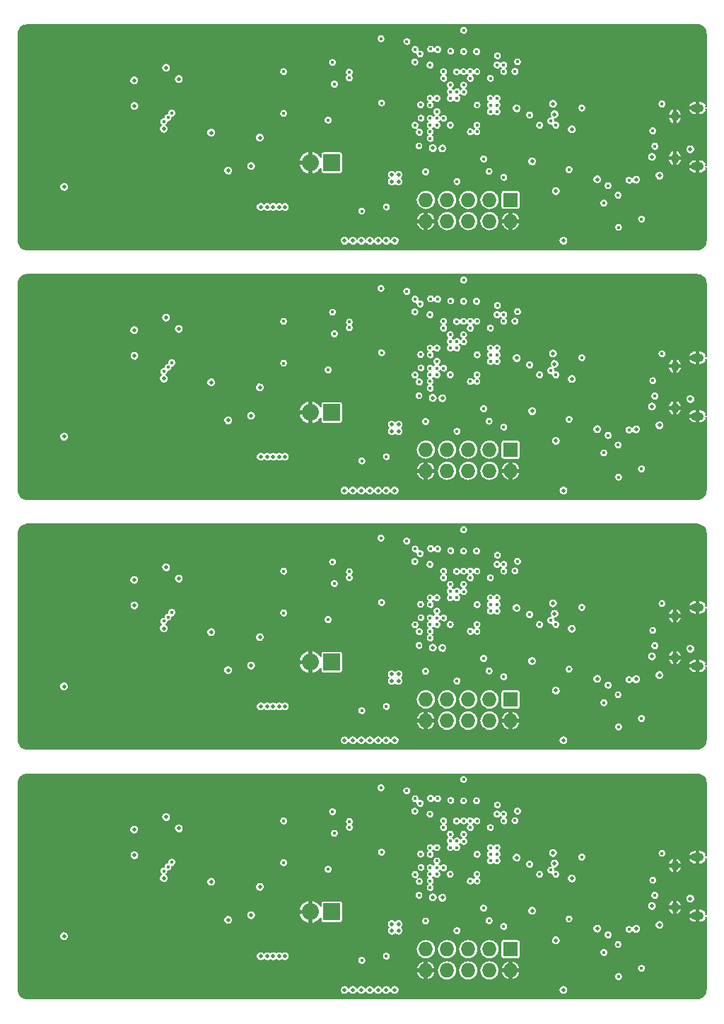
<source format=gbr>
G04 #@! TF.FileFunction,Copper,L2,Inr,Signal*
%FSLAX46Y46*%
G04 Gerber Fmt 4.6, Leading zero omitted, Abs format (unit mm)*
G04 Created by KiCad (PCBNEW 4.0.4-stable) date Sun Dec  4 22:44:24 2016*
%MOMM*%
%LPD*%
G01*
G04 APERTURE LIST*
%ADD10C,0.050000*%
%ADD11C,0.450000*%
%ADD12C,4.000000*%
%ADD13R,2.032000X2.032000*%
%ADD14O,2.032000X2.032000*%
%ADD15R,1.727200X1.727200*%
%ADD16O,1.727200X1.727200*%
%ADD17O,0.950000X1.250000*%
%ADD18O,1.550000X1.000000*%
%ADD19C,0.400000*%
%ADD20C,0.500000*%
%ADD21C,4.500000*%
%ADD22C,2.800000*%
%ADD23C,2.000000*%
%ADD24C,0.200000*%
G04 APERTURE END LIST*
D10*
D11*
X36700000Y-89950000D03*
X38300000Y-90400000D03*
X37500000Y-90750000D03*
X37500000Y-89950000D03*
X35900000Y-89950000D03*
X36700000Y-90750000D03*
X37500000Y-91550000D03*
X35900000Y-91550000D03*
X35900000Y-90750000D03*
X36700000Y-91550000D03*
X37500000Y-92350000D03*
X35900000Y-92350000D03*
X36700000Y-92350000D03*
X37500000Y-93150000D03*
X37450000Y-95150000D03*
X44000000Y-93100000D03*
X46400000Y-93100000D03*
X47200000Y-93100000D03*
X47200000Y-92300000D03*
X40650000Y-95950000D03*
X39850000Y-95950000D03*
X39050000Y-95150000D03*
X55500000Y-93350000D03*
X54300000Y-94950000D03*
X55100000Y-94150000D03*
X54300000Y-94150000D03*
X55100000Y-94950000D03*
X54700000Y-96550000D03*
X55100000Y-95750000D03*
X55900000Y-94950000D03*
X55900000Y-95750000D03*
X54300000Y-95750000D03*
X54700000Y-97350000D03*
X60600000Y-98000000D03*
X60600000Y-97200000D03*
X59800000Y-98000000D03*
X59800000Y-97200000D03*
X56300000Y-93350000D03*
X55900000Y-94150000D03*
X57100000Y-93350000D03*
X55500000Y-123250000D03*
X57100000Y-123250000D03*
X56300000Y-123250000D03*
X55900000Y-124850000D03*
X55900000Y-124050000D03*
X55100000Y-124050000D03*
X54300000Y-124050000D03*
X55100000Y-124850000D03*
X54300000Y-124850000D03*
X55100000Y-125650000D03*
X53900000Y-126450000D03*
X54700000Y-127250000D03*
X54700000Y-126450000D03*
X53900000Y-127250000D03*
X54300000Y-125650000D03*
X60600000Y-127100000D03*
X59800000Y-127100000D03*
X59800000Y-127900000D03*
X60600000Y-127900000D03*
X55900000Y-125650000D03*
D12*
X43550000Y-129400000D03*
D11*
X39850000Y-125850000D03*
X40650000Y-125850000D03*
X43950000Y-116950000D03*
X43150000Y-116950000D03*
X44750000Y-116950000D03*
X39950000Y-116950000D03*
X41550000Y-116950000D03*
X40750000Y-116950000D03*
X42350000Y-116950000D03*
D13*
X52550000Y-121100000D03*
D14*
X50010000Y-121100000D03*
D11*
X46400000Y-123000000D03*
X47200000Y-119800000D03*
X47200000Y-123000000D03*
X47200000Y-122200000D03*
X44000000Y-123000000D03*
X44800000Y-122200000D03*
X44000000Y-122200000D03*
X45600000Y-121400000D03*
X44000000Y-121400000D03*
X44800000Y-121400000D03*
X35900000Y-123050000D03*
X35900000Y-119850000D03*
X36700000Y-119050000D03*
X36700000Y-119850000D03*
X37500000Y-120650000D03*
X36700000Y-121450000D03*
X37500000Y-121450000D03*
X36700000Y-120650000D03*
X37500000Y-119850000D03*
X38250000Y-125050000D03*
X39050000Y-125050000D03*
X39050000Y-125850000D03*
X35900000Y-122250000D03*
X37450000Y-125050000D03*
X35900000Y-120650000D03*
X35900000Y-121450000D03*
X39900000Y-120300000D03*
X39900000Y-119500000D03*
X39900000Y-118700000D03*
X39100000Y-120300000D03*
X39100000Y-119500000D03*
X38300000Y-120300000D03*
X37500000Y-123050000D03*
X36700000Y-122250000D03*
X37500000Y-122250000D03*
X36700000Y-123050000D03*
X38300000Y-118700000D03*
X39100000Y-118700000D03*
X38300000Y-119500000D03*
X37500000Y-119050000D03*
D12*
X43550000Y-106700000D03*
D11*
X53900000Y-97350000D03*
D12*
X43550000Y-99500000D03*
D11*
X53900000Y-96550000D03*
D13*
X52550000Y-91200000D03*
D14*
X50010000Y-91200000D03*
D15*
X73980000Y-95660000D03*
D16*
X73980000Y-98200000D03*
X71440000Y-95660000D03*
X71440000Y-98200000D03*
X68900000Y-95660000D03*
X68900000Y-98200000D03*
X66360000Y-95660000D03*
X66360000Y-98200000D03*
X63820000Y-95660000D03*
X63820000Y-98200000D03*
D12*
X95300000Y-129400000D03*
D17*
X93650000Y-120550000D03*
X93650000Y-115550000D03*
D18*
X96350000Y-121550000D03*
X96350000Y-114550000D03*
D12*
X95300000Y-106700000D03*
D15*
X73980000Y-125560000D03*
D16*
X73980000Y-128100000D03*
X71440000Y-125560000D03*
X71440000Y-128100000D03*
X68900000Y-125560000D03*
X68900000Y-128100000D03*
X66360000Y-125560000D03*
X66360000Y-128100000D03*
X63820000Y-125560000D03*
X63820000Y-128100000D03*
D17*
X93650000Y-90650000D03*
X93650000Y-85650000D03*
D18*
X96350000Y-91650000D03*
X96350000Y-84650000D03*
D12*
X95300000Y-99500000D03*
X95300000Y-76800000D03*
D11*
X38300000Y-88800000D03*
X38300000Y-89600000D03*
X36700000Y-89150000D03*
X37500000Y-89150000D03*
X39100000Y-88800000D03*
X39900000Y-88800000D03*
X40750000Y-87050000D03*
X39950000Y-87050000D03*
X39100000Y-89600000D03*
X39900000Y-89600000D03*
X39100000Y-90400000D03*
X39900000Y-90400000D03*
X45600000Y-91500000D03*
X47200000Y-89900000D03*
X44000000Y-91500000D03*
X44800000Y-91500000D03*
X44800000Y-92300000D03*
X44000000Y-92300000D03*
D12*
X43550000Y-76800000D03*
D11*
X44750000Y-87050000D03*
X43950000Y-87050000D03*
X43150000Y-87050000D03*
X42350000Y-87050000D03*
X41550000Y-87050000D03*
X39050000Y-95950000D03*
X38250000Y-95950000D03*
X38250000Y-95150000D03*
X35900000Y-93150000D03*
X36700000Y-93150000D03*
X38250000Y-125850000D03*
X18250000Y-127800000D03*
X17450000Y-127800000D03*
X16650000Y-127800000D03*
X15850000Y-127800000D03*
X19850000Y-121700000D03*
X19050000Y-120100000D03*
X19850000Y-120900000D03*
X19850000Y-120100000D03*
X18250000Y-115950000D03*
X19850000Y-115950000D03*
X15850000Y-115950000D03*
X17450000Y-115950000D03*
X19050000Y-115950000D03*
X16650000Y-115950000D03*
X17450000Y-120100000D03*
X15850000Y-120100000D03*
X16650000Y-120100000D03*
X18250000Y-120100000D03*
X19850000Y-126200000D03*
X19850000Y-127000000D03*
X19050000Y-127800000D03*
X19850000Y-127800000D03*
X16650000Y-108250000D03*
X17450000Y-108250000D03*
X15850000Y-108250000D03*
X18250000Y-108250000D03*
X19850000Y-97100000D03*
X19850000Y-96300000D03*
X19050000Y-97900000D03*
X19850000Y-97900000D03*
X19850000Y-109850000D03*
X19850000Y-115150000D03*
X19850000Y-114350000D03*
X16650000Y-97900000D03*
X17450000Y-97900000D03*
X18250000Y-97900000D03*
X15850000Y-97900000D03*
X19850000Y-108250000D03*
X19050000Y-108250000D03*
X19850000Y-109050000D03*
X19850000Y-91000000D03*
X19850000Y-91800000D03*
X19850000Y-85250000D03*
X19850000Y-86050000D03*
X19850000Y-84450000D03*
X19050000Y-86050000D03*
X17450000Y-86050000D03*
X15850000Y-86050000D03*
X18250000Y-86050000D03*
X16650000Y-86050000D03*
X16650000Y-90200000D03*
X15850000Y-90200000D03*
X18250000Y-90200000D03*
X19050000Y-90200000D03*
X19850000Y-90200000D03*
X17450000Y-90200000D03*
X18250000Y-78350000D03*
X17450000Y-78350000D03*
X16650000Y-78350000D03*
X15850000Y-78350000D03*
X19050000Y-78350000D03*
X19850000Y-78350000D03*
X19850000Y-79950000D03*
X19850000Y-79150000D03*
D12*
X95300000Y-46900000D03*
X95300000Y-69600000D03*
D17*
X93650000Y-60750000D03*
X93650000Y-55750000D03*
D18*
X96350000Y-61750000D03*
X96350000Y-54750000D03*
D11*
X60600000Y-67300000D03*
X59800000Y-67300000D03*
X59800000Y-68100000D03*
X60600000Y-68100000D03*
D15*
X73980000Y-65760000D03*
D16*
X73980000Y-68300000D03*
X71440000Y-65760000D03*
X71440000Y-68300000D03*
X68900000Y-65760000D03*
X68900000Y-68300000D03*
X66360000Y-65760000D03*
X66360000Y-68300000D03*
X63820000Y-65760000D03*
X63820000Y-68300000D03*
D11*
X54300000Y-64250000D03*
X54300000Y-65050000D03*
X55100000Y-64250000D03*
X55100000Y-65050000D03*
X55500000Y-63450000D03*
X55900000Y-64250000D03*
X54300000Y-65850000D03*
X55900000Y-65850000D03*
X55100000Y-65850000D03*
X55900000Y-65050000D03*
X56300000Y-63450000D03*
X57100000Y-63450000D03*
X53900000Y-66650000D03*
D13*
X52550000Y-61300000D03*
D14*
X50010000Y-61300000D03*
D11*
X54700000Y-66650000D03*
X54700000Y-67450000D03*
X53900000Y-67450000D03*
X40650000Y-66050000D03*
X39850000Y-66050000D03*
X39050000Y-66050000D03*
X35900000Y-62450000D03*
X36700000Y-62450000D03*
X36700000Y-63250000D03*
X35900000Y-63250000D03*
X39050000Y-65250000D03*
X38250000Y-66050000D03*
X37500000Y-63250000D03*
X38250000Y-65250000D03*
X37450000Y-65250000D03*
X38300000Y-60500000D03*
X37500000Y-61650000D03*
X37500000Y-62450000D03*
D12*
X43550000Y-69600000D03*
D11*
X47200000Y-60000000D03*
X47200000Y-62400000D03*
X47200000Y-63200000D03*
X46400000Y-63200000D03*
X45600000Y-61600000D03*
X44000000Y-63200000D03*
X43150000Y-57150000D03*
X44750000Y-57150000D03*
X43950000Y-57150000D03*
X42350000Y-57150000D03*
X41550000Y-57150000D03*
X39950000Y-57150000D03*
X40750000Y-57150000D03*
X39100000Y-60500000D03*
X39100000Y-59700000D03*
X39100000Y-58900000D03*
X39900000Y-58900000D03*
X39900000Y-59700000D03*
X39900000Y-60500000D03*
X44800000Y-62400000D03*
X44000000Y-62400000D03*
X44800000Y-61600000D03*
X44000000Y-61600000D03*
D12*
X43550000Y-46900000D03*
D11*
X35900000Y-60850000D03*
X36700000Y-60850000D03*
X36700000Y-61650000D03*
X35900000Y-61650000D03*
X37500000Y-60850000D03*
X37500000Y-59250000D03*
X37500000Y-60050000D03*
X38300000Y-58900000D03*
X38300000Y-59700000D03*
X36700000Y-60050000D03*
X35900000Y-60050000D03*
X36700000Y-59250000D03*
X17450000Y-48450000D03*
X15850000Y-48450000D03*
X18250000Y-48450000D03*
X16650000Y-48450000D03*
X19850000Y-50050000D03*
X19050000Y-48450000D03*
X19850000Y-48450000D03*
X19850000Y-49250000D03*
X19850000Y-54550000D03*
X19850000Y-56150000D03*
X19850000Y-55350000D03*
X19850000Y-68000000D03*
X16650000Y-68000000D03*
X18250000Y-68000000D03*
X17450000Y-68000000D03*
X19850000Y-66400000D03*
X19850000Y-67200000D03*
X18250000Y-56150000D03*
X19050000Y-56150000D03*
X15850000Y-56150000D03*
X17450000Y-56150000D03*
X16650000Y-56150000D03*
X15850000Y-68000000D03*
X19050000Y-68000000D03*
X19050000Y-60300000D03*
X19850000Y-61900000D03*
X19850000Y-60300000D03*
X19850000Y-61100000D03*
X16650000Y-60300000D03*
X17450000Y-60300000D03*
X15850000Y-60300000D03*
X18250000Y-60300000D03*
D13*
X52550000Y-31400000D03*
D14*
X50010000Y-31400000D03*
D12*
X43550000Y-17000000D03*
X43550000Y-39700000D03*
X95300000Y-39700000D03*
D11*
X37500000Y-29350000D03*
X36700000Y-29350000D03*
X17450000Y-26250000D03*
X18250000Y-26250000D03*
X19850000Y-26250000D03*
X16650000Y-26250000D03*
X19050000Y-26250000D03*
X15850000Y-26250000D03*
X19850000Y-24650000D03*
X19850000Y-25450000D03*
X15850000Y-18550000D03*
X16650000Y-18550000D03*
X18250000Y-18550000D03*
X17450000Y-18550000D03*
X19050000Y-18550000D03*
X19850000Y-20150000D03*
X19850000Y-19350000D03*
X19850000Y-18550000D03*
X19850000Y-36500000D03*
X19850000Y-38100000D03*
X19850000Y-37300000D03*
X19050000Y-38100000D03*
X15850000Y-38100000D03*
X16650000Y-38100000D03*
X18250000Y-38100000D03*
X17450000Y-38100000D03*
X19850000Y-32000000D03*
X19850000Y-31200000D03*
X19050000Y-30400000D03*
X19850000Y-30400000D03*
X18250000Y-30400000D03*
X16650000Y-30400000D03*
X17450000Y-30400000D03*
X15850000Y-30400000D03*
X60600000Y-38200000D03*
X59800000Y-38200000D03*
X59800000Y-37400000D03*
X60600000Y-37400000D03*
X57100000Y-33550000D03*
X55500000Y-33550000D03*
X56300000Y-33550000D03*
X54700000Y-36750000D03*
X53900000Y-37550000D03*
X53900000Y-36750000D03*
X54700000Y-37550000D03*
X54300000Y-35150000D03*
X55900000Y-35150000D03*
X55900000Y-35950000D03*
X55100000Y-35950000D03*
X54300000Y-35950000D03*
X55100000Y-35150000D03*
X55900000Y-34350000D03*
X55100000Y-34350000D03*
X54300000Y-34350000D03*
X44750000Y-27250000D03*
X43950000Y-27250000D03*
X43150000Y-27250000D03*
X42350000Y-27250000D03*
X41550000Y-27250000D03*
X40750000Y-27250000D03*
X39950000Y-27250000D03*
X39100000Y-29000000D03*
X39900000Y-29000000D03*
X38300000Y-29000000D03*
X39050000Y-35350000D03*
X40650000Y-36150000D03*
X39850000Y-36150000D03*
X39050000Y-36150000D03*
X47200000Y-30100000D03*
X47200000Y-32500000D03*
X46400000Y-33300000D03*
X47200000Y-33300000D03*
X44800000Y-32500000D03*
X44000000Y-33300000D03*
X44000000Y-32500000D03*
X44000000Y-31700000D03*
X45600000Y-31700000D03*
X44800000Y-31700000D03*
X38300000Y-29800000D03*
X39900000Y-29800000D03*
X39100000Y-29800000D03*
X39100000Y-30600000D03*
X39900000Y-30600000D03*
X38300000Y-30600000D03*
X38250000Y-36150000D03*
X38250000Y-35350000D03*
X37450000Y-35350000D03*
X37500000Y-33350000D03*
X36700000Y-33350000D03*
X35900000Y-33350000D03*
X37500000Y-32550000D03*
X36700000Y-32550000D03*
X35900000Y-32550000D03*
X37500000Y-31750000D03*
X36700000Y-31750000D03*
X35900000Y-31750000D03*
X37500000Y-30950000D03*
X36700000Y-30950000D03*
X35900000Y-30950000D03*
X37500000Y-30150000D03*
X36700000Y-30150000D03*
D17*
X93650000Y-30850000D03*
X93650000Y-25850000D03*
D18*
X96350000Y-31850000D03*
X96350000Y-24850000D03*
D15*
X73980000Y-35860000D03*
D16*
X73980000Y-38400000D03*
X71440000Y-35860000D03*
X71440000Y-38400000D03*
X68900000Y-35860000D03*
X68900000Y-38400000D03*
X66360000Y-35860000D03*
X66360000Y-38400000D03*
X63820000Y-35860000D03*
X63820000Y-38400000D03*
D11*
X35900000Y-30150000D03*
D12*
X95300000Y-17000000D03*
D19*
X63599479Y-119149479D03*
D20*
X67800000Y-119500000D03*
D19*
X65138910Y-117411090D03*
X66750000Y-115800000D03*
X65950000Y-115000000D03*
D20*
X57700000Y-125400000D03*
D19*
X70750000Y-116600000D03*
X70750000Y-117400000D03*
X68350000Y-117400000D03*
D20*
X76700000Y-128900000D03*
D19*
X81950000Y-122075000D03*
D20*
X79750000Y-123450000D03*
D19*
X76950000Y-123100000D03*
D20*
X91500000Y-125700000D03*
X92400000Y-125700000D03*
D19*
X89650000Y-125400000D03*
X87450000Y-126900000D03*
X85600000Y-123150000D03*
X84100000Y-124800000D03*
X73150000Y-118200000D03*
D20*
X90675000Y-121950000D03*
D19*
X90850000Y-119600000D03*
D20*
X92550000Y-108050000D03*
X92300000Y-112300000D03*
X95500000Y-116550000D03*
D19*
X90100000Y-113075000D03*
X74050000Y-108500000D03*
D20*
X79719124Y-112330876D03*
D19*
X81200000Y-120600000D03*
D21*
X86100000Y-118350000D03*
D19*
X65961090Y-109388910D03*
X65150000Y-111800000D03*
X65150000Y-111000000D03*
X64350000Y-111800000D03*
X56500000Y-108600000D03*
X54100000Y-117400000D03*
X55575000Y-110900000D03*
X63150000Y-109000000D03*
X64350000Y-112600000D03*
X65150000Y-112600000D03*
X70800000Y-106000000D03*
X69950000Y-109400000D03*
X67425000Y-108025000D03*
X72350000Y-111800000D03*
X71550000Y-112600000D03*
X73150000Y-114200000D03*
X73150000Y-115000000D03*
X68350000Y-113400000D03*
X67550000Y-111800000D03*
D20*
X92300000Y-82400000D03*
D19*
X90100000Y-83175000D03*
D20*
X92550000Y-78150000D03*
D19*
X90850000Y-89700000D03*
X74050000Y-78600000D03*
D20*
X79719124Y-82430876D03*
D21*
X86100000Y-88450000D03*
D20*
X95500000Y-86650000D03*
D19*
X81200000Y-90700000D03*
X71550000Y-82700000D03*
X72350000Y-81900000D03*
X73150000Y-85100000D03*
X73150000Y-84300000D03*
X67550000Y-81900000D03*
X68350000Y-83500000D03*
X65150000Y-81900000D03*
X64350000Y-82700000D03*
X65150000Y-81100000D03*
X64350000Y-81900000D03*
X65150000Y-82700000D03*
X63150000Y-79100000D03*
X70800000Y-76100000D03*
X69950000Y-79500000D03*
X67425000Y-78125000D03*
X65961090Y-79488910D03*
X66750000Y-85900000D03*
X65138910Y-87511090D03*
X63599479Y-89249479D03*
X65950000Y-85100000D03*
D20*
X76700000Y-99000000D03*
D19*
X76950000Y-93200000D03*
X84100000Y-94900000D03*
X87450000Y-97000000D03*
D20*
X92400000Y-95800000D03*
D19*
X89650000Y-95500000D03*
D20*
X91500000Y-95800000D03*
D19*
X85600000Y-93250000D03*
X81950000Y-92175000D03*
D20*
X79750000Y-93550000D03*
X90675000Y-92050000D03*
D19*
X68350000Y-87500000D03*
D20*
X67800000Y-89600000D03*
D19*
X73150000Y-88300000D03*
X70750000Y-87500000D03*
X70750000Y-86700000D03*
D20*
X57700000Y-95500000D03*
X44000000Y-110050010D03*
X48000000Y-110000000D03*
X51950000Y-110500000D03*
D19*
X48600000Y-118200000D03*
X52100000Y-116675000D03*
D22*
X55350000Y-114200000D03*
D19*
X51900000Y-118100000D03*
X48600000Y-88300000D03*
D20*
X44000000Y-85500000D03*
X48000000Y-85450000D03*
X44000000Y-80150010D03*
X48000000Y-80100000D03*
D22*
X55350000Y-84300000D03*
D19*
X55575000Y-81000000D03*
X56500000Y-78700000D03*
D20*
X51950000Y-80600000D03*
D19*
X51900000Y-88200000D03*
X52100000Y-86775000D03*
X54100000Y-87500000D03*
D20*
X48000000Y-115350000D03*
X44000000Y-115400000D03*
X36250000Y-107200000D03*
D19*
X34700000Y-107500000D03*
X32800000Y-106900000D03*
X35800000Y-108600000D03*
X33525000Y-110425000D03*
X37100000Y-111000000D03*
D20*
X37800000Y-109750000D03*
D19*
X27700000Y-109350000D03*
D23*
X31637258Y-112655025D03*
D19*
X24400000Y-116525000D03*
X28850000Y-117900000D03*
X27750000Y-116850000D03*
X22500000Y-116525000D03*
X26600000Y-115700000D03*
X32500000Y-119050000D03*
D20*
X36196446Y-114896446D03*
D19*
X27750000Y-86950000D03*
X28850000Y-88000000D03*
X32500000Y-89150000D03*
D23*
X31637258Y-82755025D03*
D19*
X33525000Y-80525000D03*
X27700000Y-79450000D03*
X22500000Y-86625000D03*
X24400000Y-86625000D03*
X26600000Y-85800000D03*
X32800000Y-77000000D03*
D20*
X36250000Y-77300000D03*
X37800000Y-79850000D03*
D19*
X35800000Y-78700000D03*
X34700000Y-77600000D03*
X37100000Y-81100000D03*
D20*
X36196446Y-84996446D03*
D19*
X71550000Y-52800000D03*
X72350000Y-52000000D03*
X74050000Y-48700000D03*
X70800000Y-46200000D03*
X70750000Y-56800000D03*
X73150000Y-55200000D03*
X73150000Y-54400000D03*
D20*
X67800000Y-59700000D03*
D19*
X68350000Y-57600000D03*
X70750000Y-57600000D03*
X65138910Y-57611090D03*
X76950000Y-63300000D03*
X73150000Y-58400000D03*
D20*
X92400000Y-65900000D03*
X91500000Y-65900000D03*
D19*
X89650000Y-65600000D03*
X87450000Y-67100000D03*
X84100000Y-65000000D03*
X85600000Y-63350000D03*
D20*
X76700000Y-69100000D03*
D19*
X81950000Y-62275000D03*
D20*
X79750000Y-63650000D03*
X92550000Y-48250000D03*
X92300000Y-52500000D03*
D19*
X90100000Y-53275000D03*
D20*
X79719124Y-52530876D03*
D21*
X86100000Y-58550000D03*
D19*
X81200000Y-60800000D03*
X90850000Y-59800000D03*
D20*
X95500000Y-56750000D03*
X90675000Y-62150000D03*
X44000000Y-55600000D03*
X44000000Y-50250010D03*
X48000000Y-50200000D03*
X48000000Y-55550000D03*
X57700000Y-65600000D03*
D19*
X52100000Y-56875000D03*
X48600000Y-58400000D03*
X54100000Y-57600000D03*
X51900000Y-58300000D03*
X63599479Y-59349479D03*
X67425000Y-48225000D03*
X63150000Y-49200000D03*
D22*
X55350000Y-54400000D03*
D19*
X55575000Y-51100000D03*
X56500000Y-48800000D03*
D20*
X51950000Y-50700000D03*
D19*
X28850000Y-58100000D03*
X32500000Y-59250000D03*
X27750000Y-57050000D03*
X22500000Y-56725000D03*
X33525000Y-50625000D03*
X27700000Y-49550000D03*
D23*
X31637258Y-52855025D03*
D19*
X24400000Y-56725000D03*
X26600000Y-55900000D03*
D20*
X37800000Y-49950000D03*
D19*
X37100000Y-51200000D03*
D20*
X36250000Y-47400000D03*
D19*
X34700000Y-47700000D03*
X35800000Y-48800000D03*
X32800000Y-47100000D03*
D20*
X36196446Y-55096446D03*
D19*
X66750000Y-56000000D03*
X65950000Y-55200000D03*
X68350000Y-53600000D03*
X69950000Y-49600000D03*
X67550000Y-52000000D03*
X65961090Y-49588910D03*
X64350000Y-52800000D03*
X65150000Y-52800000D03*
X64350000Y-52000000D03*
X65150000Y-51200000D03*
X65150000Y-52000000D03*
D20*
X92550000Y-18350000D03*
X79719124Y-22630876D03*
X92400000Y-36000000D03*
X91500000Y-36000000D03*
X67800000Y-29800000D03*
X44000000Y-20350010D03*
X37800000Y-20050000D03*
X36250000Y-17500000D03*
D19*
X32800000Y-17200000D03*
X37100000Y-21300000D03*
X35800000Y-18900000D03*
X34700000Y-17800000D03*
X85600000Y-33450000D03*
X84100000Y-35100000D03*
X89650000Y-35700000D03*
X65150000Y-21300000D03*
X32500000Y-29350000D03*
X27700000Y-19650000D03*
X28850000Y-28200000D03*
X27750000Y-27150000D03*
X26600000Y-26000000D03*
X24400000Y-26825000D03*
X22500000Y-26825000D03*
X55575000Y-21200000D03*
X52100000Y-26975000D03*
X33525000Y-20725000D03*
D20*
X79750000Y-33750000D03*
X36196446Y-25196446D03*
X44000000Y-25700000D03*
X48000000Y-25650000D03*
X48000000Y-20300000D03*
X51950000Y-20800000D03*
X90675000Y-32250000D03*
D19*
X90850000Y-29900000D03*
X81200000Y-30900000D03*
X81950000Y-32375000D03*
X90100000Y-23375000D03*
D20*
X76700000Y-39200000D03*
D22*
X55350000Y-24500000D03*
D19*
X63150000Y-19300000D03*
X87450000Y-37200000D03*
X56500000Y-18900000D03*
X76950000Y-33400000D03*
X51900000Y-28400000D03*
X48600000Y-28500000D03*
X54100000Y-27700000D03*
D20*
X92300000Y-22600000D03*
D23*
X31637258Y-22955025D03*
D20*
X95500000Y-26850000D03*
X57700000Y-35700000D03*
D19*
X70800000Y-16300000D03*
X67425000Y-18325000D03*
X69950000Y-19700000D03*
X74050000Y-18800000D03*
X73150000Y-28500000D03*
D21*
X86100000Y-28650000D03*
D19*
X71550000Y-22900000D03*
X70750000Y-27700000D03*
X68350000Y-23700000D03*
X70750000Y-26900000D03*
X73150000Y-25300000D03*
X73150000Y-24500000D03*
X65950000Y-25300000D03*
X65150000Y-22100000D03*
X68350000Y-27700000D03*
X65138910Y-27711090D03*
X63599479Y-29449479D03*
X66750000Y-26100000D03*
X72350000Y-22100000D03*
X67550000Y-22100000D03*
X65961090Y-19688910D03*
X65150000Y-22900000D03*
X64350000Y-22100000D03*
X64350000Y-22900000D03*
X58525000Y-113950000D03*
X54663235Y-110963235D03*
X58525000Y-84050000D03*
X52650000Y-109100000D03*
X52875000Y-111700000D03*
X52125000Y-116000000D03*
D20*
X43950000Y-88200000D03*
D19*
X54663235Y-81063235D03*
X52875000Y-81800000D03*
X52650000Y-79200000D03*
X52125000Y-86100000D03*
D20*
X38125000Y-117500000D03*
X43950000Y-118100000D03*
X38125000Y-87600000D03*
X43950000Y-58300000D03*
D19*
X52125000Y-56200000D03*
X52875000Y-51900000D03*
X54663235Y-51163235D03*
X58525000Y-54150000D03*
X52650000Y-49300000D03*
D20*
X38125000Y-57700000D03*
D19*
X54663235Y-21263235D03*
X52650000Y-19400000D03*
X52875000Y-22000000D03*
X58525000Y-24250000D03*
X52125000Y-26300000D03*
D20*
X38125000Y-27800000D03*
X43950000Y-28400000D03*
D19*
X54675000Y-110275000D03*
X46800000Y-110200000D03*
X46800000Y-85300000D03*
X46800000Y-80300000D03*
X54675000Y-80375000D03*
X46800000Y-115200000D03*
X46800000Y-50400000D03*
X46800000Y-55400000D03*
X54675000Y-50475000D03*
X46800000Y-25500000D03*
X46800000Y-20500000D03*
X54675000Y-20575000D03*
D20*
X79400000Y-124500000D03*
D19*
X80975000Y-121950000D03*
X88150000Y-123200000D03*
D20*
X91800000Y-122650000D03*
D19*
X86900000Y-128850000D03*
D20*
X84350000Y-123100000D03*
D19*
X92100000Y-114075000D03*
D20*
X79050000Y-114050000D03*
D19*
X82500000Y-114550000D03*
D20*
X81300000Y-117100000D03*
X81300000Y-87200000D03*
D19*
X92100000Y-84175000D03*
D20*
X79050000Y-84150000D03*
D19*
X82500000Y-84650000D03*
D20*
X79400000Y-94600000D03*
D19*
X86900000Y-98950000D03*
D20*
X84350000Y-93200000D03*
D19*
X80975000Y-92050000D03*
D20*
X91800000Y-92750000D03*
D19*
X88150000Y-93300000D03*
X88150000Y-63400000D03*
D20*
X84350000Y-63300000D03*
D19*
X86900000Y-69050000D03*
X80975000Y-62150000D03*
D20*
X91800000Y-62850000D03*
X79400000Y-64700000D03*
D19*
X92100000Y-54275000D03*
D20*
X79050000Y-54250000D03*
D19*
X82500000Y-54750000D03*
D20*
X81300000Y-57300000D03*
X79050000Y-24350000D03*
D19*
X86900000Y-39150000D03*
D20*
X91800000Y-32950000D03*
D19*
X80975000Y-32250000D03*
X92100000Y-24375000D03*
X88150000Y-33500000D03*
D20*
X79400000Y-34800000D03*
X84350000Y-33400000D03*
X81300000Y-27400000D03*
D19*
X82500000Y-24850000D03*
D20*
X95500000Y-119500000D03*
X95500000Y-89600000D03*
X95500000Y-59700000D03*
X95500000Y-29800000D03*
X54100000Y-130450000D03*
X55100000Y-130450000D03*
X56100000Y-130450000D03*
X60100000Y-130450000D03*
X57100000Y-130450000D03*
X58100000Y-130450000D03*
D19*
X57100000Y-130450000D03*
D20*
X59100000Y-130450000D03*
D19*
X56150000Y-126899998D03*
X59100000Y-126400000D03*
D20*
X80300000Y-130450000D03*
D19*
X85650000Y-123850000D03*
D20*
X80300000Y-100550000D03*
D19*
X85650000Y-93950000D03*
D20*
X59100000Y-100550000D03*
X60100000Y-100550000D03*
D19*
X59100000Y-96500000D03*
X56150000Y-96999998D03*
D20*
X56100000Y-100550000D03*
X55100000Y-100550000D03*
D19*
X57100000Y-100550000D03*
D20*
X57100000Y-100550000D03*
X58100000Y-100550000D03*
X44850000Y-96500000D03*
X44050000Y-96500000D03*
X45550000Y-96500000D03*
X54100000Y-100550000D03*
X46950000Y-96500000D03*
X46250000Y-96500000D03*
X46250000Y-126400000D03*
X46950000Y-126400000D03*
X45550000Y-126400000D03*
X44050000Y-126400000D03*
X44850000Y-126400000D03*
D19*
X85650000Y-64050000D03*
D20*
X80300000Y-70650000D03*
X54100000Y-70650000D03*
X55100000Y-70650000D03*
X56100000Y-70650000D03*
X58100000Y-70650000D03*
X59100000Y-70650000D03*
X60100000Y-70650000D03*
D19*
X57100000Y-70650000D03*
D20*
X57100000Y-70650000D03*
X46950000Y-66600000D03*
X46250000Y-66600000D03*
X45550000Y-66600000D03*
X44050000Y-66600000D03*
X44850000Y-66600000D03*
D19*
X59100000Y-66600000D03*
X56150000Y-67099998D03*
D20*
X46950000Y-36700000D03*
X46250000Y-36700000D03*
X45550000Y-36700000D03*
X44850000Y-36700000D03*
X44050000Y-36700000D03*
D19*
X85650000Y-34150000D03*
D20*
X80300000Y-40750000D03*
D19*
X56150000Y-37199998D03*
D20*
X54100000Y-40750000D03*
X55100000Y-40750000D03*
X56100000Y-40750000D03*
X60100000Y-40750000D03*
X59100000Y-40750000D03*
X58100000Y-40750000D03*
X57100000Y-40750000D03*
D19*
X59100000Y-36700000D03*
X57100000Y-40750000D03*
D20*
X90900000Y-120400000D03*
X90900000Y-90500000D03*
X90900000Y-60600000D03*
X90900000Y-30700000D03*
D19*
X91000000Y-117300000D03*
X91000000Y-87400000D03*
X91000000Y-57500000D03*
X91000000Y-27600000D03*
D20*
X65799996Y-119400000D03*
D19*
X66750000Y-116600000D03*
X65950000Y-115800000D03*
X65150000Y-115800000D03*
X65150000Y-115000000D03*
X65150000Y-116600000D03*
D20*
X60550000Y-122550000D03*
X60550000Y-123350000D03*
X59750000Y-122550000D03*
X59750000Y-123350000D03*
D19*
X69950000Y-116600000D03*
X70750000Y-120650000D03*
X69150000Y-117400000D03*
X69950000Y-117400000D03*
X65950000Y-111000000D03*
X61550000Y-106600000D03*
X62500000Y-109050000D03*
X64350000Y-113400000D03*
X65150000Y-113400000D03*
X69950000Y-110200000D03*
X69150000Y-110200000D03*
X68350000Y-105250000D03*
X68350000Y-110200000D03*
X69961581Y-114201581D03*
X72350000Y-114200000D03*
X71550000Y-113400000D03*
X72350000Y-113400000D03*
X71550000Y-115000000D03*
X72350000Y-115000000D03*
X68374266Y-112650000D03*
X67550000Y-113400000D03*
X71550000Y-111000000D03*
X66750000Y-111800000D03*
X71550000Y-81100000D03*
X71550000Y-83500000D03*
X72350000Y-83500000D03*
X72350000Y-85100000D03*
X72350000Y-84300000D03*
X71550000Y-85100000D03*
X66750000Y-81900000D03*
X67550000Y-83500000D03*
X69961581Y-84301581D03*
X68374266Y-82750000D03*
X61550000Y-76700000D03*
X64350000Y-83500000D03*
X65150000Y-83500000D03*
X62500000Y-79150000D03*
X68350000Y-75350000D03*
X69150000Y-80300000D03*
X69950000Y-80300000D03*
X68350000Y-80300000D03*
X65950000Y-81100000D03*
X65150000Y-86700000D03*
X66750000Y-86700000D03*
D20*
X65799996Y-89500000D03*
D19*
X65150000Y-85900000D03*
X65950000Y-85900000D03*
X65150000Y-85100000D03*
X69150000Y-87500000D03*
D20*
X60550000Y-92650000D03*
X59750000Y-93450000D03*
X60550000Y-93450000D03*
X59750000Y-92650000D03*
D19*
X70750000Y-90750000D03*
X69950000Y-87500000D03*
X69950000Y-86700000D03*
X71550000Y-51200000D03*
X72350000Y-53600000D03*
X71550000Y-53600000D03*
X71550000Y-55200000D03*
X69961581Y-54401581D03*
X72350000Y-54400000D03*
X72350000Y-55200000D03*
X70750000Y-60850000D03*
X69150000Y-57600000D03*
X69950000Y-57600000D03*
X69950000Y-56800000D03*
X66750000Y-56800000D03*
D20*
X65799996Y-59600000D03*
D19*
X65150000Y-56800000D03*
D20*
X59750000Y-63550000D03*
X60550000Y-63550000D03*
X59750000Y-62750000D03*
X60550000Y-62750000D03*
D19*
X68350000Y-45450000D03*
X61550000Y-46800000D03*
X62500000Y-49250000D03*
X65950000Y-56000000D03*
X65150000Y-56000000D03*
X65150000Y-55200000D03*
X65150000Y-53600000D03*
X64350000Y-53600000D03*
X67550000Y-53600000D03*
X68374266Y-52850000D03*
X68350000Y-50400000D03*
X69150000Y-50400000D03*
X69950000Y-50400000D03*
X66750000Y-52000000D03*
X65950000Y-51200000D03*
X70750000Y-30950000D03*
D20*
X65799996Y-29700000D03*
D19*
X61550000Y-16900000D03*
X62500000Y-19350000D03*
D20*
X60550000Y-33650000D03*
X60550000Y-32850000D03*
X59750000Y-32850000D03*
D19*
X69950000Y-26900000D03*
D20*
X59750000Y-33650000D03*
D19*
X68350000Y-15550000D03*
X68350000Y-20500000D03*
X69961581Y-24501581D03*
X68374266Y-22950000D03*
X69150000Y-20500000D03*
X69950000Y-20500000D03*
X71550000Y-23700000D03*
X69150000Y-27700000D03*
X69950000Y-27700000D03*
X67550000Y-23700000D03*
X71550000Y-25300000D03*
X72350000Y-24500000D03*
X72350000Y-25300000D03*
X72350000Y-23700000D03*
X65150000Y-25300000D03*
X65150000Y-26900000D03*
X65950000Y-26100000D03*
X65150000Y-26100000D03*
X66750000Y-26900000D03*
X71550000Y-21300000D03*
X66750000Y-22100000D03*
X65950000Y-21300000D03*
X65150000Y-23700000D03*
X64350000Y-23700000D03*
D20*
X40150000Y-92150000D03*
X42900000Y-91600000D03*
X42900000Y-121500000D03*
X40150000Y-122050000D03*
X42900000Y-61700000D03*
X40150000Y-62250000D03*
X40150000Y-32350000D03*
X42900000Y-31800000D03*
D19*
X85150000Y-125950000D03*
X85150000Y-96050000D03*
X85150000Y-66150000D03*
X85150000Y-36250000D03*
X89650000Y-127850000D03*
X86850000Y-125000000D03*
X86850000Y-95100000D03*
X89650000Y-97950000D03*
X89650000Y-68050000D03*
X86850000Y-65200000D03*
X89650000Y-38150000D03*
X86850000Y-35300000D03*
X91250000Y-119125000D03*
X91250000Y-89225000D03*
X91250000Y-59325000D03*
X91250000Y-29425000D03*
X71400000Y-122150000D03*
X67550000Y-112600000D03*
X67550000Y-82700000D03*
X71400000Y-92250000D03*
X71400000Y-62350000D03*
X67550000Y-52800000D03*
X71400000Y-32450000D03*
X67550000Y-22900000D03*
X63800000Y-122200000D03*
X66750000Y-113400000D03*
X66750000Y-83500000D03*
X63800000Y-92300000D03*
X63800000Y-62400000D03*
X66750000Y-53600000D03*
X63800000Y-32500000D03*
X66750000Y-23700000D03*
X73150000Y-122850000D03*
X64350000Y-114200000D03*
X64350000Y-84300000D03*
X73150000Y-92950000D03*
X73150000Y-63050000D03*
X64350000Y-54400000D03*
X73150000Y-33150000D03*
X64350000Y-24500000D03*
X67550000Y-123350000D03*
X63200000Y-114175000D03*
X63200000Y-84275000D03*
X67550000Y-93450000D03*
X67550000Y-63550000D03*
X63200000Y-54375000D03*
X67550000Y-33650000D03*
X63200000Y-24475000D03*
X65250000Y-107550006D03*
X66750000Y-112600000D03*
X66750000Y-82700000D03*
X65250000Y-77650006D03*
X65250000Y-47750006D03*
X66750000Y-52800000D03*
X65250000Y-17850006D03*
X66750000Y-22900000D03*
X66800000Y-107750000D03*
X67500000Y-110224266D03*
X66800000Y-77850000D03*
X67500000Y-80324266D03*
X66800000Y-47950000D03*
X67500000Y-50424266D03*
X66800000Y-18050000D03*
X67500000Y-20524266D03*
X65950000Y-110200000D03*
X64400004Y-107500000D03*
X64400004Y-77600000D03*
X65950000Y-80300000D03*
X64400004Y-47700000D03*
X65950000Y-50400000D03*
X64400004Y-17800000D03*
X65950000Y-20500000D03*
X68350000Y-107800000D03*
X68350000Y-111800000D03*
X68350000Y-81900000D03*
X68350000Y-77900000D03*
X68350000Y-48000000D03*
X68350000Y-52000000D03*
X68350000Y-18100000D03*
X68350000Y-22100000D03*
X69900000Y-107800000D03*
X69150000Y-111000000D03*
X69900000Y-77900000D03*
X69150000Y-81100000D03*
X69900000Y-48000000D03*
X69150000Y-51200000D03*
X69900000Y-18100000D03*
X69150000Y-21300000D03*
D20*
X28900000Y-111250000D03*
X32725000Y-109750000D03*
X28920532Y-114311091D03*
X32450000Y-117050000D03*
X32450000Y-87150000D03*
X32725000Y-79850000D03*
X28920532Y-84411091D03*
X28900000Y-81350000D03*
X32450000Y-57250000D03*
X32725000Y-49950000D03*
X28920532Y-54511091D03*
X28900000Y-51450000D03*
X32725000Y-20050000D03*
X28900000Y-21550000D03*
X28920532Y-24611091D03*
X32450000Y-27350000D03*
D19*
X76250000Y-115400000D03*
X78800000Y-116100000D03*
X76250000Y-85500000D03*
X78800000Y-86200000D03*
X76250000Y-55600000D03*
X78800000Y-56300000D03*
X78800000Y-26400000D03*
X76250000Y-25700000D03*
X79400000Y-116600000D03*
X77450000Y-116600000D03*
X79400000Y-86700000D03*
X77450000Y-86700000D03*
X77450000Y-56800000D03*
X79400000Y-56800000D03*
X77450000Y-26900000D03*
X79400000Y-26900000D03*
D20*
X79242710Y-115306075D03*
X74700000Y-114600000D03*
X79242710Y-85406075D03*
X74700000Y-84700000D03*
X74700000Y-54800000D03*
X79242710Y-55506075D03*
X79242710Y-25606075D03*
X74700000Y-24900000D03*
X64660876Y-119360876D03*
X64660876Y-89460876D03*
X20500000Y-124000000D03*
X20500000Y-94100000D03*
X64660876Y-59560876D03*
X20500000Y-64200000D03*
X64660876Y-29660876D03*
X20500000Y-34300000D03*
D19*
X72400000Y-108300000D03*
X72350000Y-109400000D03*
X72400000Y-78400000D03*
X72350000Y-79500000D03*
X72400000Y-48500000D03*
X72350000Y-49600000D03*
X72350000Y-19700000D03*
X72400000Y-18600000D03*
X74800000Y-109025000D03*
X73150000Y-109400000D03*
X74800000Y-79125000D03*
X73150000Y-79500000D03*
X74800000Y-49225000D03*
X73150000Y-49600000D03*
X74800000Y-19325000D03*
X73150000Y-19700000D03*
X74500000Y-110175000D03*
X73150000Y-110200000D03*
X74500000Y-80275000D03*
X73150000Y-80300000D03*
X74500000Y-50375000D03*
X73150000Y-50400000D03*
X74500000Y-20475000D03*
X73150000Y-20500000D03*
X63150000Y-108100000D03*
X63150000Y-78200000D03*
X32450000Y-116200000D03*
X32450000Y-86300000D03*
X63150000Y-48300000D03*
X32450000Y-56400000D03*
X63150000Y-18400000D03*
X32450000Y-26500000D03*
X62550000Y-107550000D03*
X62550000Y-77650000D03*
X32950000Y-115700000D03*
X32950000Y-85800000D03*
X62550000Y-47750000D03*
X32950000Y-55900000D03*
X62550000Y-17850000D03*
X32950000Y-26000000D03*
D20*
X34250000Y-111100000D03*
X34250000Y-81200000D03*
X34250000Y-51300000D03*
X34250000Y-21400000D03*
D19*
X64327494Y-109400001D03*
X58450000Y-76350000D03*
X64327494Y-79500001D03*
X58450000Y-106250000D03*
X33400000Y-115150000D03*
X33400000Y-85250000D03*
X64327494Y-49600001D03*
X58450000Y-46450000D03*
X33400000Y-55350000D03*
X58450000Y-16550000D03*
X33400000Y-25450000D03*
X64327494Y-19700001D03*
D20*
X89004009Y-123129244D03*
X76550000Y-120950000D03*
D19*
X71550000Y-114200000D03*
D20*
X76550000Y-91050000D03*
D19*
X71550000Y-84300000D03*
D20*
X89004009Y-93229244D03*
D19*
X71550000Y-54400000D03*
D20*
X76550000Y-61150000D03*
X89004009Y-63329244D03*
X89004009Y-33429244D03*
X76550000Y-31250000D03*
D19*
X71550000Y-24500000D03*
X64350000Y-118200000D03*
X63000000Y-119100000D03*
X64350000Y-88300000D03*
X63000000Y-89200000D03*
X64350000Y-58400000D03*
X63000000Y-59300000D03*
X63000000Y-29400000D03*
X64350000Y-28500000D03*
X63050000Y-117450000D03*
X64350000Y-117400000D03*
X64350000Y-87500000D03*
X63050000Y-87550000D03*
X64350000Y-57600000D03*
X63050000Y-57650000D03*
X63050000Y-27750000D03*
X64350000Y-27700000D03*
X64350000Y-116600000D03*
X62540494Y-116625000D03*
X64350000Y-86700000D03*
X62540494Y-86725000D03*
X64350000Y-56800000D03*
X62540494Y-56825000D03*
X62540494Y-26925000D03*
X64350000Y-26900000D03*
X63250000Y-115775000D03*
X64350000Y-115800000D03*
X63250000Y-85875000D03*
X64350000Y-85900000D03*
X63250000Y-55975000D03*
X64350000Y-56000000D03*
X63250000Y-26075000D03*
X64350000Y-26100000D03*
D24*
G36*
X96512261Y-14928006D02*
X96716435Y-14989650D01*
X96904753Y-15089780D01*
X97070029Y-15224575D01*
X97205980Y-15388912D01*
X97307418Y-15576519D01*
X97370486Y-15780259D01*
X97400000Y-16061062D01*
X97400000Y-24695998D01*
X97333456Y-24695998D01*
X97376282Y-24575089D01*
X97311349Y-24400350D01*
X97210439Y-24275090D01*
X97087031Y-24171923D01*
X96945867Y-24094814D01*
X96792372Y-24046727D01*
X96632445Y-24029509D01*
X96504000Y-24113446D01*
X96504000Y-24696000D01*
X96524000Y-24696000D01*
X96524000Y-25004000D01*
X96504000Y-25004000D01*
X96504000Y-25586554D01*
X96632445Y-25670491D01*
X96792372Y-25653273D01*
X96945867Y-25605186D01*
X97087031Y-25528077D01*
X97210439Y-25424910D01*
X97311349Y-25299650D01*
X97376282Y-25124911D01*
X97333456Y-25004002D01*
X97400000Y-25004002D01*
X97400000Y-31695998D01*
X97333456Y-31695998D01*
X97376282Y-31575089D01*
X97311349Y-31400350D01*
X97210439Y-31275090D01*
X97087031Y-31171923D01*
X96945867Y-31094814D01*
X96792372Y-31046727D01*
X96632445Y-31029509D01*
X96504000Y-31113446D01*
X96504000Y-31696000D01*
X96524000Y-31696000D01*
X96524000Y-32004000D01*
X96504000Y-32004000D01*
X96504000Y-32586554D01*
X96632445Y-32670491D01*
X96792372Y-32653273D01*
X96945867Y-32605186D01*
X97087031Y-32528077D01*
X97210439Y-32424910D01*
X97311349Y-32299650D01*
X97376282Y-32124911D01*
X97333456Y-32004002D01*
X97400000Y-32004002D01*
X97400000Y-40600000D01*
X97401306Y-40613318D01*
X97371994Y-40912261D01*
X97310350Y-41116436D01*
X97210220Y-41304753D01*
X97075425Y-41470029D01*
X96911091Y-41605978D01*
X96723481Y-41707418D01*
X96519740Y-41770487D01*
X96238938Y-41800000D01*
X16173364Y-41800000D01*
X15887739Y-41771994D01*
X15683564Y-41710350D01*
X15495247Y-41610220D01*
X15329971Y-41475425D01*
X15194022Y-41311091D01*
X15092582Y-41123481D01*
X15029513Y-40919740D01*
X15016534Y-40796245D01*
X53549277Y-40796245D01*
X53568748Y-40902334D01*
X53608454Y-41002620D01*
X53666883Y-41093284D01*
X53741809Y-41170873D01*
X53830379Y-41232430D01*
X53929218Y-41275612D01*
X54034563Y-41298773D01*
X54142400Y-41301032D01*
X54248621Y-41282302D01*
X54349182Y-41243297D01*
X54440252Y-41185503D01*
X54518362Y-41111120D01*
X54580536Y-41022982D01*
X54599580Y-40980208D01*
X54608454Y-41002620D01*
X54666883Y-41093284D01*
X54741809Y-41170873D01*
X54830379Y-41232430D01*
X54929218Y-41275612D01*
X55034563Y-41298773D01*
X55142400Y-41301032D01*
X55248621Y-41282302D01*
X55349182Y-41243297D01*
X55440252Y-41185503D01*
X55518362Y-41111120D01*
X55580536Y-41022982D01*
X55599580Y-40980208D01*
X55608454Y-41002620D01*
X55666883Y-41093284D01*
X55741809Y-41170873D01*
X55830379Y-41232430D01*
X55929218Y-41275612D01*
X56034563Y-41298773D01*
X56142400Y-41301032D01*
X56248621Y-41282302D01*
X56349182Y-41243297D01*
X56440252Y-41185503D01*
X56518362Y-41111120D01*
X56580536Y-41022982D01*
X56599580Y-40980208D01*
X56608454Y-41002620D01*
X56666883Y-41093284D01*
X56741809Y-41170873D01*
X56830379Y-41232430D01*
X56929218Y-41275612D01*
X57034563Y-41298773D01*
X57142400Y-41301032D01*
X57248621Y-41282302D01*
X57349182Y-41243297D01*
X57440252Y-41185503D01*
X57518362Y-41111120D01*
X57580536Y-41022982D01*
X57599580Y-40980208D01*
X57608454Y-41002620D01*
X57666883Y-41093284D01*
X57741809Y-41170873D01*
X57830379Y-41232430D01*
X57929218Y-41275612D01*
X58034563Y-41298773D01*
X58142400Y-41301032D01*
X58248621Y-41282302D01*
X58349182Y-41243297D01*
X58440252Y-41185503D01*
X58518362Y-41111120D01*
X58580536Y-41022982D01*
X58599580Y-40980208D01*
X58608454Y-41002620D01*
X58666883Y-41093284D01*
X58741809Y-41170873D01*
X58830379Y-41232430D01*
X58929218Y-41275612D01*
X59034563Y-41298773D01*
X59142400Y-41301032D01*
X59248621Y-41282302D01*
X59349182Y-41243297D01*
X59440252Y-41185503D01*
X59518362Y-41111120D01*
X59580536Y-41022982D01*
X59599580Y-40980208D01*
X59608454Y-41002620D01*
X59666883Y-41093284D01*
X59741809Y-41170873D01*
X59830379Y-41232430D01*
X59929218Y-41275612D01*
X60034563Y-41298773D01*
X60142400Y-41301032D01*
X60248621Y-41282302D01*
X60349182Y-41243297D01*
X60440252Y-41185503D01*
X60518362Y-41111120D01*
X60580536Y-41022982D01*
X60624407Y-40924447D01*
X60648303Y-40819267D01*
X60648624Y-40796245D01*
X79749277Y-40796245D01*
X79768748Y-40902334D01*
X79808454Y-41002620D01*
X79866883Y-41093284D01*
X79941809Y-41170873D01*
X80030379Y-41232430D01*
X80129218Y-41275612D01*
X80234563Y-41298773D01*
X80342400Y-41301032D01*
X80448621Y-41282302D01*
X80549182Y-41243297D01*
X80640252Y-41185503D01*
X80718362Y-41111120D01*
X80780536Y-41022982D01*
X80824407Y-40924447D01*
X80848303Y-40819267D01*
X80850023Y-40696070D01*
X80829073Y-40590263D01*
X80787971Y-40490541D01*
X80728282Y-40400702D01*
X80652279Y-40324167D01*
X80562859Y-40263853D01*
X80463426Y-40222055D01*
X80357769Y-40200367D01*
X80249911Y-40199614D01*
X80143961Y-40219825D01*
X80043954Y-40260230D01*
X79953701Y-40319290D01*
X79876637Y-40394756D01*
X79815699Y-40483754D01*
X79773209Y-40582892D01*
X79750783Y-40688395D01*
X79749277Y-40796245D01*
X60648624Y-40796245D01*
X60650023Y-40696070D01*
X60629073Y-40590263D01*
X60587971Y-40490541D01*
X60528282Y-40400702D01*
X60452279Y-40324167D01*
X60362859Y-40263853D01*
X60263426Y-40222055D01*
X60157769Y-40200367D01*
X60049911Y-40199614D01*
X59943961Y-40219825D01*
X59843954Y-40260230D01*
X59753701Y-40319290D01*
X59676637Y-40394756D01*
X59615699Y-40483754D01*
X59600138Y-40520061D01*
X59587971Y-40490541D01*
X59528282Y-40400702D01*
X59452279Y-40324167D01*
X59362859Y-40263853D01*
X59263426Y-40222055D01*
X59157769Y-40200367D01*
X59049911Y-40199614D01*
X58943961Y-40219825D01*
X58843954Y-40260230D01*
X58753701Y-40319290D01*
X58676637Y-40394756D01*
X58615699Y-40483754D01*
X58600138Y-40520061D01*
X58587971Y-40490541D01*
X58528282Y-40400702D01*
X58452279Y-40324167D01*
X58362859Y-40263853D01*
X58263426Y-40222055D01*
X58157769Y-40200367D01*
X58049911Y-40199614D01*
X57943961Y-40219825D01*
X57843954Y-40260230D01*
X57753701Y-40319290D01*
X57676637Y-40394756D01*
X57615699Y-40483754D01*
X57600138Y-40520061D01*
X57587971Y-40490541D01*
X57528282Y-40400702D01*
X57452279Y-40324167D01*
X57362859Y-40263853D01*
X57263426Y-40222055D01*
X57157769Y-40200367D01*
X57049911Y-40199614D01*
X56943961Y-40219825D01*
X56843954Y-40260230D01*
X56753701Y-40319290D01*
X56676637Y-40394756D01*
X56615699Y-40483754D01*
X56600138Y-40520061D01*
X56587971Y-40490541D01*
X56528282Y-40400702D01*
X56452279Y-40324167D01*
X56362859Y-40263853D01*
X56263426Y-40222055D01*
X56157769Y-40200367D01*
X56049911Y-40199614D01*
X55943961Y-40219825D01*
X55843954Y-40260230D01*
X55753701Y-40319290D01*
X55676637Y-40394756D01*
X55615699Y-40483754D01*
X55600138Y-40520061D01*
X55587971Y-40490541D01*
X55528282Y-40400702D01*
X55452279Y-40324167D01*
X55362859Y-40263853D01*
X55263426Y-40222055D01*
X55157769Y-40200367D01*
X55049911Y-40199614D01*
X54943961Y-40219825D01*
X54843954Y-40260230D01*
X54753701Y-40319290D01*
X54676637Y-40394756D01*
X54615699Y-40483754D01*
X54600138Y-40520061D01*
X54587971Y-40490541D01*
X54528282Y-40400702D01*
X54452279Y-40324167D01*
X54362859Y-40263853D01*
X54263426Y-40222055D01*
X54157769Y-40200367D01*
X54049911Y-40199614D01*
X53943961Y-40219825D01*
X53843954Y-40260230D01*
X53753701Y-40319290D01*
X53676637Y-40394756D01*
X53615699Y-40483754D01*
X53573209Y-40582892D01*
X53550783Y-40688395D01*
X53549277Y-40796245D01*
X15016534Y-40796245D01*
X14998953Y-40628976D01*
X14999854Y-40620943D01*
X15000000Y-40600000D01*
X15000000Y-38732531D01*
X62704919Y-38732531D01*
X62791219Y-38943683D01*
X62917054Y-39133942D01*
X63077589Y-39295996D01*
X63266654Y-39423617D01*
X63476984Y-39511901D01*
X63487470Y-39515073D01*
X63666000Y-39477652D01*
X63666000Y-38554000D01*
X63974000Y-38554000D01*
X63974000Y-39477652D01*
X64152530Y-39515073D01*
X64163016Y-39511901D01*
X64373346Y-39423617D01*
X64562411Y-39295996D01*
X64722946Y-39133942D01*
X64848781Y-38943683D01*
X64935081Y-38732531D01*
X64898372Y-38554000D01*
X63974000Y-38554000D01*
X63666000Y-38554000D01*
X62741628Y-38554000D01*
X62704919Y-38732531D01*
X15000000Y-38732531D01*
X15000000Y-38394370D01*
X65196400Y-38394370D01*
X65196400Y-38405630D01*
X65218561Y-38631641D01*
X65284198Y-38849043D01*
X65390813Y-39049556D01*
X65534343Y-39225542D01*
X65709323Y-39370298D01*
X65909087Y-39478310D01*
X66126026Y-39545464D01*
X66351877Y-39569202D01*
X66578037Y-39548619D01*
X66795892Y-39484501D01*
X66997145Y-39379289D01*
X67174128Y-39236990D01*
X67320102Y-39063026D01*
X67429506Y-38864021D01*
X67498173Y-38647556D01*
X67523487Y-38421876D01*
X67523600Y-38405630D01*
X67523600Y-38394370D01*
X67736400Y-38394370D01*
X67736400Y-38405630D01*
X67758561Y-38631641D01*
X67824198Y-38849043D01*
X67930813Y-39049556D01*
X68074343Y-39225542D01*
X68249323Y-39370298D01*
X68449087Y-39478310D01*
X68666026Y-39545464D01*
X68891877Y-39569202D01*
X69118037Y-39548619D01*
X69335892Y-39484501D01*
X69537145Y-39379289D01*
X69714128Y-39236990D01*
X69860102Y-39063026D01*
X69969506Y-38864021D01*
X70038173Y-38647556D01*
X70063487Y-38421876D01*
X70063600Y-38405630D01*
X70063600Y-38394370D01*
X70276400Y-38394370D01*
X70276400Y-38405630D01*
X70298561Y-38631641D01*
X70364198Y-38849043D01*
X70470813Y-39049556D01*
X70614343Y-39225542D01*
X70789323Y-39370298D01*
X70989087Y-39478310D01*
X71206026Y-39545464D01*
X71431877Y-39569202D01*
X71658037Y-39548619D01*
X71875892Y-39484501D01*
X72077145Y-39379289D01*
X72254128Y-39236990D01*
X72400102Y-39063026D01*
X72509506Y-38864021D01*
X72551217Y-38732531D01*
X72864919Y-38732531D01*
X72951219Y-38943683D01*
X73077054Y-39133942D01*
X73237589Y-39295996D01*
X73426654Y-39423617D01*
X73636984Y-39511901D01*
X73647470Y-39515073D01*
X73826000Y-39477652D01*
X73826000Y-38554000D01*
X74134000Y-38554000D01*
X74134000Y-39477652D01*
X74312530Y-39515073D01*
X74323016Y-39511901D01*
X74533346Y-39423617D01*
X74722411Y-39295996D01*
X74825391Y-39192041D01*
X86399343Y-39192041D01*
X86417044Y-39288485D01*
X86453140Y-39379655D01*
X86506258Y-39462076D01*
X86574372Y-39532611D01*
X86654890Y-39588573D01*
X86744744Y-39627829D01*
X86840512Y-39648885D01*
X86938545Y-39650938D01*
X87035110Y-39633911D01*
X87126529Y-39598452D01*
X87209320Y-39545912D01*
X87280329Y-39478291D01*
X87336851Y-39398166D01*
X87376733Y-39308588D01*
X87398457Y-39212970D01*
X87400021Y-39100972D01*
X87380976Y-39004785D01*
X87343610Y-38914129D01*
X87289347Y-38832456D01*
X87220254Y-38762880D01*
X87138963Y-38708048D01*
X87048569Y-38670050D01*
X86952517Y-38650333D01*
X86854464Y-38649649D01*
X86758146Y-38668022D01*
X86667231Y-38704754D01*
X86585182Y-38758446D01*
X86515125Y-38827051D01*
X86459727Y-38907958D01*
X86421099Y-38998084D01*
X86400712Y-39093996D01*
X86399343Y-39192041D01*
X74825391Y-39192041D01*
X74882946Y-39133942D01*
X75008781Y-38943683D01*
X75095081Y-38732531D01*
X75058372Y-38554000D01*
X74134000Y-38554000D01*
X73826000Y-38554000D01*
X72901628Y-38554000D01*
X72864919Y-38732531D01*
X72551217Y-38732531D01*
X72578173Y-38647556D01*
X72603487Y-38421876D01*
X72603600Y-38405630D01*
X72603600Y-38394370D01*
X72581439Y-38168359D01*
X72550979Y-38067469D01*
X72864919Y-38067469D01*
X72901628Y-38246000D01*
X73826000Y-38246000D01*
X73826000Y-37322348D01*
X74134000Y-37322348D01*
X74134000Y-38246000D01*
X75058372Y-38246000D01*
X75069466Y-38192041D01*
X89149343Y-38192041D01*
X89167044Y-38288485D01*
X89203140Y-38379655D01*
X89256258Y-38462076D01*
X89324372Y-38532611D01*
X89404890Y-38588573D01*
X89494744Y-38627829D01*
X89590512Y-38648885D01*
X89688545Y-38650938D01*
X89785110Y-38633911D01*
X89876529Y-38598452D01*
X89959320Y-38545912D01*
X90030329Y-38478291D01*
X90086851Y-38398166D01*
X90126733Y-38308588D01*
X90148457Y-38212970D01*
X90150021Y-38100972D01*
X90130976Y-38004785D01*
X90093610Y-37914129D01*
X90039347Y-37832456D01*
X89970254Y-37762880D01*
X89888963Y-37708048D01*
X89798569Y-37670050D01*
X89702517Y-37650333D01*
X89604464Y-37649649D01*
X89508146Y-37668022D01*
X89417231Y-37704754D01*
X89335182Y-37758446D01*
X89265125Y-37827051D01*
X89209727Y-37907958D01*
X89171099Y-37998084D01*
X89150712Y-38093996D01*
X89149343Y-38192041D01*
X75069466Y-38192041D01*
X75095081Y-38067469D01*
X75008781Y-37856317D01*
X74882946Y-37666058D01*
X74722411Y-37504004D01*
X74533346Y-37376383D01*
X74323016Y-37288099D01*
X74312530Y-37284927D01*
X74134000Y-37322348D01*
X73826000Y-37322348D01*
X73647470Y-37284927D01*
X73636984Y-37288099D01*
X73426654Y-37376383D01*
X73237589Y-37504004D01*
X73077054Y-37666058D01*
X72951219Y-37856317D01*
X72864919Y-38067469D01*
X72550979Y-38067469D01*
X72515802Y-37950957D01*
X72409187Y-37750444D01*
X72265657Y-37574458D01*
X72090677Y-37429702D01*
X71890913Y-37321690D01*
X71673974Y-37254536D01*
X71448123Y-37230798D01*
X71221963Y-37251381D01*
X71004108Y-37315499D01*
X70802855Y-37420711D01*
X70625872Y-37563010D01*
X70479898Y-37736974D01*
X70370494Y-37935979D01*
X70301827Y-38152444D01*
X70276513Y-38378124D01*
X70276400Y-38394370D01*
X70063600Y-38394370D01*
X70041439Y-38168359D01*
X69975802Y-37950957D01*
X69869187Y-37750444D01*
X69725657Y-37574458D01*
X69550677Y-37429702D01*
X69350913Y-37321690D01*
X69133974Y-37254536D01*
X68908123Y-37230798D01*
X68681963Y-37251381D01*
X68464108Y-37315499D01*
X68262855Y-37420711D01*
X68085872Y-37563010D01*
X67939898Y-37736974D01*
X67830494Y-37935979D01*
X67761827Y-38152444D01*
X67736513Y-38378124D01*
X67736400Y-38394370D01*
X67523600Y-38394370D01*
X67501439Y-38168359D01*
X67435802Y-37950957D01*
X67329187Y-37750444D01*
X67185657Y-37574458D01*
X67010677Y-37429702D01*
X66810913Y-37321690D01*
X66593974Y-37254536D01*
X66368123Y-37230798D01*
X66141963Y-37251381D01*
X65924108Y-37315499D01*
X65722855Y-37420711D01*
X65545872Y-37563010D01*
X65399898Y-37736974D01*
X65290494Y-37935979D01*
X65221827Y-38152444D01*
X65196513Y-38378124D01*
X65196400Y-38394370D01*
X15000000Y-38394370D01*
X15000000Y-38067469D01*
X62704919Y-38067469D01*
X62741628Y-38246000D01*
X63666000Y-38246000D01*
X63666000Y-37322348D01*
X63974000Y-37322348D01*
X63974000Y-38246000D01*
X64898372Y-38246000D01*
X64935081Y-38067469D01*
X64848781Y-37856317D01*
X64722946Y-37666058D01*
X64562411Y-37504004D01*
X64373346Y-37376383D01*
X64163016Y-37288099D01*
X64152530Y-37284927D01*
X63974000Y-37322348D01*
X63666000Y-37322348D01*
X63487470Y-37284927D01*
X63476984Y-37288099D01*
X63266654Y-37376383D01*
X63077589Y-37504004D01*
X62917054Y-37666058D01*
X62791219Y-37856317D01*
X62704919Y-38067469D01*
X15000000Y-38067469D01*
X15000000Y-36746245D01*
X43499277Y-36746245D01*
X43518748Y-36852334D01*
X43558454Y-36952620D01*
X43616883Y-37043284D01*
X43691809Y-37120873D01*
X43780379Y-37182430D01*
X43879218Y-37225612D01*
X43984563Y-37248773D01*
X44092400Y-37251032D01*
X44198621Y-37232302D01*
X44299182Y-37193297D01*
X44390252Y-37135503D01*
X44450517Y-37078113D01*
X44491809Y-37120873D01*
X44580379Y-37182430D01*
X44679218Y-37225612D01*
X44784563Y-37248773D01*
X44892400Y-37251032D01*
X44998621Y-37232302D01*
X45099182Y-37193297D01*
X45190252Y-37135503D01*
X45199790Y-37126420D01*
X45280379Y-37182430D01*
X45379218Y-37225612D01*
X45484563Y-37248773D01*
X45592400Y-37251032D01*
X45698621Y-37232302D01*
X45799182Y-37193297D01*
X45890252Y-37135503D01*
X45899790Y-37126420D01*
X45980379Y-37182430D01*
X46079218Y-37225612D01*
X46184563Y-37248773D01*
X46292400Y-37251032D01*
X46398621Y-37232302D01*
X46499182Y-37193297D01*
X46590252Y-37135503D01*
X46599790Y-37126420D01*
X46680379Y-37182430D01*
X46779218Y-37225612D01*
X46884563Y-37248773D01*
X46992400Y-37251032D01*
X47043400Y-37242039D01*
X55649343Y-37242039D01*
X55667044Y-37338483D01*
X55703140Y-37429653D01*
X55756258Y-37512074D01*
X55824372Y-37582609D01*
X55904890Y-37638571D01*
X55994744Y-37677827D01*
X56090512Y-37698883D01*
X56188545Y-37700936D01*
X56285110Y-37683909D01*
X56376529Y-37648450D01*
X56459320Y-37595910D01*
X56530329Y-37528289D01*
X56586851Y-37448164D01*
X56626733Y-37358586D01*
X56648457Y-37262968D01*
X56650021Y-37150970D01*
X56630976Y-37054783D01*
X56593610Y-36964127D01*
X56539347Y-36882454D01*
X56470254Y-36812878D01*
X56388963Y-36758046D01*
X56350889Y-36742041D01*
X58599343Y-36742041D01*
X58617044Y-36838485D01*
X58653140Y-36929655D01*
X58706258Y-37012076D01*
X58774372Y-37082611D01*
X58854890Y-37138573D01*
X58944744Y-37177829D01*
X59040512Y-37198885D01*
X59138545Y-37200938D01*
X59235110Y-37183911D01*
X59326529Y-37148452D01*
X59409320Y-37095912D01*
X59480329Y-37028291D01*
X59536851Y-36948166D01*
X59576733Y-36858588D01*
X59598457Y-36762970D01*
X59600021Y-36650972D01*
X59580976Y-36554785D01*
X59543610Y-36464129D01*
X59489347Y-36382456D01*
X59420254Y-36312880D01*
X59338963Y-36258048D01*
X59248569Y-36220050D01*
X59152517Y-36200333D01*
X59054464Y-36199649D01*
X58958146Y-36218022D01*
X58867231Y-36254754D01*
X58785182Y-36308446D01*
X58715125Y-36377051D01*
X58659727Y-36457958D01*
X58621099Y-36548084D01*
X58600712Y-36643996D01*
X58599343Y-36742041D01*
X56350889Y-36742041D01*
X56298569Y-36720048D01*
X56202517Y-36700331D01*
X56104464Y-36699647D01*
X56008146Y-36718020D01*
X55917231Y-36754752D01*
X55835182Y-36808444D01*
X55765125Y-36877049D01*
X55709727Y-36957956D01*
X55671099Y-37048082D01*
X55650712Y-37143994D01*
X55649343Y-37242039D01*
X47043400Y-37242039D01*
X47098621Y-37232302D01*
X47199182Y-37193297D01*
X47290252Y-37135503D01*
X47368362Y-37061120D01*
X47430536Y-36972982D01*
X47474407Y-36874447D01*
X47498303Y-36769267D01*
X47500023Y-36646070D01*
X47479073Y-36540263D01*
X47437971Y-36440541D01*
X47378282Y-36350702D01*
X47302279Y-36274167D01*
X47212859Y-36213853D01*
X47113426Y-36172055D01*
X47007769Y-36150367D01*
X46899911Y-36149614D01*
X46793961Y-36169825D01*
X46693954Y-36210230D01*
X46603701Y-36269290D01*
X46600172Y-36272746D01*
X46512859Y-36213853D01*
X46413426Y-36172055D01*
X46307769Y-36150367D01*
X46199911Y-36149614D01*
X46093961Y-36169825D01*
X45993954Y-36210230D01*
X45903701Y-36269290D01*
X45900172Y-36272746D01*
X45812859Y-36213853D01*
X45713426Y-36172055D01*
X45607769Y-36150367D01*
X45499911Y-36149614D01*
X45393961Y-36169825D01*
X45293954Y-36210230D01*
X45203701Y-36269290D01*
X45200172Y-36272746D01*
X45112859Y-36213853D01*
X45013426Y-36172055D01*
X44907769Y-36150367D01*
X44799911Y-36149614D01*
X44693961Y-36169825D01*
X44593954Y-36210230D01*
X44503701Y-36269290D01*
X44449827Y-36322047D01*
X44402279Y-36274167D01*
X44312859Y-36213853D01*
X44213426Y-36172055D01*
X44107769Y-36150367D01*
X43999911Y-36149614D01*
X43893961Y-36169825D01*
X43793954Y-36210230D01*
X43703701Y-36269290D01*
X43626637Y-36344756D01*
X43565699Y-36433754D01*
X43523209Y-36532892D01*
X43500783Y-36638395D01*
X43499277Y-36746245D01*
X15000000Y-36746245D01*
X15000000Y-35854370D01*
X62656400Y-35854370D01*
X62656400Y-35865630D01*
X62678561Y-36091641D01*
X62744198Y-36309043D01*
X62850813Y-36509556D01*
X62994343Y-36685542D01*
X63169323Y-36830298D01*
X63369087Y-36938310D01*
X63586026Y-37005464D01*
X63811877Y-37029202D01*
X64038037Y-37008619D01*
X64255892Y-36944501D01*
X64457145Y-36839289D01*
X64634128Y-36696990D01*
X64780102Y-36523026D01*
X64889506Y-36324021D01*
X64958173Y-36107556D01*
X64983487Y-35881876D01*
X64983600Y-35865630D01*
X64983600Y-35854370D01*
X65196400Y-35854370D01*
X65196400Y-35865630D01*
X65218561Y-36091641D01*
X65284198Y-36309043D01*
X65390813Y-36509556D01*
X65534343Y-36685542D01*
X65709323Y-36830298D01*
X65909087Y-36938310D01*
X66126026Y-37005464D01*
X66351877Y-37029202D01*
X66578037Y-37008619D01*
X66795892Y-36944501D01*
X66997145Y-36839289D01*
X67174128Y-36696990D01*
X67320102Y-36523026D01*
X67429506Y-36324021D01*
X67498173Y-36107556D01*
X67523487Y-35881876D01*
X67523600Y-35865630D01*
X67523600Y-35854370D01*
X67736400Y-35854370D01*
X67736400Y-35865630D01*
X67758561Y-36091641D01*
X67824198Y-36309043D01*
X67930813Y-36509556D01*
X68074343Y-36685542D01*
X68249323Y-36830298D01*
X68449087Y-36938310D01*
X68666026Y-37005464D01*
X68891877Y-37029202D01*
X69118037Y-37008619D01*
X69335892Y-36944501D01*
X69537145Y-36839289D01*
X69714128Y-36696990D01*
X69860102Y-36523026D01*
X69969506Y-36324021D01*
X70038173Y-36107556D01*
X70063487Y-35881876D01*
X70063600Y-35865630D01*
X70063600Y-35854370D01*
X70276400Y-35854370D01*
X70276400Y-35865630D01*
X70298561Y-36091641D01*
X70364198Y-36309043D01*
X70470813Y-36509556D01*
X70614343Y-36685542D01*
X70789323Y-36830298D01*
X70989087Y-36938310D01*
X71206026Y-37005464D01*
X71431877Y-37029202D01*
X71658037Y-37008619D01*
X71875892Y-36944501D01*
X72077145Y-36839289D01*
X72254128Y-36696990D01*
X72400102Y-36523026D01*
X72509506Y-36324021D01*
X72578173Y-36107556D01*
X72603487Y-35881876D01*
X72603600Y-35865630D01*
X72603600Y-35854370D01*
X72581439Y-35628359D01*
X72515802Y-35410957D01*
X72409187Y-35210444D01*
X72265657Y-35034458D01*
X72219653Y-34996400D01*
X72814949Y-34996400D01*
X72814949Y-36723600D01*
X72818759Y-36771374D01*
X72843852Y-36852403D01*
X72890526Y-36923234D01*
X72955085Y-36978257D01*
X73032418Y-37013116D01*
X73116400Y-37025051D01*
X74843600Y-37025051D01*
X74891374Y-37021241D01*
X74972403Y-36996148D01*
X75043234Y-36949474D01*
X75098257Y-36884915D01*
X75133116Y-36807582D01*
X75145051Y-36723600D01*
X75145051Y-36292041D01*
X84649343Y-36292041D01*
X84667044Y-36388485D01*
X84703140Y-36479655D01*
X84756258Y-36562076D01*
X84824372Y-36632611D01*
X84904890Y-36688573D01*
X84994744Y-36727829D01*
X85090512Y-36748885D01*
X85188545Y-36750938D01*
X85285110Y-36733911D01*
X85376529Y-36698452D01*
X85459320Y-36645912D01*
X85530329Y-36578291D01*
X85586851Y-36498166D01*
X85626733Y-36408588D01*
X85648457Y-36312970D01*
X85650021Y-36200972D01*
X85630976Y-36104785D01*
X85593610Y-36014129D01*
X85539347Y-35932456D01*
X85470254Y-35862880D01*
X85388963Y-35808048D01*
X85298569Y-35770050D01*
X85202517Y-35750333D01*
X85104464Y-35749649D01*
X85008146Y-35768022D01*
X84917231Y-35804754D01*
X84835182Y-35858446D01*
X84765125Y-35927051D01*
X84709727Y-36007958D01*
X84671099Y-36098084D01*
X84650712Y-36193996D01*
X84649343Y-36292041D01*
X75145051Y-36292041D01*
X75145051Y-34996400D01*
X75141241Y-34948626D01*
X75116148Y-34867597D01*
X75102079Y-34846245D01*
X78849277Y-34846245D01*
X78868748Y-34952334D01*
X78908454Y-35052620D01*
X78966883Y-35143284D01*
X79041809Y-35220873D01*
X79130379Y-35282430D01*
X79229218Y-35325612D01*
X79334563Y-35348773D01*
X79442400Y-35351032D01*
X79493389Y-35342041D01*
X86349343Y-35342041D01*
X86367044Y-35438485D01*
X86403140Y-35529655D01*
X86456258Y-35612076D01*
X86524372Y-35682611D01*
X86604890Y-35738573D01*
X86694744Y-35777829D01*
X86790512Y-35798885D01*
X86888545Y-35800938D01*
X86985110Y-35783911D01*
X87076529Y-35748452D01*
X87159320Y-35695912D01*
X87230329Y-35628291D01*
X87286851Y-35548166D01*
X87326733Y-35458588D01*
X87348457Y-35362970D01*
X87350021Y-35250972D01*
X87330976Y-35154785D01*
X87293610Y-35064129D01*
X87239347Y-34982456D01*
X87170254Y-34912880D01*
X87088963Y-34858048D01*
X86998569Y-34820050D01*
X86902517Y-34800333D01*
X86804464Y-34799649D01*
X86708146Y-34818022D01*
X86617231Y-34854754D01*
X86535182Y-34908446D01*
X86465125Y-34977051D01*
X86409727Y-35057958D01*
X86371099Y-35148084D01*
X86350712Y-35243996D01*
X86349343Y-35342041D01*
X79493389Y-35342041D01*
X79548621Y-35332302D01*
X79649182Y-35293297D01*
X79740252Y-35235503D01*
X79818362Y-35161120D01*
X79880536Y-35072982D01*
X79924407Y-34974447D01*
X79948303Y-34869267D01*
X79950023Y-34746070D01*
X79929073Y-34640263D01*
X79887971Y-34540541D01*
X79828282Y-34450702D01*
X79752279Y-34374167D01*
X79662859Y-34313853D01*
X79563426Y-34272055D01*
X79457769Y-34250367D01*
X79349911Y-34249614D01*
X79243961Y-34269825D01*
X79143954Y-34310230D01*
X79053701Y-34369290D01*
X78976637Y-34444756D01*
X78915699Y-34533754D01*
X78873209Y-34632892D01*
X78850783Y-34738395D01*
X78849277Y-34846245D01*
X75102079Y-34846245D01*
X75069474Y-34796766D01*
X75004915Y-34741743D01*
X74927582Y-34706884D01*
X74843600Y-34694949D01*
X73116400Y-34694949D01*
X73068626Y-34698759D01*
X72987597Y-34723852D01*
X72916766Y-34770526D01*
X72861743Y-34835085D01*
X72826884Y-34912418D01*
X72814949Y-34996400D01*
X72219653Y-34996400D01*
X72090677Y-34889702D01*
X71890913Y-34781690D01*
X71673974Y-34714536D01*
X71448123Y-34690798D01*
X71221963Y-34711381D01*
X71004108Y-34775499D01*
X70802855Y-34880711D01*
X70625872Y-35023010D01*
X70479898Y-35196974D01*
X70370494Y-35395979D01*
X70301827Y-35612444D01*
X70276513Y-35838124D01*
X70276400Y-35854370D01*
X70063600Y-35854370D01*
X70041439Y-35628359D01*
X69975802Y-35410957D01*
X69869187Y-35210444D01*
X69725657Y-35034458D01*
X69550677Y-34889702D01*
X69350913Y-34781690D01*
X69133974Y-34714536D01*
X68908123Y-34690798D01*
X68681963Y-34711381D01*
X68464108Y-34775499D01*
X68262855Y-34880711D01*
X68085872Y-35023010D01*
X67939898Y-35196974D01*
X67830494Y-35395979D01*
X67761827Y-35612444D01*
X67736513Y-35838124D01*
X67736400Y-35854370D01*
X67523600Y-35854370D01*
X67501439Y-35628359D01*
X67435802Y-35410957D01*
X67329187Y-35210444D01*
X67185657Y-35034458D01*
X67010677Y-34889702D01*
X66810913Y-34781690D01*
X66593974Y-34714536D01*
X66368123Y-34690798D01*
X66141963Y-34711381D01*
X65924108Y-34775499D01*
X65722855Y-34880711D01*
X65545872Y-35023010D01*
X65399898Y-35196974D01*
X65290494Y-35395979D01*
X65221827Y-35612444D01*
X65196513Y-35838124D01*
X65196400Y-35854370D01*
X64983600Y-35854370D01*
X64961439Y-35628359D01*
X64895802Y-35410957D01*
X64789187Y-35210444D01*
X64645657Y-35034458D01*
X64470677Y-34889702D01*
X64270913Y-34781690D01*
X64053974Y-34714536D01*
X63828123Y-34690798D01*
X63601963Y-34711381D01*
X63384108Y-34775499D01*
X63182855Y-34880711D01*
X63005872Y-35023010D01*
X62859898Y-35196974D01*
X62750494Y-35395979D01*
X62681827Y-35612444D01*
X62656513Y-35838124D01*
X62656400Y-35854370D01*
X15000000Y-35854370D01*
X15000000Y-34346245D01*
X19949277Y-34346245D01*
X19968748Y-34452334D01*
X20008454Y-34552620D01*
X20066883Y-34643284D01*
X20141809Y-34720873D01*
X20230379Y-34782430D01*
X20329218Y-34825612D01*
X20434563Y-34848773D01*
X20542400Y-34851032D01*
X20648621Y-34832302D01*
X20749182Y-34793297D01*
X20840252Y-34735503D01*
X20918362Y-34661120D01*
X20980536Y-34572982D01*
X21024407Y-34474447D01*
X21048303Y-34369267D01*
X21050023Y-34246070D01*
X21029073Y-34140263D01*
X20987971Y-34040541D01*
X20928282Y-33950702D01*
X20852279Y-33874167D01*
X20762859Y-33813853D01*
X20663426Y-33772055D01*
X20557769Y-33750367D01*
X20449911Y-33749614D01*
X20343961Y-33769825D01*
X20243954Y-33810230D01*
X20153701Y-33869290D01*
X20076637Y-33944756D01*
X20015699Y-34033754D01*
X19973209Y-34132892D01*
X19950783Y-34238395D01*
X19949277Y-34346245D01*
X15000000Y-34346245D01*
X15000000Y-32396245D01*
X39599277Y-32396245D01*
X39618748Y-32502334D01*
X39658454Y-32602620D01*
X39716883Y-32693284D01*
X39791809Y-32770873D01*
X39880379Y-32832430D01*
X39979218Y-32875612D01*
X40084563Y-32898773D01*
X40192400Y-32901032D01*
X40219547Y-32896245D01*
X59199277Y-32896245D01*
X59218748Y-33002334D01*
X59258454Y-33102620D01*
X59316883Y-33193284D01*
X59371987Y-33250346D01*
X59326637Y-33294756D01*
X59265699Y-33383754D01*
X59223209Y-33482892D01*
X59200783Y-33588395D01*
X59199277Y-33696245D01*
X59218748Y-33802334D01*
X59258454Y-33902620D01*
X59316883Y-33993284D01*
X59391809Y-34070873D01*
X59480379Y-34132430D01*
X59579218Y-34175612D01*
X59684563Y-34198773D01*
X59792400Y-34201032D01*
X59898621Y-34182302D01*
X59999182Y-34143297D01*
X60090252Y-34085503D01*
X60150517Y-34028113D01*
X60191809Y-34070873D01*
X60280379Y-34132430D01*
X60379218Y-34175612D01*
X60484563Y-34198773D01*
X60592400Y-34201032D01*
X60643389Y-34192041D01*
X85149343Y-34192041D01*
X85167044Y-34288485D01*
X85203140Y-34379655D01*
X85256258Y-34462076D01*
X85324372Y-34532611D01*
X85404890Y-34588573D01*
X85494744Y-34627829D01*
X85590512Y-34648885D01*
X85688545Y-34650938D01*
X85785110Y-34633911D01*
X85876529Y-34598452D01*
X85959320Y-34545912D01*
X86030329Y-34478291D01*
X86086851Y-34398166D01*
X86126733Y-34308588D01*
X86148457Y-34212970D01*
X86150021Y-34100972D01*
X86130976Y-34004785D01*
X86093610Y-33914129D01*
X86039347Y-33832456D01*
X85970254Y-33762880D01*
X85888963Y-33708048D01*
X85798569Y-33670050D01*
X85702517Y-33650333D01*
X85604464Y-33649649D01*
X85508146Y-33668022D01*
X85417231Y-33704754D01*
X85335182Y-33758446D01*
X85265125Y-33827051D01*
X85209727Y-33907958D01*
X85171099Y-33998084D01*
X85150712Y-34093996D01*
X85149343Y-34192041D01*
X60643389Y-34192041D01*
X60698621Y-34182302D01*
X60799182Y-34143297D01*
X60890252Y-34085503D01*
X60968362Y-34011120D01*
X61030536Y-33922982D01*
X61074407Y-33824447D01*
X61098303Y-33719267D01*
X61098683Y-33692041D01*
X67049343Y-33692041D01*
X67067044Y-33788485D01*
X67103140Y-33879655D01*
X67156258Y-33962076D01*
X67224372Y-34032611D01*
X67304890Y-34088573D01*
X67394744Y-34127829D01*
X67490512Y-34148885D01*
X67588545Y-34150938D01*
X67685110Y-34133911D01*
X67776529Y-34098452D01*
X67859320Y-34045912D01*
X67930329Y-33978291D01*
X67986851Y-33898166D01*
X68026733Y-33808588D01*
X68048457Y-33712970D01*
X68050021Y-33600972D01*
X68030976Y-33504785D01*
X67993610Y-33414129D01*
X67939347Y-33332456D01*
X67870254Y-33262880D01*
X67788963Y-33208048D01*
X67750884Y-33192041D01*
X72649343Y-33192041D01*
X72667044Y-33288485D01*
X72703140Y-33379655D01*
X72756258Y-33462076D01*
X72824372Y-33532611D01*
X72904890Y-33588573D01*
X72994744Y-33627829D01*
X73090512Y-33648885D01*
X73188545Y-33650938D01*
X73285110Y-33633911D01*
X73376529Y-33598452D01*
X73459320Y-33545912D01*
X73530329Y-33478291D01*
X73552934Y-33446245D01*
X83799277Y-33446245D01*
X83818748Y-33552334D01*
X83858454Y-33652620D01*
X83916883Y-33743284D01*
X83991809Y-33820873D01*
X84080379Y-33882430D01*
X84179218Y-33925612D01*
X84284563Y-33948773D01*
X84392400Y-33951032D01*
X84498621Y-33932302D01*
X84599182Y-33893297D01*
X84690252Y-33835503D01*
X84768362Y-33761120D01*
X84830536Y-33672982D01*
X84874407Y-33574447D01*
X84881769Y-33542041D01*
X87649343Y-33542041D01*
X87667044Y-33638485D01*
X87703140Y-33729655D01*
X87756258Y-33812076D01*
X87824372Y-33882611D01*
X87904890Y-33938573D01*
X87994744Y-33977829D01*
X88090512Y-33998885D01*
X88188545Y-34000938D01*
X88285110Y-33983911D01*
X88376529Y-33948452D01*
X88459320Y-33895912D01*
X88530329Y-33828291D01*
X88570306Y-33771619D01*
X88570892Y-33772528D01*
X88645818Y-33850117D01*
X88734388Y-33911674D01*
X88833227Y-33954856D01*
X88938572Y-33978017D01*
X89046409Y-33980276D01*
X89152630Y-33961546D01*
X89253191Y-33922541D01*
X89344261Y-33864747D01*
X89422371Y-33790364D01*
X89484545Y-33702226D01*
X89528416Y-33603691D01*
X89552312Y-33498511D01*
X89554032Y-33375314D01*
X89533082Y-33269507D01*
X89491980Y-33169785D01*
X89432291Y-33079946D01*
X89356288Y-33003411D01*
X89345664Y-32996245D01*
X91249277Y-32996245D01*
X91268748Y-33102334D01*
X91308454Y-33202620D01*
X91366883Y-33293284D01*
X91441809Y-33370873D01*
X91530379Y-33432430D01*
X91629218Y-33475612D01*
X91734563Y-33498773D01*
X91842400Y-33501032D01*
X91948621Y-33482302D01*
X92049182Y-33443297D01*
X92140252Y-33385503D01*
X92218362Y-33311120D01*
X92280536Y-33222982D01*
X92324407Y-33124447D01*
X92348303Y-33019267D01*
X92350023Y-32896070D01*
X92329073Y-32790263D01*
X92287971Y-32690541D01*
X92228282Y-32600702D01*
X92152279Y-32524167D01*
X92062859Y-32463853D01*
X91963426Y-32422055D01*
X91857769Y-32400367D01*
X91749911Y-32399614D01*
X91643961Y-32419825D01*
X91543954Y-32460230D01*
X91453701Y-32519290D01*
X91376637Y-32594756D01*
X91315699Y-32683754D01*
X91273209Y-32782892D01*
X91250783Y-32888395D01*
X91249277Y-32996245D01*
X89345664Y-32996245D01*
X89266868Y-32943097D01*
X89167435Y-32901299D01*
X89061778Y-32879611D01*
X88953920Y-32878858D01*
X88847970Y-32899069D01*
X88747963Y-32939474D01*
X88657710Y-32998534D01*
X88580646Y-33074000D01*
X88519837Y-33162810D01*
X88470254Y-33112880D01*
X88388963Y-33058048D01*
X88298569Y-33020050D01*
X88202517Y-33000333D01*
X88104464Y-32999649D01*
X88008146Y-33018022D01*
X87917231Y-33054754D01*
X87835182Y-33108446D01*
X87765125Y-33177051D01*
X87709727Y-33257958D01*
X87671099Y-33348084D01*
X87650712Y-33443996D01*
X87649343Y-33542041D01*
X84881769Y-33542041D01*
X84898303Y-33469267D01*
X84900023Y-33346070D01*
X84879073Y-33240263D01*
X84837971Y-33140541D01*
X84778282Y-33050702D01*
X84702279Y-32974167D01*
X84612859Y-32913853D01*
X84513426Y-32872055D01*
X84407769Y-32850367D01*
X84299911Y-32849614D01*
X84193961Y-32869825D01*
X84093954Y-32910230D01*
X84003701Y-32969290D01*
X83926637Y-33044756D01*
X83865699Y-33133754D01*
X83823209Y-33232892D01*
X83800783Y-33338395D01*
X83799277Y-33446245D01*
X73552934Y-33446245D01*
X73586851Y-33398166D01*
X73626733Y-33308588D01*
X73648457Y-33212970D01*
X73650021Y-33100972D01*
X73630976Y-33004785D01*
X73593610Y-32914129D01*
X73539347Y-32832456D01*
X73470254Y-32762880D01*
X73388963Y-32708048D01*
X73298569Y-32670050D01*
X73202517Y-32650333D01*
X73104464Y-32649649D01*
X73008146Y-32668022D01*
X72917231Y-32704754D01*
X72835182Y-32758446D01*
X72765125Y-32827051D01*
X72709727Y-32907958D01*
X72671099Y-32998084D01*
X72650712Y-33093996D01*
X72649343Y-33192041D01*
X67750884Y-33192041D01*
X67698569Y-33170050D01*
X67602517Y-33150333D01*
X67504464Y-33149649D01*
X67408146Y-33168022D01*
X67317231Y-33204754D01*
X67235182Y-33258446D01*
X67165125Y-33327051D01*
X67109727Y-33407958D01*
X67071099Y-33498084D01*
X67050712Y-33593996D01*
X67049343Y-33692041D01*
X61098683Y-33692041D01*
X61100023Y-33596070D01*
X61079073Y-33490263D01*
X61037971Y-33390541D01*
X60978282Y-33300702D01*
X60927739Y-33249805D01*
X60968362Y-33211120D01*
X61030536Y-33122982D01*
X61074407Y-33024447D01*
X61098303Y-32919267D01*
X61100023Y-32796070D01*
X61079073Y-32690263D01*
X61037971Y-32590541D01*
X61005748Y-32542041D01*
X63299343Y-32542041D01*
X63317044Y-32638485D01*
X63353140Y-32729655D01*
X63406258Y-32812076D01*
X63474372Y-32882611D01*
X63554890Y-32938573D01*
X63644744Y-32977829D01*
X63740512Y-32998885D01*
X63838545Y-33000938D01*
X63935110Y-32983911D01*
X64026529Y-32948452D01*
X64109320Y-32895912D01*
X64180329Y-32828291D01*
X64236851Y-32748166D01*
X64276733Y-32658588D01*
X64298457Y-32562970D01*
X64299447Y-32492041D01*
X70899343Y-32492041D01*
X70917044Y-32588485D01*
X70953140Y-32679655D01*
X71006258Y-32762076D01*
X71074372Y-32832611D01*
X71154890Y-32888573D01*
X71244744Y-32927829D01*
X71340512Y-32948885D01*
X71438545Y-32950938D01*
X71535110Y-32933911D01*
X71626529Y-32898452D01*
X71709320Y-32845912D01*
X71780329Y-32778291D01*
X71836851Y-32698166D01*
X71876733Y-32608588D01*
X71898457Y-32512970D01*
X71900021Y-32400972D01*
X71880976Y-32304785D01*
X71875724Y-32292041D01*
X80474343Y-32292041D01*
X80492044Y-32388485D01*
X80528140Y-32479655D01*
X80581258Y-32562076D01*
X80649372Y-32632611D01*
X80729890Y-32688573D01*
X80819744Y-32727829D01*
X80915512Y-32748885D01*
X81013545Y-32750938D01*
X81110110Y-32733911D01*
X81201529Y-32698452D01*
X81284320Y-32645912D01*
X81355329Y-32578291D01*
X81411851Y-32498166D01*
X81451733Y-32408588D01*
X81473457Y-32312970D01*
X81475021Y-32200972D01*
X81459961Y-32124911D01*
X95323718Y-32124911D01*
X95388651Y-32299650D01*
X95489561Y-32424910D01*
X95612969Y-32528077D01*
X95754133Y-32605186D01*
X95907628Y-32653273D01*
X96067555Y-32670491D01*
X96196000Y-32586554D01*
X96196000Y-32004000D01*
X95366545Y-32004000D01*
X95323718Y-32124911D01*
X81459961Y-32124911D01*
X81455976Y-32104785D01*
X81418610Y-32014129D01*
X81364347Y-31932456D01*
X81295254Y-31862880D01*
X81213963Y-31808048D01*
X81123569Y-31770050D01*
X81027517Y-31750333D01*
X80929464Y-31749649D01*
X80833146Y-31768022D01*
X80742231Y-31804754D01*
X80660182Y-31858446D01*
X80590125Y-31927051D01*
X80534727Y-32007958D01*
X80496099Y-32098084D01*
X80475712Y-32193996D01*
X80474343Y-32292041D01*
X71875724Y-32292041D01*
X71843610Y-32214129D01*
X71789347Y-32132456D01*
X71720254Y-32062880D01*
X71638963Y-32008048D01*
X71548569Y-31970050D01*
X71452517Y-31950333D01*
X71354464Y-31949649D01*
X71258146Y-31968022D01*
X71167231Y-32004754D01*
X71085182Y-32058446D01*
X71015125Y-32127051D01*
X70959727Y-32207958D01*
X70921099Y-32298084D01*
X70900712Y-32393996D01*
X70899343Y-32492041D01*
X64299447Y-32492041D01*
X64300021Y-32450972D01*
X64280976Y-32354785D01*
X64243610Y-32264129D01*
X64189347Y-32182456D01*
X64120254Y-32112880D01*
X64038963Y-32058048D01*
X63948569Y-32020050D01*
X63852517Y-32000333D01*
X63754464Y-31999649D01*
X63658146Y-32018022D01*
X63567231Y-32054754D01*
X63485182Y-32108446D01*
X63415125Y-32177051D01*
X63359727Y-32257958D01*
X63321099Y-32348084D01*
X63300712Y-32443996D01*
X63299343Y-32542041D01*
X61005748Y-32542041D01*
X60978282Y-32500702D01*
X60902279Y-32424167D01*
X60812859Y-32363853D01*
X60713426Y-32322055D01*
X60607769Y-32300367D01*
X60499911Y-32299614D01*
X60393961Y-32319825D01*
X60293954Y-32360230D01*
X60203701Y-32419290D01*
X60149827Y-32472047D01*
X60102279Y-32424167D01*
X60012859Y-32363853D01*
X59913426Y-32322055D01*
X59807769Y-32300367D01*
X59699911Y-32299614D01*
X59593961Y-32319825D01*
X59493954Y-32360230D01*
X59403701Y-32419290D01*
X59326637Y-32494756D01*
X59265699Y-32583754D01*
X59223209Y-32682892D01*
X59200783Y-32788395D01*
X59199277Y-32896245D01*
X40219547Y-32896245D01*
X40298621Y-32882302D01*
X40399182Y-32843297D01*
X40490252Y-32785503D01*
X40568362Y-32711120D01*
X40630536Y-32622982D01*
X40674407Y-32524447D01*
X40698303Y-32419267D01*
X40700023Y-32296070D01*
X40679073Y-32190263D01*
X40637971Y-32090541D01*
X40578282Y-32000702D01*
X40502279Y-31924167D01*
X40412859Y-31863853D01*
X40370972Y-31846245D01*
X42349277Y-31846245D01*
X42368748Y-31952334D01*
X42408454Y-32052620D01*
X42466883Y-32143284D01*
X42541809Y-32220873D01*
X42630379Y-32282430D01*
X42729218Y-32325612D01*
X42834563Y-32348773D01*
X42942400Y-32351032D01*
X43048621Y-32332302D01*
X43149182Y-32293297D01*
X43240252Y-32235503D01*
X43318362Y-32161120D01*
X43380536Y-32072982D01*
X43424407Y-31974447D01*
X43448303Y-31869267D01*
X43449710Y-31768419D01*
X48642761Y-31768419D01*
X48740907Y-32028075D01*
X48887824Y-32263594D01*
X49077865Y-32465926D01*
X49303728Y-32627295D01*
X49556732Y-32741500D01*
X49641582Y-32767233D01*
X49860000Y-32707423D01*
X49860000Y-31550000D01*
X48701961Y-31550000D01*
X48642761Y-31768419D01*
X43449710Y-31768419D01*
X43450023Y-31746070D01*
X43429073Y-31640263D01*
X43387971Y-31540541D01*
X43328282Y-31450702D01*
X43252279Y-31374167D01*
X43162859Y-31313853D01*
X43063426Y-31272055D01*
X42957769Y-31250367D01*
X42849911Y-31249614D01*
X42743961Y-31269825D01*
X42643954Y-31310230D01*
X42553701Y-31369290D01*
X42476637Y-31444756D01*
X42415699Y-31533754D01*
X42373209Y-31632892D01*
X42350783Y-31738395D01*
X42349277Y-31846245D01*
X40370972Y-31846245D01*
X40313426Y-31822055D01*
X40207769Y-31800367D01*
X40099911Y-31799614D01*
X39993961Y-31819825D01*
X39893954Y-31860230D01*
X39803701Y-31919290D01*
X39726637Y-31994756D01*
X39665699Y-32083754D01*
X39623209Y-32182892D01*
X39600783Y-32288395D01*
X39599277Y-32396245D01*
X15000000Y-32396245D01*
X15000000Y-31031581D01*
X48642761Y-31031581D01*
X48701961Y-31250000D01*
X49860000Y-31250000D01*
X49860000Y-30092577D01*
X50160000Y-30092577D01*
X50160000Y-31250000D01*
X50180000Y-31250000D01*
X50180000Y-31550000D01*
X50160000Y-31550000D01*
X50160000Y-32707423D01*
X50378418Y-32767233D01*
X50463268Y-32741500D01*
X50716272Y-32627295D01*
X50942135Y-32465926D01*
X51132176Y-32263594D01*
X51232549Y-32102689D01*
X51232549Y-32416000D01*
X51236359Y-32463774D01*
X51261452Y-32544803D01*
X51308126Y-32615634D01*
X51372685Y-32670657D01*
X51450018Y-32705516D01*
X51534000Y-32717451D01*
X53566000Y-32717451D01*
X53613774Y-32713641D01*
X53694803Y-32688548D01*
X53765634Y-32641874D01*
X53820657Y-32577315D01*
X53855516Y-32499982D01*
X53867451Y-32416000D01*
X53867451Y-30992041D01*
X70249343Y-30992041D01*
X70267044Y-31088485D01*
X70303140Y-31179655D01*
X70356258Y-31262076D01*
X70424372Y-31332611D01*
X70504890Y-31388573D01*
X70594744Y-31427829D01*
X70690512Y-31448885D01*
X70788545Y-31450938D01*
X70885110Y-31433911D01*
X70976529Y-31398452D01*
X71059320Y-31345912D01*
X71111475Y-31296245D01*
X75999277Y-31296245D01*
X76018748Y-31402334D01*
X76058454Y-31502620D01*
X76116883Y-31593284D01*
X76191809Y-31670873D01*
X76280379Y-31732430D01*
X76379218Y-31775612D01*
X76484563Y-31798773D01*
X76592400Y-31801032D01*
X76698621Y-31782302D01*
X76799182Y-31743297D01*
X76890252Y-31685503D01*
X76968362Y-31611120D01*
X77030536Y-31522982D01*
X77074407Y-31424447D01*
X77098303Y-31319267D01*
X77100023Y-31196070D01*
X77079073Y-31090263D01*
X77037971Y-30990541D01*
X76978282Y-30900702D01*
X76902279Y-30824167D01*
X76812859Y-30763853D01*
X76770972Y-30746245D01*
X90349277Y-30746245D01*
X90368748Y-30852334D01*
X90408454Y-30952620D01*
X90466883Y-31043284D01*
X90541809Y-31120873D01*
X90630379Y-31182430D01*
X90729218Y-31225612D01*
X90834563Y-31248773D01*
X90942400Y-31251032D01*
X91048621Y-31232302D01*
X91149182Y-31193297D01*
X91240252Y-31135503D01*
X91251149Y-31125125D01*
X92885559Y-31125125D01*
X92924658Y-31271856D01*
X92991632Y-31408140D01*
X93083907Y-31528739D01*
X93197936Y-31629019D01*
X93329338Y-31705126D01*
X93379077Y-31726103D01*
X93496000Y-31682850D01*
X93496000Y-31004000D01*
X93804000Y-31004000D01*
X93804000Y-31682850D01*
X93920923Y-31726103D01*
X93970662Y-31705126D01*
X94102064Y-31629019D01*
X94163388Y-31575089D01*
X95323718Y-31575089D01*
X95366545Y-31696000D01*
X96196000Y-31696000D01*
X96196000Y-31113446D01*
X96067555Y-31029509D01*
X95907628Y-31046727D01*
X95754133Y-31094814D01*
X95612969Y-31171923D01*
X95489561Y-31275090D01*
X95388651Y-31400350D01*
X95323718Y-31575089D01*
X94163388Y-31575089D01*
X94216093Y-31528739D01*
X94308368Y-31408140D01*
X94375342Y-31271856D01*
X94414441Y-31125125D01*
X94349603Y-31004000D01*
X93804000Y-31004000D01*
X93496000Y-31004000D01*
X92950397Y-31004000D01*
X92885559Y-31125125D01*
X91251149Y-31125125D01*
X91318362Y-31061120D01*
X91380536Y-30972982D01*
X91424407Y-30874447D01*
X91448303Y-30769267D01*
X91450023Y-30646070D01*
X91435927Y-30574875D01*
X92885559Y-30574875D01*
X92950397Y-30696000D01*
X93496000Y-30696000D01*
X93496000Y-30017150D01*
X93804000Y-30017150D01*
X93804000Y-30696000D01*
X94349603Y-30696000D01*
X94414441Y-30574875D01*
X94375342Y-30428144D01*
X94308368Y-30291860D01*
X94216093Y-30171261D01*
X94102064Y-30070981D01*
X93970662Y-29994874D01*
X93920923Y-29973897D01*
X93804000Y-30017150D01*
X93496000Y-30017150D01*
X93379077Y-29973897D01*
X93329338Y-29994874D01*
X93197936Y-30070981D01*
X93083907Y-30171261D01*
X92991632Y-30291860D01*
X92924658Y-30428144D01*
X92885559Y-30574875D01*
X91435927Y-30574875D01*
X91429073Y-30540263D01*
X91387971Y-30440541D01*
X91328282Y-30350702D01*
X91252279Y-30274167D01*
X91162859Y-30213853D01*
X91063426Y-30172055D01*
X90957769Y-30150367D01*
X90849911Y-30149614D01*
X90743961Y-30169825D01*
X90643954Y-30210230D01*
X90553701Y-30269290D01*
X90476637Y-30344756D01*
X90415699Y-30433754D01*
X90373209Y-30532892D01*
X90350783Y-30638395D01*
X90349277Y-30746245D01*
X76770972Y-30746245D01*
X76713426Y-30722055D01*
X76607769Y-30700367D01*
X76499911Y-30699614D01*
X76393961Y-30719825D01*
X76293954Y-30760230D01*
X76203701Y-30819290D01*
X76126637Y-30894756D01*
X76065699Y-30983754D01*
X76023209Y-31082892D01*
X76000783Y-31188395D01*
X75999277Y-31296245D01*
X71111475Y-31296245D01*
X71130329Y-31278291D01*
X71186851Y-31198166D01*
X71226733Y-31108588D01*
X71248457Y-31012970D01*
X71250021Y-30900972D01*
X71230976Y-30804785D01*
X71193610Y-30714129D01*
X71139347Y-30632456D01*
X71070254Y-30562880D01*
X70988963Y-30508048D01*
X70898569Y-30470050D01*
X70802517Y-30450333D01*
X70704464Y-30449649D01*
X70608146Y-30468022D01*
X70517231Y-30504754D01*
X70435182Y-30558446D01*
X70365125Y-30627051D01*
X70309727Y-30707958D01*
X70271099Y-30798084D01*
X70250712Y-30893996D01*
X70249343Y-30992041D01*
X53867451Y-30992041D01*
X53867451Y-30384000D01*
X53863641Y-30336226D01*
X53838548Y-30255197D01*
X53791874Y-30184366D01*
X53727315Y-30129343D01*
X53649982Y-30094484D01*
X53566000Y-30082549D01*
X51534000Y-30082549D01*
X51486226Y-30086359D01*
X51405197Y-30111452D01*
X51334366Y-30158126D01*
X51279343Y-30222685D01*
X51244484Y-30300018D01*
X51232549Y-30384000D01*
X51232549Y-30697311D01*
X51132176Y-30536406D01*
X50942135Y-30334074D01*
X50716272Y-30172705D01*
X50463268Y-30058500D01*
X50378418Y-30032767D01*
X50160000Y-30092577D01*
X49860000Y-30092577D01*
X49641582Y-30032767D01*
X49556732Y-30058500D01*
X49303728Y-30172705D01*
X49077865Y-30334074D01*
X48887824Y-30536406D01*
X48740907Y-30771925D01*
X48642761Y-31031581D01*
X15000000Y-31031581D01*
X15000000Y-29442041D01*
X62499343Y-29442041D01*
X62517044Y-29538485D01*
X62553140Y-29629655D01*
X62606258Y-29712076D01*
X62674372Y-29782611D01*
X62754890Y-29838573D01*
X62844744Y-29877829D01*
X62940512Y-29898885D01*
X63038545Y-29900938D01*
X63135110Y-29883911D01*
X63226529Y-29848452D01*
X63309320Y-29795912D01*
X63380329Y-29728291D01*
X63395262Y-29707121D01*
X64110153Y-29707121D01*
X64129624Y-29813210D01*
X64169330Y-29913496D01*
X64227759Y-30004160D01*
X64302685Y-30081749D01*
X64391255Y-30143306D01*
X64490094Y-30186488D01*
X64595439Y-30209649D01*
X64703276Y-30211908D01*
X64809497Y-30193178D01*
X64910058Y-30154173D01*
X65001128Y-30096379D01*
X65079238Y-30021996D01*
X65141412Y-29933858D01*
X65185283Y-29835323D01*
X65205520Y-29746245D01*
X65249273Y-29746245D01*
X65268744Y-29852334D01*
X65308450Y-29952620D01*
X65366879Y-30043284D01*
X65441805Y-30120873D01*
X65530375Y-30182430D01*
X65629214Y-30225612D01*
X65734559Y-30248773D01*
X65842396Y-30251032D01*
X65948617Y-30232302D01*
X66049178Y-30193297D01*
X66140248Y-30135503D01*
X66218358Y-30061120D01*
X66280532Y-29972982D01*
X66324403Y-29874447D01*
X66348299Y-29769267D01*
X66350019Y-29646070D01*
X66329069Y-29540263D01*
X66298890Y-29467041D01*
X90749343Y-29467041D01*
X90767044Y-29563485D01*
X90803140Y-29654655D01*
X90856258Y-29737076D01*
X90924372Y-29807611D01*
X91004890Y-29863573D01*
X91094744Y-29902829D01*
X91190512Y-29923885D01*
X91288545Y-29925938D01*
X91385110Y-29908911D01*
X91476529Y-29873452D01*
X91519400Y-29846245D01*
X94949277Y-29846245D01*
X94968748Y-29952334D01*
X95008454Y-30052620D01*
X95066883Y-30143284D01*
X95141809Y-30220873D01*
X95230379Y-30282430D01*
X95329218Y-30325612D01*
X95434563Y-30348773D01*
X95542400Y-30351032D01*
X95648621Y-30332302D01*
X95749182Y-30293297D01*
X95840252Y-30235503D01*
X95918362Y-30161120D01*
X95980536Y-30072982D01*
X96024407Y-29974447D01*
X96048303Y-29869267D01*
X96050023Y-29746070D01*
X96029073Y-29640263D01*
X95987971Y-29540541D01*
X95928282Y-29450702D01*
X95852279Y-29374167D01*
X95762859Y-29313853D01*
X95663426Y-29272055D01*
X95557769Y-29250367D01*
X95449911Y-29249614D01*
X95343961Y-29269825D01*
X95243954Y-29310230D01*
X95153701Y-29369290D01*
X95076637Y-29444756D01*
X95015699Y-29533754D01*
X94973209Y-29632892D01*
X94950783Y-29738395D01*
X94949277Y-29846245D01*
X91519400Y-29846245D01*
X91559320Y-29820912D01*
X91630329Y-29753291D01*
X91686851Y-29673166D01*
X91726733Y-29583588D01*
X91748457Y-29487970D01*
X91750021Y-29375972D01*
X91730976Y-29279785D01*
X91693610Y-29189129D01*
X91639347Y-29107456D01*
X91570254Y-29037880D01*
X91488963Y-28983048D01*
X91398569Y-28945050D01*
X91302517Y-28925333D01*
X91204464Y-28924649D01*
X91108146Y-28943022D01*
X91017231Y-28979754D01*
X90935182Y-29033446D01*
X90865125Y-29102051D01*
X90809727Y-29182958D01*
X90771099Y-29273084D01*
X90750712Y-29368996D01*
X90749343Y-29467041D01*
X66298890Y-29467041D01*
X66287967Y-29440541D01*
X66228278Y-29350702D01*
X66152275Y-29274167D01*
X66062855Y-29213853D01*
X65963422Y-29172055D01*
X65857765Y-29150367D01*
X65749907Y-29149614D01*
X65643957Y-29169825D01*
X65543950Y-29210230D01*
X65453697Y-29269290D01*
X65376633Y-29344756D01*
X65315695Y-29433754D01*
X65273205Y-29532892D01*
X65250779Y-29638395D01*
X65249273Y-29746245D01*
X65205520Y-29746245D01*
X65209179Y-29730143D01*
X65210899Y-29606946D01*
X65189949Y-29501139D01*
X65148847Y-29401417D01*
X65089158Y-29311578D01*
X65013155Y-29235043D01*
X64923735Y-29174729D01*
X64824302Y-29132931D01*
X64718645Y-29111243D01*
X64610787Y-29110490D01*
X64504837Y-29130701D01*
X64404830Y-29171106D01*
X64314577Y-29230166D01*
X64237513Y-29305632D01*
X64176575Y-29394630D01*
X64134085Y-29493768D01*
X64111659Y-29599271D01*
X64110153Y-29707121D01*
X63395262Y-29707121D01*
X63436851Y-29648166D01*
X63476733Y-29558588D01*
X63498457Y-29462970D01*
X63500021Y-29350972D01*
X63480976Y-29254785D01*
X63443610Y-29164129D01*
X63389347Y-29082456D01*
X63320254Y-29012880D01*
X63238963Y-28958048D01*
X63148569Y-28920050D01*
X63052517Y-28900333D01*
X62954464Y-28899649D01*
X62858146Y-28918022D01*
X62767231Y-28954754D01*
X62685182Y-29008446D01*
X62615125Y-29077051D01*
X62559727Y-29157958D01*
X62521099Y-29248084D01*
X62500712Y-29343996D01*
X62499343Y-29442041D01*
X15000000Y-29442041D01*
X15000000Y-28446245D01*
X43399277Y-28446245D01*
X43418748Y-28552334D01*
X43458454Y-28652620D01*
X43516883Y-28743284D01*
X43591809Y-28820873D01*
X43680379Y-28882430D01*
X43779218Y-28925612D01*
X43884563Y-28948773D01*
X43992400Y-28951032D01*
X44098621Y-28932302D01*
X44199182Y-28893297D01*
X44290252Y-28835503D01*
X44368362Y-28761120D01*
X44430536Y-28672982D01*
X44474407Y-28574447D01*
X44498303Y-28469267D01*
X44500023Y-28346070D01*
X44479073Y-28240263D01*
X44437971Y-28140541D01*
X44378282Y-28050702D01*
X44302279Y-27974167D01*
X44212859Y-27913853D01*
X44113426Y-27872055D01*
X44007769Y-27850367D01*
X43899911Y-27849614D01*
X43793961Y-27869825D01*
X43693954Y-27910230D01*
X43603701Y-27969290D01*
X43526637Y-28044756D01*
X43465699Y-28133754D01*
X43423209Y-28232892D01*
X43400783Y-28338395D01*
X43399277Y-28446245D01*
X15000000Y-28446245D01*
X15000000Y-27396245D01*
X31899277Y-27396245D01*
X31918748Y-27502334D01*
X31958454Y-27602620D01*
X32016883Y-27693284D01*
X32091809Y-27770873D01*
X32180379Y-27832430D01*
X32279218Y-27875612D01*
X32384563Y-27898773D01*
X32492400Y-27901032D01*
X32598621Y-27882302D01*
X32691581Y-27846245D01*
X37574277Y-27846245D01*
X37593748Y-27952334D01*
X37633454Y-28052620D01*
X37691883Y-28143284D01*
X37766809Y-28220873D01*
X37855379Y-28282430D01*
X37954218Y-28325612D01*
X38059563Y-28348773D01*
X38167400Y-28351032D01*
X38273621Y-28332302D01*
X38374182Y-28293297D01*
X38465252Y-28235503D01*
X38543362Y-28161120D01*
X38605536Y-28072982D01*
X38649407Y-27974447D01*
X38673303Y-27869267D01*
X38675023Y-27746070D01*
X38654073Y-27640263D01*
X38612971Y-27540541D01*
X38553282Y-27450702D01*
X38477279Y-27374167D01*
X38387859Y-27313853D01*
X38288426Y-27272055D01*
X38182769Y-27250367D01*
X38074911Y-27249614D01*
X37968961Y-27269825D01*
X37868954Y-27310230D01*
X37778701Y-27369290D01*
X37701637Y-27444756D01*
X37640699Y-27533754D01*
X37598209Y-27632892D01*
X37575783Y-27738395D01*
X37574277Y-27846245D01*
X32691581Y-27846245D01*
X32699182Y-27843297D01*
X32790252Y-27785503D01*
X32868362Y-27711120D01*
X32930536Y-27622982D01*
X32974407Y-27524447D01*
X32998303Y-27419267D01*
X33000023Y-27296070D01*
X32979073Y-27190263D01*
X32937971Y-27090541D01*
X32878282Y-27000702D01*
X32844855Y-26967041D01*
X62039837Y-26967041D01*
X62057538Y-27063485D01*
X62093634Y-27154655D01*
X62146752Y-27237076D01*
X62214866Y-27307611D01*
X62295384Y-27363573D01*
X62385238Y-27402829D01*
X62481006Y-27423885D01*
X62579039Y-27425938D01*
X62675604Y-27408911D01*
X62688925Y-27403744D01*
X62665125Y-27427051D01*
X62609727Y-27507958D01*
X62571099Y-27598084D01*
X62550712Y-27693996D01*
X62549343Y-27792041D01*
X62567044Y-27888485D01*
X62603140Y-27979655D01*
X62656258Y-28062076D01*
X62724372Y-28132611D01*
X62804890Y-28188573D01*
X62894744Y-28227829D01*
X62990512Y-28248885D01*
X63088545Y-28250938D01*
X63185110Y-28233911D01*
X63276529Y-28198452D01*
X63359320Y-28145912D01*
X63430329Y-28078291D01*
X63486851Y-27998166D01*
X63526733Y-27908588D01*
X63548457Y-27812970D01*
X63550021Y-27700972D01*
X63530976Y-27604785D01*
X63493610Y-27514129D01*
X63439347Y-27432456D01*
X63370254Y-27362880D01*
X63288963Y-27308048D01*
X63198569Y-27270050D01*
X63102517Y-27250333D01*
X63004464Y-27249649D01*
X62908146Y-27268022D01*
X62903296Y-27269981D01*
X62920823Y-27253291D01*
X62977345Y-27173166D01*
X63017227Y-27083588D01*
X63038951Y-26987970D01*
X63040515Y-26875972D01*
X63021470Y-26779785D01*
X62984104Y-26689129D01*
X62929841Y-26607456D01*
X62860748Y-26537880D01*
X62779457Y-26483048D01*
X62689063Y-26445050D01*
X62593011Y-26425333D01*
X62494958Y-26424649D01*
X62398640Y-26443022D01*
X62307725Y-26479754D01*
X62225676Y-26533446D01*
X62155619Y-26602051D01*
X62100221Y-26682958D01*
X62061593Y-26773084D01*
X62041206Y-26868996D01*
X62039837Y-26967041D01*
X32844855Y-26967041D01*
X32802279Y-26924167D01*
X32759763Y-26895490D01*
X32830329Y-26828291D01*
X32886851Y-26748166D01*
X32926733Y-26658588D01*
X32948457Y-26562970D01*
X32949335Y-26500117D01*
X32988545Y-26500938D01*
X33085110Y-26483911D01*
X33176529Y-26448452D01*
X33259320Y-26395912D01*
X33315890Y-26342041D01*
X51624343Y-26342041D01*
X51642044Y-26438485D01*
X51678140Y-26529655D01*
X51731258Y-26612076D01*
X51799372Y-26682611D01*
X51879890Y-26738573D01*
X51969744Y-26777829D01*
X52065512Y-26798885D01*
X52163545Y-26800938D01*
X52260110Y-26783911D01*
X52351529Y-26748452D01*
X52434320Y-26695912D01*
X52505329Y-26628291D01*
X52561851Y-26548166D01*
X52601733Y-26458588D01*
X52623457Y-26362970D01*
X52625021Y-26250972D01*
X52605976Y-26154785D01*
X52590419Y-26117041D01*
X62749343Y-26117041D01*
X62767044Y-26213485D01*
X62803140Y-26304655D01*
X62856258Y-26387076D01*
X62924372Y-26457611D01*
X63004890Y-26513573D01*
X63094744Y-26552829D01*
X63190512Y-26573885D01*
X63288545Y-26575938D01*
X63385110Y-26558911D01*
X63476529Y-26523452D01*
X63559320Y-26470912D01*
X63630329Y-26403291D01*
X63686851Y-26323166D01*
X63726733Y-26233588D01*
X63747532Y-26142041D01*
X63849343Y-26142041D01*
X63867044Y-26238485D01*
X63903140Y-26329655D01*
X63956258Y-26412076D01*
X64024372Y-26482611D01*
X64048760Y-26499561D01*
X64035182Y-26508446D01*
X63965125Y-26577051D01*
X63909727Y-26657958D01*
X63871099Y-26748084D01*
X63850712Y-26843996D01*
X63849343Y-26942041D01*
X63867044Y-27038485D01*
X63903140Y-27129655D01*
X63956258Y-27212076D01*
X64024372Y-27282611D01*
X64048760Y-27299561D01*
X64035182Y-27308446D01*
X63965125Y-27377051D01*
X63909727Y-27457958D01*
X63871099Y-27548084D01*
X63850712Y-27643996D01*
X63849343Y-27742041D01*
X63867044Y-27838485D01*
X63903140Y-27929655D01*
X63956258Y-28012076D01*
X64024372Y-28082611D01*
X64048760Y-28099561D01*
X64035182Y-28108446D01*
X63965125Y-28177051D01*
X63909727Y-28257958D01*
X63871099Y-28348084D01*
X63850712Y-28443996D01*
X63849343Y-28542041D01*
X63867044Y-28638485D01*
X63903140Y-28729655D01*
X63956258Y-28812076D01*
X64024372Y-28882611D01*
X64104890Y-28938573D01*
X64194744Y-28977829D01*
X64290512Y-28998885D01*
X64388545Y-29000938D01*
X64485110Y-28983911D01*
X64576529Y-28948452D01*
X64659320Y-28895912D01*
X64730329Y-28828291D01*
X64786851Y-28748166D01*
X64826733Y-28658588D01*
X64848457Y-28562970D01*
X64850021Y-28450972D01*
X64830976Y-28354785D01*
X64793610Y-28264129D01*
X64739347Y-28182456D01*
X64670254Y-28112880D01*
X64651992Y-28100562D01*
X64659320Y-28095912D01*
X64730329Y-28028291D01*
X64786851Y-27948166D01*
X64826733Y-27858588D01*
X64848457Y-27762970D01*
X64848749Y-27742041D01*
X68649343Y-27742041D01*
X68667044Y-27838485D01*
X68703140Y-27929655D01*
X68756258Y-28012076D01*
X68824372Y-28082611D01*
X68904890Y-28138573D01*
X68994744Y-28177829D01*
X69090512Y-28198885D01*
X69188545Y-28200938D01*
X69285110Y-28183911D01*
X69376529Y-28148452D01*
X69459320Y-28095912D01*
X69530329Y-28028291D01*
X69549340Y-28001341D01*
X69556258Y-28012076D01*
X69624372Y-28082611D01*
X69704890Y-28138573D01*
X69794744Y-28177829D01*
X69890512Y-28198885D01*
X69988545Y-28200938D01*
X70085110Y-28183911D01*
X70176529Y-28148452D01*
X70259320Y-28095912D01*
X70330329Y-28028291D01*
X70386851Y-27948166D01*
X70426733Y-27858588D01*
X70448457Y-27762970D01*
X70450021Y-27650972D01*
X70430976Y-27554785D01*
X70393610Y-27464129D01*
X70381728Y-27446245D01*
X80749277Y-27446245D01*
X80768748Y-27552334D01*
X80808454Y-27652620D01*
X80866883Y-27743284D01*
X80941809Y-27820873D01*
X81030379Y-27882430D01*
X81129218Y-27925612D01*
X81234563Y-27948773D01*
X81342400Y-27951032D01*
X81448621Y-27932302D01*
X81549182Y-27893297D01*
X81640252Y-27835503D01*
X81718362Y-27761120D01*
X81780536Y-27672982D01*
X81794311Y-27642041D01*
X90499343Y-27642041D01*
X90517044Y-27738485D01*
X90553140Y-27829655D01*
X90606258Y-27912076D01*
X90674372Y-27982611D01*
X90754890Y-28038573D01*
X90844744Y-28077829D01*
X90940512Y-28098885D01*
X91038545Y-28100938D01*
X91135110Y-28083911D01*
X91226529Y-28048452D01*
X91309320Y-27995912D01*
X91380329Y-27928291D01*
X91436851Y-27848166D01*
X91476733Y-27758588D01*
X91498457Y-27662970D01*
X91500021Y-27550972D01*
X91480976Y-27454785D01*
X91443610Y-27364129D01*
X91389347Y-27282456D01*
X91320254Y-27212880D01*
X91238963Y-27158048D01*
X91148569Y-27120050D01*
X91052517Y-27100333D01*
X90954464Y-27099649D01*
X90858146Y-27118022D01*
X90767231Y-27154754D01*
X90685182Y-27208446D01*
X90615125Y-27277051D01*
X90559727Y-27357958D01*
X90521099Y-27448084D01*
X90500712Y-27543996D01*
X90499343Y-27642041D01*
X81794311Y-27642041D01*
X81824407Y-27574447D01*
X81848303Y-27469267D01*
X81850023Y-27346070D01*
X81829073Y-27240263D01*
X81787971Y-27140541D01*
X81728282Y-27050702D01*
X81652279Y-26974167D01*
X81562859Y-26913853D01*
X81463426Y-26872055D01*
X81357769Y-26850367D01*
X81249911Y-26849614D01*
X81143961Y-26869825D01*
X81043954Y-26910230D01*
X80953701Y-26969290D01*
X80876637Y-27044756D01*
X80815699Y-27133754D01*
X80773209Y-27232892D01*
X80750783Y-27338395D01*
X80749277Y-27446245D01*
X70381728Y-27446245D01*
X70339347Y-27382456D01*
X70270254Y-27312880D01*
X70251992Y-27300562D01*
X70259320Y-27295912D01*
X70330329Y-27228291D01*
X70386851Y-27148166D01*
X70426733Y-27058588D01*
X70448457Y-26962970D01*
X70448749Y-26942041D01*
X76949343Y-26942041D01*
X76967044Y-27038485D01*
X77003140Y-27129655D01*
X77056258Y-27212076D01*
X77124372Y-27282611D01*
X77204890Y-27338573D01*
X77294744Y-27377829D01*
X77390512Y-27398885D01*
X77488545Y-27400938D01*
X77585110Y-27383911D01*
X77676529Y-27348452D01*
X77759320Y-27295912D01*
X77830329Y-27228291D01*
X77886851Y-27148166D01*
X77926733Y-27058588D01*
X77948457Y-26962970D01*
X77950021Y-26850972D01*
X77930976Y-26754785D01*
X77893610Y-26664129D01*
X77839347Y-26582456D01*
X77770254Y-26512880D01*
X77688963Y-26458048D01*
X77650884Y-26442041D01*
X78299343Y-26442041D01*
X78317044Y-26538485D01*
X78353140Y-26629655D01*
X78406258Y-26712076D01*
X78474372Y-26782611D01*
X78554890Y-26838573D01*
X78644744Y-26877829D01*
X78740512Y-26898885D01*
X78838545Y-26900938D01*
X78900068Y-26890090D01*
X78899343Y-26942041D01*
X78917044Y-27038485D01*
X78953140Y-27129655D01*
X79006258Y-27212076D01*
X79074372Y-27282611D01*
X79154890Y-27338573D01*
X79244744Y-27377829D01*
X79340512Y-27398885D01*
X79438545Y-27400938D01*
X79535110Y-27383911D01*
X79626529Y-27348452D01*
X79709320Y-27295912D01*
X79780329Y-27228291D01*
X79836851Y-27148166D01*
X79876733Y-27058588D01*
X79898457Y-26962970D01*
X79900021Y-26850972D01*
X79880976Y-26754785D01*
X79843610Y-26664129D01*
X79789347Y-26582456D01*
X79720254Y-26512880D01*
X79638963Y-26458048D01*
X79548569Y-26420050D01*
X79452517Y-26400333D01*
X79354464Y-26399649D01*
X79299194Y-26410192D01*
X79300021Y-26350972D01*
X79280976Y-26254785D01*
X79243610Y-26164129D01*
X79238293Y-26156126D01*
X79285110Y-26157107D01*
X79391331Y-26138377D01*
X79425496Y-26125125D01*
X92885559Y-26125125D01*
X92924658Y-26271856D01*
X92991632Y-26408140D01*
X93083907Y-26528739D01*
X93197936Y-26629019D01*
X93329338Y-26705126D01*
X93379077Y-26726103D01*
X93496000Y-26682850D01*
X93496000Y-26004000D01*
X93804000Y-26004000D01*
X93804000Y-26682850D01*
X93920923Y-26726103D01*
X93970662Y-26705126D01*
X94102064Y-26629019D01*
X94216093Y-26528739D01*
X94308368Y-26408140D01*
X94375342Y-26271856D01*
X94414441Y-26125125D01*
X94349603Y-26004000D01*
X93804000Y-26004000D01*
X93496000Y-26004000D01*
X92950397Y-26004000D01*
X92885559Y-26125125D01*
X79425496Y-26125125D01*
X79491892Y-26099372D01*
X79582962Y-26041578D01*
X79661072Y-25967195D01*
X79723246Y-25879057D01*
X79767117Y-25780522D01*
X79791013Y-25675342D01*
X79792415Y-25574875D01*
X92885559Y-25574875D01*
X92950397Y-25696000D01*
X93496000Y-25696000D01*
X93496000Y-25017150D01*
X93804000Y-25017150D01*
X93804000Y-25696000D01*
X94349603Y-25696000D01*
X94414441Y-25574875D01*
X94375342Y-25428144D01*
X94308368Y-25291860D01*
X94216093Y-25171261D01*
X94163389Y-25124911D01*
X95323718Y-25124911D01*
X95388651Y-25299650D01*
X95489561Y-25424910D01*
X95612969Y-25528077D01*
X95754133Y-25605186D01*
X95907628Y-25653273D01*
X96067555Y-25670491D01*
X96196000Y-25586554D01*
X96196000Y-25004000D01*
X95366545Y-25004000D01*
X95323718Y-25124911D01*
X94163389Y-25124911D01*
X94102064Y-25070981D01*
X93970662Y-24994874D01*
X93920923Y-24973897D01*
X93804000Y-25017150D01*
X93496000Y-25017150D01*
X93379077Y-24973897D01*
X93329338Y-24994874D01*
X93197936Y-25070981D01*
X93083907Y-25171261D01*
X92991632Y-25291860D01*
X92924658Y-25428144D01*
X92885559Y-25574875D01*
X79792415Y-25574875D01*
X79792733Y-25552145D01*
X79771783Y-25446338D01*
X79730681Y-25346616D01*
X79670992Y-25256777D01*
X79594989Y-25180242D01*
X79505569Y-25119928D01*
X79406136Y-25078130D01*
X79300479Y-25056442D01*
X79192621Y-25055689D01*
X79086671Y-25075900D01*
X78986664Y-25116305D01*
X78896411Y-25175365D01*
X78819347Y-25250831D01*
X78758409Y-25339829D01*
X78715919Y-25438967D01*
X78693493Y-25544470D01*
X78691987Y-25652320D01*
X78711458Y-25758409D01*
X78751164Y-25858695D01*
X78777661Y-25899811D01*
X78754464Y-25899649D01*
X78658146Y-25918022D01*
X78567231Y-25954754D01*
X78485182Y-26008446D01*
X78415125Y-26077051D01*
X78359727Y-26157958D01*
X78321099Y-26248084D01*
X78300712Y-26343996D01*
X78299343Y-26442041D01*
X77650884Y-26442041D01*
X77598569Y-26420050D01*
X77502517Y-26400333D01*
X77404464Y-26399649D01*
X77308146Y-26418022D01*
X77217231Y-26454754D01*
X77135182Y-26508446D01*
X77065125Y-26577051D01*
X77009727Y-26657958D01*
X76971099Y-26748084D01*
X76950712Y-26843996D01*
X76949343Y-26942041D01*
X70448749Y-26942041D01*
X70450021Y-26850972D01*
X70430976Y-26754785D01*
X70393610Y-26664129D01*
X70339347Y-26582456D01*
X70270254Y-26512880D01*
X70188963Y-26458048D01*
X70098569Y-26420050D01*
X70002517Y-26400333D01*
X69904464Y-26399649D01*
X69808146Y-26418022D01*
X69717231Y-26454754D01*
X69635182Y-26508446D01*
X69565125Y-26577051D01*
X69509727Y-26657958D01*
X69471099Y-26748084D01*
X69450712Y-26843996D01*
X69449343Y-26942041D01*
X69467044Y-27038485D01*
X69503140Y-27129655D01*
X69556258Y-27212076D01*
X69624372Y-27282611D01*
X69648760Y-27299561D01*
X69635182Y-27308446D01*
X69565125Y-27377051D01*
X69550219Y-27398820D01*
X69539347Y-27382456D01*
X69470254Y-27312880D01*
X69388963Y-27258048D01*
X69298569Y-27220050D01*
X69202517Y-27200333D01*
X69104464Y-27199649D01*
X69008146Y-27218022D01*
X68917231Y-27254754D01*
X68835182Y-27308446D01*
X68765125Y-27377051D01*
X68709727Y-27457958D01*
X68671099Y-27548084D01*
X68650712Y-27643996D01*
X68649343Y-27742041D01*
X64848749Y-27742041D01*
X64850021Y-27650972D01*
X64830976Y-27554785D01*
X64793610Y-27464129D01*
X64739347Y-27382456D01*
X64670254Y-27312880D01*
X64651992Y-27300562D01*
X64659320Y-27295912D01*
X64730329Y-27228291D01*
X64749340Y-27201341D01*
X64756258Y-27212076D01*
X64824372Y-27282611D01*
X64904890Y-27338573D01*
X64994744Y-27377829D01*
X65090512Y-27398885D01*
X65188545Y-27400938D01*
X65285110Y-27383911D01*
X65376529Y-27348452D01*
X65459320Y-27295912D01*
X65530329Y-27228291D01*
X65586851Y-27148166D01*
X65626733Y-27058588D01*
X65648457Y-26962970D01*
X65648749Y-26942041D01*
X66249343Y-26942041D01*
X66267044Y-27038485D01*
X66303140Y-27129655D01*
X66356258Y-27212076D01*
X66424372Y-27282611D01*
X66504890Y-27338573D01*
X66594744Y-27377829D01*
X66690512Y-27398885D01*
X66788545Y-27400938D01*
X66885110Y-27383911D01*
X66976529Y-27348452D01*
X67059320Y-27295912D01*
X67130329Y-27228291D01*
X67186851Y-27148166D01*
X67226733Y-27058588D01*
X67248457Y-26962970D01*
X67250021Y-26850972D01*
X67230976Y-26754785D01*
X67193610Y-26664129D01*
X67139347Y-26582456D01*
X67070254Y-26512880D01*
X66988963Y-26458048D01*
X66898569Y-26420050D01*
X66802517Y-26400333D01*
X66704464Y-26399649D01*
X66608146Y-26418022D01*
X66517231Y-26454754D01*
X66435182Y-26508446D01*
X66365125Y-26577051D01*
X66309727Y-26657958D01*
X66271099Y-26748084D01*
X66250712Y-26843996D01*
X66249343Y-26942041D01*
X65648749Y-26942041D01*
X65650021Y-26850972D01*
X65630976Y-26754785D01*
X65593610Y-26664129D01*
X65539347Y-26582456D01*
X65470254Y-26512880D01*
X65451992Y-26500562D01*
X65459320Y-26495912D01*
X65530329Y-26428291D01*
X65549340Y-26401341D01*
X65556258Y-26412076D01*
X65624372Y-26482611D01*
X65704890Y-26538573D01*
X65794744Y-26577829D01*
X65890512Y-26598885D01*
X65988545Y-26600938D01*
X66085110Y-26583911D01*
X66176529Y-26548452D01*
X66259320Y-26495912D01*
X66330329Y-26428291D01*
X66386851Y-26348166D01*
X66426733Y-26258588D01*
X66448457Y-26162970D01*
X66450021Y-26050972D01*
X66430976Y-25954785D01*
X66393610Y-25864129D01*
X66339347Y-25782456D01*
X66270254Y-25712880D01*
X66188963Y-25658048D01*
X66098569Y-25620050D01*
X66002517Y-25600333D01*
X65904464Y-25599649D01*
X65808146Y-25618022D01*
X65717231Y-25654754D01*
X65635182Y-25708446D01*
X65565125Y-25777051D01*
X65550219Y-25798820D01*
X65539347Y-25782456D01*
X65470254Y-25712880D01*
X65451992Y-25700562D01*
X65459320Y-25695912D01*
X65530329Y-25628291D01*
X65586851Y-25548166D01*
X65626733Y-25458588D01*
X65648457Y-25362970D01*
X65650021Y-25250972D01*
X65630976Y-25154785D01*
X65593610Y-25064129D01*
X65539347Y-24982456D01*
X65470254Y-24912880D01*
X65388963Y-24858048D01*
X65298569Y-24820050D01*
X65202517Y-24800333D01*
X65104464Y-24799649D01*
X65008146Y-24818022D01*
X64917231Y-24854754D01*
X64835182Y-24908446D01*
X64765125Y-24977051D01*
X64709727Y-25057958D01*
X64671099Y-25148084D01*
X64650712Y-25243996D01*
X64649343Y-25342041D01*
X64667044Y-25438485D01*
X64703140Y-25529655D01*
X64756258Y-25612076D01*
X64824372Y-25682611D01*
X64848760Y-25699561D01*
X64835182Y-25708446D01*
X64765125Y-25777051D01*
X64750219Y-25798820D01*
X64739347Y-25782456D01*
X64670254Y-25712880D01*
X64588963Y-25658048D01*
X64498569Y-25620050D01*
X64402517Y-25600333D01*
X64304464Y-25599649D01*
X64208146Y-25618022D01*
X64117231Y-25654754D01*
X64035182Y-25708446D01*
X63965125Y-25777051D01*
X63909727Y-25857958D01*
X63871099Y-25948084D01*
X63850712Y-26043996D01*
X63849343Y-26142041D01*
X63747532Y-26142041D01*
X63748457Y-26137970D01*
X63750021Y-26025972D01*
X63730976Y-25929785D01*
X63693610Y-25839129D01*
X63639347Y-25757456D01*
X63570254Y-25687880D01*
X63488963Y-25633048D01*
X63398569Y-25595050D01*
X63302517Y-25575333D01*
X63204464Y-25574649D01*
X63108146Y-25593022D01*
X63017231Y-25629754D01*
X62935182Y-25683446D01*
X62865125Y-25752051D01*
X62809727Y-25832958D01*
X62771099Y-25923084D01*
X62750712Y-26018996D01*
X62749343Y-26117041D01*
X52590419Y-26117041D01*
X52568610Y-26064129D01*
X52514347Y-25982456D01*
X52445254Y-25912880D01*
X52363963Y-25858048D01*
X52273569Y-25820050D01*
X52177517Y-25800333D01*
X52079464Y-25799649D01*
X51983146Y-25818022D01*
X51892231Y-25854754D01*
X51810182Y-25908446D01*
X51740125Y-25977051D01*
X51684727Y-26057958D01*
X51646099Y-26148084D01*
X51625712Y-26243996D01*
X51624343Y-26342041D01*
X33315890Y-26342041D01*
X33330329Y-26328291D01*
X33386851Y-26248166D01*
X33426733Y-26158588D01*
X33448457Y-26062970D01*
X33450021Y-25950972D01*
X33449627Y-25948984D01*
X33535110Y-25933911D01*
X33626529Y-25898452D01*
X33709320Y-25845912D01*
X33780329Y-25778291D01*
X33836851Y-25698166D01*
X33876733Y-25608588D01*
X33891852Y-25542041D01*
X46299343Y-25542041D01*
X46317044Y-25638485D01*
X46353140Y-25729655D01*
X46406258Y-25812076D01*
X46474372Y-25882611D01*
X46554890Y-25938573D01*
X46644744Y-25977829D01*
X46740512Y-25998885D01*
X46838545Y-26000938D01*
X46935110Y-25983911D01*
X47026529Y-25948452D01*
X47109320Y-25895912D01*
X47180329Y-25828291D01*
X47236851Y-25748166D01*
X47276733Y-25658588D01*
X47298457Y-25562970D01*
X47300021Y-25450972D01*
X47280976Y-25354785D01*
X47243610Y-25264129D01*
X47189347Y-25182456D01*
X47120254Y-25112880D01*
X47038963Y-25058048D01*
X46948569Y-25020050D01*
X46852517Y-25000333D01*
X46754464Y-24999649D01*
X46658146Y-25018022D01*
X46567231Y-25054754D01*
X46485182Y-25108446D01*
X46415125Y-25177051D01*
X46359727Y-25257958D01*
X46321099Y-25348084D01*
X46300712Y-25443996D01*
X46299343Y-25542041D01*
X33891852Y-25542041D01*
X33898457Y-25512970D01*
X33900021Y-25400972D01*
X33880976Y-25304785D01*
X33843610Y-25214129D01*
X33789347Y-25132456D01*
X33720254Y-25062880D01*
X33638963Y-25008048D01*
X33548569Y-24970050D01*
X33452517Y-24950333D01*
X33354464Y-24949649D01*
X33258146Y-24968022D01*
X33167231Y-25004754D01*
X33085182Y-25058446D01*
X33015125Y-25127051D01*
X32959727Y-25207958D01*
X32921099Y-25298084D01*
X32900712Y-25393996D01*
X32899343Y-25492041D01*
X32900865Y-25500335D01*
X32808146Y-25518022D01*
X32717231Y-25554754D01*
X32635182Y-25608446D01*
X32565125Y-25677051D01*
X32509727Y-25757958D01*
X32471099Y-25848084D01*
X32450712Y-25943996D01*
X32449930Y-25999966D01*
X32404464Y-25999649D01*
X32308146Y-26018022D01*
X32217231Y-26054754D01*
X32135182Y-26108446D01*
X32065125Y-26177051D01*
X32009727Y-26257958D01*
X31971099Y-26348084D01*
X31950712Y-26443996D01*
X31949343Y-26542041D01*
X31967044Y-26638485D01*
X32003140Y-26729655D01*
X32056258Y-26812076D01*
X32124372Y-26882611D01*
X32141529Y-26894536D01*
X32103701Y-26919290D01*
X32026637Y-26994756D01*
X31965699Y-27083754D01*
X31923209Y-27182892D01*
X31900783Y-27288395D01*
X31899277Y-27396245D01*
X15000000Y-27396245D01*
X15000000Y-24657336D01*
X28369809Y-24657336D01*
X28389280Y-24763425D01*
X28428986Y-24863711D01*
X28487415Y-24954375D01*
X28562341Y-25031964D01*
X28650911Y-25093521D01*
X28749750Y-25136703D01*
X28855095Y-25159864D01*
X28962932Y-25162123D01*
X29069153Y-25143393D01*
X29169714Y-25104388D01*
X29260784Y-25046594D01*
X29338894Y-24972211D01*
X29401068Y-24884073D01*
X29444939Y-24785538D01*
X29468835Y-24680358D01*
X29470555Y-24557161D01*
X29449605Y-24451354D01*
X29408503Y-24351632D01*
X29368911Y-24292041D01*
X58024343Y-24292041D01*
X58042044Y-24388485D01*
X58078140Y-24479655D01*
X58131258Y-24562076D01*
X58199372Y-24632611D01*
X58279890Y-24688573D01*
X58369744Y-24727829D01*
X58465512Y-24748885D01*
X58563545Y-24750938D01*
X58660110Y-24733911D01*
X58751529Y-24698452D01*
X58834320Y-24645912D01*
X58905329Y-24578291D01*
X58948536Y-24517041D01*
X62699343Y-24517041D01*
X62717044Y-24613485D01*
X62753140Y-24704655D01*
X62806258Y-24787076D01*
X62874372Y-24857611D01*
X62954890Y-24913573D01*
X63044744Y-24952829D01*
X63140512Y-24973885D01*
X63238545Y-24975938D01*
X63335110Y-24958911D01*
X63426529Y-24923452D01*
X63509320Y-24870912D01*
X63580329Y-24803291D01*
X63636851Y-24723166D01*
X63676733Y-24633588D01*
X63698457Y-24537970D01*
X63700021Y-24425972D01*
X63680976Y-24329785D01*
X63643610Y-24239129D01*
X63589347Y-24157456D01*
X63520254Y-24087880D01*
X63438963Y-24033048D01*
X63348569Y-23995050D01*
X63252517Y-23975333D01*
X63154464Y-23974649D01*
X63058146Y-23993022D01*
X62967231Y-24029754D01*
X62885182Y-24083446D01*
X62815125Y-24152051D01*
X62759727Y-24232958D01*
X62721099Y-24323084D01*
X62700712Y-24418996D01*
X62699343Y-24517041D01*
X58948536Y-24517041D01*
X58961851Y-24498166D01*
X59001733Y-24408588D01*
X59023457Y-24312970D01*
X59025021Y-24200972D01*
X59005976Y-24104785D01*
X58968610Y-24014129D01*
X58914347Y-23932456D01*
X58845254Y-23862880D01*
X58763963Y-23808048D01*
X58673569Y-23770050D01*
X58577517Y-23750333D01*
X58479464Y-23749649D01*
X58383146Y-23768022D01*
X58292231Y-23804754D01*
X58210182Y-23858446D01*
X58140125Y-23927051D01*
X58084727Y-24007958D01*
X58046099Y-24098084D01*
X58025712Y-24193996D01*
X58024343Y-24292041D01*
X29368911Y-24292041D01*
X29348814Y-24261793D01*
X29272811Y-24185258D01*
X29183391Y-24124944D01*
X29083958Y-24083146D01*
X28978301Y-24061458D01*
X28870443Y-24060705D01*
X28764493Y-24080916D01*
X28664486Y-24121321D01*
X28574233Y-24180381D01*
X28497169Y-24255847D01*
X28436231Y-24344845D01*
X28393741Y-24443983D01*
X28371315Y-24549486D01*
X28369809Y-24657336D01*
X15000000Y-24657336D01*
X15000000Y-23742041D01*
X63849343Y-23742041D01*
X63867044Y-23838485D01*
X63903140Y-23929655D01*
X63956258Y-24012076D01*
X64024372Y-24082611D01*
X64048760Y-24099561D01*
X64035182Y-24108446D01*
X63965125Y-24177051D01*
X63909727Y-24257958D01*
X63871099Y-24348084D01*
X63850712Y-24443996D01*
X63849343Y-24542041D01*
X63867044Y-24638485D01*
X63903140Y-24729655D01*
X63956258Y-24812076D01*
X64024372Y-24882611D01*
X64104890Y-24938573D01*
X64194744Y-24977829D01*
X64290512Y-24998885D01*
X64388545Y-25000938D01*
X64485110Y-24983911D01*
X64576529Y-24948452D01*
X64659320Y-24895912D01*
X64730329Y-24828291D01*
X64786851Y-24748166D01*
X64826733Y-24658588D01*
X64848457Y-24562970D01*
X64848727Y-24543622D01*
X69460924Y-24543622D01*
X69478625Y-24640066D01*
X69514721Y-24731236D01*
X69567839Y-24813657D01*
X69635953Y-24884192D01*
X69716471Y-24940154D01*
X69806325Y-24979410D01*
X69902093Y-25000466D01*
X70000126Y-25002519D01*
X70096691Y-24985492D01*
X70188110Y-24950033D01*
X70270901Y-24897493D01*
X70341910Y-24829872D01*
X70398432Y-24749747D01*
X70438314Y-24660169D01*
X70460038Y-24564551D01*
X70461602Y-24452553D01*
X70442557Y-24356366D01*
X70405191Y-24265710D01*
X70350928Y-24184037D01*
X70281835Y-24114461D01*
X70200544Y-24059629D01*
X70110150Y-24021631D01*
X70014098Y-24001914D01*
X69916045Y-24001230D01*
X69819727Y-24019603D01*
X69728812Y-24056335D01*
X69646763Y-24110027D01*
X69576706Y-24178632D01*
X69521308Y-24259539D01*
X69482680Y-24349665D01*
X69462293Y-24445577D01*
X69460924Y-24543622D01*
X64848727Y-24543622D01*
X64850021Y-24450972D01*
X64830976Y-24354785D01*
X64793610Y-24264129D01*
X64739347Y-24182456D01*
X64670254Y-24112880D01*
X64651992Y-24100562D01*
X64659320Y-24095912D01*
X64730329Y-24028291D01*
X64749340Y-24001341D01*
X64756258Y-24012076D01*
X64824372Y-24082611D01*
X64904890Y-24138573D01*
X64994744Y-24177829D01*
X65090512Y-24198885D01*
X65188545Y-24200938D01*
X65285110Y-24183911D01*
X65376529Y-24148452D01*
X65459320Y-24095912D01*
X65530329Y-24028291D01*
X65586851Y-23948166D01*
X65626733Y-23858588D01*
X65648457Y-23762970D01*
X65650021Y-23650972D01*
X65630976Y-23554785D01*
X65593610Y-23464129D01*
X65539347Y-23382456D01*
X65470254Y-23312880D01*
X65388963Y-23258048D01*
X65298569Y-23220050D01*
X65202517Y-23200333D01*
X65104464Y-23199649D01*
X65008146Y-23218022D01*
X64917231Y-23254754D01*
X64835182Y-23308446D01*
X64765125Y-23377051D01*
X64750219Y-23398820D01*
X64739347Y-23382456D01*
X64670254Y-23312880D01*
X64588963Y-23258048D01*
X64498569Y-23220050D01*
X64402517Y-23200333D01*
X64304464Y-23199649D01*
X64208146Y-23218022D01*
X64117231Y-23254754D01*
X64035182Y-23308446D01*
X63965125Y-23377051D01*
X63909727Y-23457958D01*
X63871099Y-23548084D01*
X63850712Y-23643996D01*
X63849343Y-23742041D01*
X15000000Y-23742041D01*
X15000000Y-21596245D01*
X28349277Y-21596245D01*
X28368748Y-21702334D01*
X28408454Y-21802620D01*
X28466883Y-21893284D01*
X28541809Y-21970873D01*
X28630379Y-22032430D01*
X28729218Y-22075612D01*
X28834563Y-22098773D01*
X28942400Y-22101032D01*
X29048621Y-22082302D01*
X29149182Y-22043297D01*
X29151161Y-22042041D01*
X52374343Y-22042041D01*
X52392044Y-22138485D01*
X52428140Y-22229655D01*
X52481258Y-22312076D01*
X52549372Y-22382611D01*
X52629890Y-22438573D01*
X52719744Y-22477829D01*
X52815512Y-22498885D01*
X52913545Y-22500938D01*
X53010110Y-22483911D01*
X53101529Y-22448452D01*
X53184320Y-22395912D01*
X53255329Y-22328291D01*
X53311851Y-22248166D01*
X53351733Y-22158588D01*
X53355492Y-22142041D01*
X66249343Y-22142041D01*
X66267044Y-22238485D01*
X66303140Y-22329655D01*
X66356258Y-22412076D01*
X66424372Y-22482611D01*
X66448760Y-22499561D01*
X66435182Y-22508446D01*
X66365125Y-22577051D01*
X66309727Y-22657958D01*
X66271099Y-22748084D01*
X66250712Y-22843996D01*
X66249343Y-22942041D01*
X66267044Y-23038485D01*
X66303140Y-23129655D01*
X66356258Y-23212076D01*
X66424372Y-23282611D01*
X66448760Y-23299561D01*
X66435182Y-23308446D01*
X66365125Y-23377051D01*
X66309727Y-23457958D01*
X66271099Y-23548084D01*
X66250712Y-23643996D01*
X66249343Y-23742041D01*
X66267044Y-23838485D01*
X66303140Y-23929655D01*
X66356258Y-24012076D01*
X66424372Y-24082611D01*
X66504890Y-24138573D01*
X66594744Y-24177829D01*
X66690512Y-24198885D01*
X66788545Y-24200938D01*
X66885110Y-24183911D01*
X66976529Y-24148452D01*
X67059320Y-24095912D01*
X67130329Y-24028291D01*
X67149340Y-24001341D01*
X67156258Y-24012076D01*
X67224372Y-24082611D01*
X67304890Y-24138573D01*
X67394744Y-24177829D01*
X67490512Y-24198885D01*
X67588545Y-24200938D01*
X67685110Y-24183911D01*
X67776529Y-24148452D01*
X67859320Y-24095912D01*
X67930329Y-24028291D01*
X67986851Y-23948166D01*
X68026733Y-23858588D01*
X68048457Y-23762970D01*
X68048749Y-23742041D01*
X71049343Y-23742041D01*
X71067044Y-23838485D01*
X71103140Y-23929655D01*
X71156258Y-24012076D01*
X71224372Y-24082611D01*
X71248760Y-24099561D01*
X71235182Y-24108446D01*
X71165125Y-24177051D01*
X71109727Y-24257958D01*
X71071099Y-24348084D01*
X71050712Y-24443996D01*
X71049343Y-24542041D01*
X71067044Y-24638485D01*
X71103140Y-24729655D01*
X71156258Y-24812076D01*
X71224372Y-24882611D01*
X71248760Y-24899561D01*
X71235182Y-24908446D01*
X71165125Y-24977051D01*
X71109727Y-25057958D01*
X71071099Y-25148084D01*
X71050712Y-25243996D01*
X71049343Y-25342041D01*
X71067044Y-25438485D01*
X71103140Y-25529655D01*
X71156258Y-25612076D01*
X71224372Y-25682611D01*
X71304890Y-25738573D01*
X71394744Y-25777829D01*
X71490512Y-25798885D01*
X71588545Y-25800938D01*
X71685110Y-25783911D01*
X71776529Y-25748452D01*
X71859320Y-25695912D01*
X71930329Y-25628291D01*
X71949340Y-25601341D01*
X71956258Y-25612076D01*
X72024372Y-25682611D01*
X72104890Y-25738573D01*
X72194744Y-25777829D01*
X72290512Y-25798885D01*
X72388545Y-25800938D01*
X72485110Y-25783911D01*
X72576529Y-25748452D01*
X72586631Y-25742041D01*
X75749343Y-25742041D01*
X75767044Y-25838485D01*
X75803140Y-25929655D01*
X75856258Y-26012076D01*
X75924372Y-26082611D01*
X76004890Y-26138573D01*
X76094744Y-26177829D01*
X76190512Y-26198885D01*
X76288545Y-26200938D01*
X76385110Y-26183911D01*
X76476529Y-26148452D01*
X76559320Y-26095912D01*
X76630329Y-26028291D01*
X76686851Y-25948166D01*
X76726733Y-25858588D01*
X76748457Y-25762970D01*
X76750021Y-25650972D01*
X76730976Y-25554785D01*
X76693610Y-25464129D01*
X76639347Y-25382456D01*
X76570254Y-25312880D01*
X76488963Y-25258048D01*
X76398569Y-25220050D01*
X76302517Y-25200333D01*
X76204464Y-25199649D01*
X76108146Y-25218022D01*
X76017231Y-25254754D01*
X75935182Y-25308446D01*
X75865125Y-25377051D01*
X75809727Y-25457958D01*
X75771099Y-25548084D01*
X75750712Y-25643996D01*
X75749343Y-25742041D01*
X72586631Y-25742041D01*
X72659320Y-25695912D01*
X72730329Y-25628291D01*
X72786851Y-25548166D01*
X72826733Y-25458588D01*
X72848457Y-25362970D01*
X72850021Y-25250972D01*
X72830976Y-25154785D01*
X72793610Y-25064129D01*
X72739347Y-24982456D01*
X72703388Y-24946245D01*
X74149277Y-24946245D01*
X74168748Y-25052334D01*
X74208454Y-25152620D01*
X74266883Y-25243284D01*
X74341809Y-25320873D01*
X74430379Y-25382430D01*
X74529218Y-25425612D01*
X74634563Y-25448773D01*
X74742400Y-25451032D01*
X74848621Y-25432302D01*
X74949182Y-25393297D01*
X75040252Y-25335503D01*
X75118362Y-25261120D01*
X75180536Y-25172982D01*
X75224407Y-25074447D01*
X75248303Y-24969267D01*
X75250023Y-24846070D01*
X75229073Y-24740263D01*
X75187971Y-24640541D01*
X75128282Y-24550702D01*
X75052279Y-24474167D01*
X74962859Y-24413853D01*
X74920972Y-24396245D01*
X78499277Y-24396245D01*
X78518748Y-24502334D01*
X78558454Y-24602620D01*
X78616883Y-24693284D01*
X78691809Y-24770873D01*
X78780379Y-24832430D01*
X78879218Y-24875612D01*
X78984563Y-24898773D01*
X79092400Y-24901032D01*
X79143389Y-24892041D01*
X81999343Y-24892041D01*
X82017044Y-24988485D01*
X82053140Y-25079655D01*
X82106258Y-25162076D01*
X82174372Y-25232611D01*
X82254890Y-25288573D01*
X82344744Y-25327829D01*
X82440512Y-25348885D01*
X82538545Y-25350938D01*
X82635110Y-25333911D01*
X82726529Y-25298452D01*
X82809320Y-25245912D01*
X82880329Y-25178291D01*
X82936851Y-25098166D01*
X82976733Y-25008588D01*
X82998457Y-24912970D01*
X83000021Y-24800972D01*
X82980976Y-24704785D01*
X82943610Y-24614129D01*
X82889347Y-24532456D01*
X82820254Y-24462880D01*
X82752296Y-24417041D01*
X91599343Y-24417041D01*
X91617044Y-24513485D01*
X91653140Y-24604655D01*
X91706258Y-24687076D01*
X91774372Y-24757611D01*
X91854890Y-24813573D01*
X91944744Y-24852829D01*
X92040512Y-24873885D01*
X92138545Y-24875938D01*
X92235110Y-24858911D01*
X92326529Y-24823452D01*
X92409320Y-24770912D01*
X92480329Y-24703291D01*
X92536851Y-24623166D01*
X92558255Y-24575089D01*
X95323718Y-24575089D01*
X95366545Y-24696000D01*
X96196000Y-24696000D01*
X96196000Y-24113446D01*
X96067555Y-24029509D01*
X95907628Y-24046727D01*
X95754133Y-24094814D01*
X95612969Y-24171923D01*
X95489561Y-24275090D01*
X95388651Y-24400350D01*
X95323718Y-24575089D01*
X92558255Y-24575089D01*
X92576733Y-24533588D01*
X92598457Y-24437970D01*
X92600021Y-24325972D01*
X92580976Y-24229785D01*
X92543610Y-24139129D01*
X92489347Y-24057456D01*
X92420254Y-23987880D01*
X92338963Y-23933048D01*
X92248569Y-23895050D01*
X92152517Y-23875333D01*
X92054464Y-23874649D01*
X91958146Y-23893022D01*
X91867231Y-23929754D01*
X91785182Y-23983446D01*
X91715125Y-24052051D01*
X91659727Y-24132958D01*
X91621099Y-24223084D01*
X91600712Y-24318996D01*
X91599343Y-24417041D01*
X82752296Y-24417041D01*
X82738963Y-24408048D01*
X82648569Y-24370050D01*
X82552517Y-24350333D01*
X82454464Y-24349649D01*
X82358146Y-24368022D01*
X82267231Y-24404754D01*
X82185182Y-24458446D01*
X82115125Y-24527051D01*
X82059727Y-24607958D01*
X82021099Y-24698084D01*
X82000712Y-24793996D01*
X81999343Y-24892041D01*
X79143389Y-24892041D01*
X79198621Y-24882302D01*
X79299182Y-24843297D01*
X79390252Y-24785503D01*
X79468362Y-24711120D01*
X79530536Y-24622982D01*
X79574407Y-24524447D01*
X79598303Y-24419267D01*
X79600023Y-24296070D01*
X79579073Y-24190263D01*
X79537971Y-24090541D01*
X79478282Y-24000702D01*
X79402279Y-23924167D01*
X79312859Y-23863853D01*
X79213426Y-23822055D01*
X79107769Y-23800367D01*
X78999911Y-23799614D01*
X78893961Y-23819825D01*
X78793954Y-23860230D01*
X78703701Y-23919290D01*
X78626637Y-23994756D01*
X78565699Y-24083754D01*
X78523209Y-24182892D01*
X78500783Y-24288395D01*
X78499277Y-24396245D01*
X74920972Y-24396245D01*
X74863426Y-24372055D01*
X74757769Y-24350367D01*
X74649911Y-24349614D01*
X74543961Y-24369825D01*
X74443954Y-24410230D01*
X74353701Y-24469290D01*
X74276637Y-24544756D01*
X74215699Y-24633754D01*
X74173209Y-24732892D01*
X74150783Y-24838395D01*
X74149277Y-24946245D01*
X72703388Y-24946245D01*
X72670254Y-24912880D01*
X72651992Y-24900562D01*
X72659320Y-24895912D01*
X72730329Y-24828291D01*
X72786851Y-24748166D01*
X72826733Y-24658588D01*
X72848457Y-24562970D01*
X72850021Y-24450972D01*
X72830976Y-24354785D01*
X72793610Y-24264129D01*
X72739347Y-24182456D01*
X72670254Y-24112880D01*
X72651992Y-24100562D01*
X72659320Y-24095912D01*
X72730329Y-24028291D01*
X72786851Y-23948166D01*
X72826733Y-23858588D01*
X72848457Y-23762970D01*
X72850021Y-23650972D01*
X72830976Y-23554785D01*
X72793610Y-23464129D01*
X72739347Y-23382456D01*
X72670254Y-23312880D01*
X72588963Y-23258048D01*
X72498569Y-23220050D01*
X72402517Y-23200333D01*
X72304464Y-23199649D01*
X72208146Y-23218022D01*
X72117231Y-23254754D01*
X72035182Y-23308446D01*
X71965125Y-23377051D01*
X71950219Y-23398820D01*
X71939347Y-23382456D01*
X71870254Y-23312880D01*
X71788963Y-23258048D01*
X71698569Y-23220050D01*
X71602517Y-23200333D01*
X71504464Y-23199649D01*
X71408146Y-23218022D01*
X71317231Y-23254754D01*
X71235182Y-23308446D01*
X71165125Y-23377051D01*
X71109727Y-23457958D01*
X71071099Y-23548084D01*
X71050712Y-23643996D01*
X71049343Y-23742041D01*
X68048749Y-23742041D01*
X68050021Y-23650972D01*
X68030976Y-23554785D01*
X67993610Y-23464129D01*
X67939347Y-23382456D01*
X67870254Y-23312880D01*
X67851992Y-23300562D01*
X67859320Y-23295912D01*
X67930329Y-23228291D01*
X67945181Y-23207236D01*
X67980524Y-23262076D01*
X68048638Y-23332611D01*
X68129156Y-23388573D01*
X68219010Y-23427829D01*
X68314778Y-23448885D01*
X68412811Y-23450938D01*
X68509376Y-23433911D01*
X68600795Y-23398452D01*
X68683586Y-23345912D01*
X68754595Y-23278291D01*
X68811117Y-23198166D01*
X68850999Y-23108588D01*
X68872723Y-23012970D01*
X68874287Y-22900972D01*
X68855242Y-22804785D01*
X68817876Y-22714129D01*
X68763613Y-22632456D01*
X68694520Y-22562880D01*
X68626302Y-22516866D01*
X68659320Y-22495912D01*
X68730329Y-22428291D01*
X68786851Y-22348166D01*
X68826733Y-22258588D01*
X68848457Y-22162970D01*
X68850021Y-22050972D01*
X68830976Y-21954785D01*
X68793610Y-21864129D01*
X68739347Y-21782456D01*
X68670254Y-21712880D01*
X68588963Y-21658048D01*
X68498569Y-21620050D01*
X68402517Y-21600333D01*
X68304464Y-21599649D01*
X68208146Y-21618022D01*
X68117231Y-21654754D01*
X68035182Y-21708446D01*
X67965125Y-21777051D01*
X67909727Y-21857958D01*
X67871099Y-21948084D01*
X67850712Y-22043996D01*
X67849343Y-22142041D01*
X67867044Y-22238485D01*
X67903140Y-22329655D01*
X67956258Y-22412076D01*
X68024372Y-22482611D01*
X68097580Y-22533493D01*
X68059448Y-22558446D01*
X67989391Y-22627051D01*
X67979030Y-22642184D01*
X67939347Y-22582456D01*
X67870254Y-22512880D01*
X67788963Y-22458048D01*
X67698569Y-22420050D01*
X67602517Y-22400333D01*
X67504464Y-22399649D01*
X67408146Y-22418022D01*
X67317231Y-22454754D01*
X67235182Y-22508446D01*
X67165125Y-22577051D01*
X67150219Y-22598820D01*
X67139347Y-22582456D01*
X67070254Y-22512880D01*
X67051992Y-22500562D01*
X67059320Y-22495912D01*
X67130329Y-22428291D01*
X67186851Y-22348166D01*
X67226733Y-22258588D01*
X67248457Y-22162970D01*
X67250021Y-22050972D01*
X67230976Y-21954785D01*
X67193610Y-21864129D01*
X67139347Y-21782456D01*
X67070254Y-21712880D01*
X66988963Y-21658048D01*
X66898569Y-21620050D01*
X66802517Y-21600333D01*
X66704464Y-21599649D01*
X66608146Y-21618022D01*
X66517231Y-21654754D01*
X66435182Y-21708446D01*
X66365125Y-21777051D01*
X66309727Y-21857958D01*
X66271099Y-21948084D01*
X66250712Y-22043996D01*
X66249343Y-22142041D01*
X53355492Y-22142041D01*
X53373457Y-22062970D01*
X53375021Y-21950972D01*
X53355976Y-21854785D01*
X53318610Y-21764129D01*
X53264347Y-21682456D01*
X53195254Y-21612880D01*
X53113963Y-21558048D01*
X53023569Y-21520050D01*
X52927517Y-21500333D01*
X52829464Y-21499649D01*
X52733146Y-21518022D01*
X52642231Y-21554754D01*
X52560182Y-21608446D01*
X52490125Y-21677051D01*
X52434727Y-21757958D01*
X52396099Y-21848084D01*
X52375712Y-21943996D01*
X52374343Y-22042041D01*
X29151161Y-22042041D01*
X29240252Y-21985503D01*
X29318362Y-21911120D01*
X29380536Y-21822982D01*
X29424407Y-21724447D01*
X29448303Y-21619267D01*
X29450023Y-21496070D01*
X29440158Y-21446245D01*
X33699277Y-21446245D01*
X33718748Y-21552334D01*
X33758454Y-21652620D01*
X33816883Y-21743284D01*
X33891809Y-21820873D01*
X33980379Y-21882430D01*
X34079218Y-21925612D01*
X34184563Y-21948773D01*
X34292400Y-21951032D01*
X34398621Y-21932302D01*
X34499182Y-21893297D01*
X34590252Y-21835503D01*
X34668362Y-21761120D01*
X34730536Y-21672982D01*
X34774407Y-21574447D01*
X34798303Y-21469267D01*
X34800023Y-21346070D01*
X34791946Y-21305276D01*
X54162578Y-21305276D01*
X54180279Y-21401720D01*
X54216375Y-21492890D01*
X54269493Y-21575311D01*
X54337607Y-21645846D01*
X54418125Y-21701808D01*
X54507979Y-21741064D01*
X54603747Y-21762120D01*
X54701780Y-21764173D01*
X54798345Y-21747146D01*
X54889764Y-21711687D01*
X54972555Y-21659147D01*
X55043564Y-21591526D01*
X55100086Y-21511401D01*
X55139968Y-21421823D01*
X55161692Y-21326205D01*
X55163256Y-21214207D01*
X55144211Y-21118020D01*
X55106845Y-21027364D01*
X55052582Y-20945691D01*
X55032277Y-20925244D01*
X55055329Y-20903291D01*
X55111851Y-20823166D01*
X55151733Y-20733588D01*
X55173457Y-20637970D01*
X55174796Y-20542041D01*
X65449343Y-20542041D01*
X65467044Y-20638485D01*
X65503140Y-20729655D01*
X65556258Y-20812076D01*
X65624372Y-20882611D01*
X65648760Y-20899561D01*
X65635182Y-20908446D01*
X65565125Y-20977051D01*
X65509727Y-21057958D01*
X65471099Y-21148084D01*
X65450712Y-21243996D01*
X65449343Y-21342041D01*
X65467044Y-21438485D01*
X65503140Y-21529655D01*
X65556258Y-21612076D01*
X65624372Y-21682611D01*
X65704890Y-21738573D01*
X65794744Y-21777829D01*
X65890512Y-21798885D01*
X65988545Y-21800938D01*
X66085110Y-21783911D01*
X66176529Y-21748452D01*
X66259320Y-21695912D01*
X66330329Y-21628291D01*
X66386851Y-21548166D01*
X66426733Y-21458588D01*
X66448457Y-21362970D01*
X66450021Y-21250972D01*
X66430976Y-21154785D01*
X66393610Y-21064129D01*
X66339347Y-20982456D01*
X66270254Y-20912880D01*
X66251992Y-20900562D01*
X66259320Y-20895912D01*
X66330329Y-20828291D01*
X66386851Y-20748166D01*
X66426733Y-20658588D01*
X66447698Y-20566307D01*
X66999343Y-20566307D01*
X67017044Y-20662751D01*
X67053140Y-20753921D01*
X67106258Y-20836342D01*
X67174372Y-20906877D01*
X67254890Y-20962839D01*
X67344744Y-21002095D01*
X67440512Y-21023151D01*
X67538545Y-21025204D01*
X67635110Y-21008177D01*
X67726529Y-20972718D01*
X67809320Y-20920178D01*
X67880329Y-20852557D01*
X67933641Y-20776982D01*
X67956258Y-20812076D01*
X68024372Y-20882611D01*
X68104890Y-20938573D01*
X68194744Y-20977829D01*
X68290512Y-20998885D01*
X68388545Y-21000938D01*
X68485110Y-20983911D01*
X68576529Y-20948452D01*
X68659320Y-20895912D01*
X68730329Y-20828291D01*
X68749340Y-20801341D01*
X68756258Y-20812076D01*
X68824372Y-20882611D01*
X68848760Y-20899561D01*
X68835182Y-20908446D01*
X68765125Y-20977051D01*
X68709727Y-21057958D01*
X68671099Y-21148084D01*
X68650712Y-21243996D01*
X68649343Y-21342041D01*
X68667044Y-21438485D01*
X68703140Y-21529655D01*
X68756258Y-21612076D01*
X68824372Y-21682611D01*
X68904890Y-21738573D01*
X68994744Y-21777829D01*
X69090512Y-21798885D01*
X69188545Y-21800938D01*
X69285110Y-21783911D01*
X69376529Y-21748452D01*
X69459320Y-21695912D01*
X69530329Y-21628291D01*
X69586851Y-21548166D01*
X69626733Y-21458588D01*
X69648457Y-21362970D01*
X69648749Y-21342041D01*
X71049343Y-21342041D01*
X71067044Y-21438485D01*
X71103140Y-21529655D01*
X71156258Y-21612076D01*
X71224372Y-21682611D01*
X71304890Y-21738573D01*
X71394744Y-21777829D01*
X71490512Y-21798885D01*
X71588545Y-21800938D01*
X71685110Y-21783911D01*
X71776529Y-21748452D01*
X71859320Y-21695912D01*
X71930329Y-21628291D01*
X71986851Y-21548166D01*
X72026733Y-21458588D01*
X72048457Y-21362970D01*
X72050021Y-21250972D01*
X72030976Y-21154785D01*
X71993610Y-21064129D01*
X71939347Y-20982456D01*
X71870254Y-20912880D01*
X71788963Y-20858048D01*
X71698569Y-20820050D01*
X71602517Y-20800333D01*
X71504464Y-20799649D01*
X71408146Y-20818022D01*
X71317231Y-20854754D01*
X71235182Y-20908446D01*
X71165125Y-20977051D01*
X71109727Y-21057958D01*
X71071099Y-21148084D01*
X71050712Y-21243996D01*
X71049343Y-21342041D01*
X69648749Y-21342041D01*
X69650021Y-21250972D01*
X69630976Y-21154785D01*
X69593610Y-21064129D01*
X69539347Y-20982456D01*
X69470254Y-20912880D01*
X69451992Y-20900562D01*
X69459320Y-20895912D01*
X69530329Y-20828291D01*
X69549340Y-20801341D01*
X69556258Y-20812076D01*
X69624372Y-20882611D01*
X69704890Y-20938573D01*
X69794744Y-20977829D01*
X69890512Y-20998885D01*
X69988545Y-21000938D01*
X70085110Y-20983911D01*
X70176529Y-20948452D01*
X70259320Y-20895912D01*
X70330329Y-20828291D01*
X70386851Y-20748166D01*
X70426733Y-20658588D01*
X70448457Y-20562970D01*
X70450021Y-20450972D01*
X70430976Y-20354785D01*
X70393610Y-20264129D01*
X70339347Y-20182456D01*
X70270254Y-20112880D01*
X70188963Y-20058048D01*
X70098569Y-20020050D01*
X70002517Y-20000333D01*
X69904464Y-19999649D01*
X69808146Y-20018022D01*
X69717231Y-20054754D01*
X69635182Y-20108446D01*
X69565125Y-20177051D01*
X69550219Y-20198820D01*
X69539347Y-20182456D01*
X69470254Y-20112880D01*
X69388963Y-20058048D01*
X69298569Y-20020050D01*
X69202517Y-20000333D01*
X69104464Y-19999649D01*
X69008146Y-20018022D01*
X68917231Y-20054754D01*
X68835182Y-20108446D01*
X68765125Y-20177051D01*
X68750219Y-20198820D01*
X68739347Y-20182456D01*
X68670254Y-20112880D01*
X68588963Y-20058048D01*
X68498569Y-20020050D01*
X68402517Y-20000333D01*
X68304464Y-19999649D01*
X68208146Y-20018022D01*
X68117231Y-20054754D01*
X68035182Y-20108446D01*
X67965125Y-20177051D01*
X67916660Y-20247832D01*
X67889347Y-20206722D01*
X67820254Y-20137146D01*
X67738963Y-20082314D01*
X67648569Y-20044316D01*
X67552517Y-20024599D01*
X67454464Y-20023915D01*
X67358146Y-20042288D01*
X67267231Y-20079020D01*
X67185182Y-20132712D01*
X67115125Y-20201317D01*
X67059727Y-20282224D01*
X67021099Y-20372350D01*
X67000712Y-20468262D01*
X66999343Y-20566307D01*
X66447698Y-20566307D01*
X66448457Y-20562970D01*
X66450021Y-20450972D01*
X66430976Y-20354785D01*
X66393610Y-20264129D01*
X66339347Y-20182456D01*
X66270254Y-20112880D01*
X66188963Y-20058048D01*
X66098569Y-20020050D01*
X66002517Y-20000333D01*
X65904464Y-19999649D01*
X65808146Y-20018022D01*
X65717231Y-20054754D01*
X65635182Y-20108446D01*
X65565125Y-20177051D01*
X65509727Y-20257958D01*
X65471099Y-20348084D01*
X65450712Y-20443996D01*
X65449343Y-20542041D01*
X55174796Y-20542041D01*
X55175021Y-20525972D01*
X55155976Y-20429785D01*
X55118610Y-20339129D01*
X55064347Y-20257456D01*
X54995254Y-20187880D01*
X54913963Y-20133048D01*
X54823569Y-20095050D01*
X54727517Y-20075333D01*
X54629464Y-20074649D01*
X54533146Y-20093022D01*
X54442231Y-20129754D01*
X54360182Y-20183446D01*
X54290125Y-20252051D01*
X54234727Y-20332958D01*
X54196099Y-20423084D01*
X54175712Y-20518996D01*
X54174343Y-20617041D01*
X54192044Y-20713485D01*
X54228140Y-20804655D01*
X54281258Y-20887076D01*
X54306259Y-20912965D01*
X54278360Y-20940286D01*
X54222962Y-21021193D01*
X54184334Y-21111319D01*
X54163947Y-21207231D01*
X54162578Y-21305276D01*
X34791946Y-21305276D01*
X34779073Y-21240263D01*
X34737971Y-21140541D01*
X34678282Y-21050702D01*
X34602279Y-20974167D01*
X34512859Y-20913853D01*
X34413426Y-20872055D01*
X34307769Y-20850367D01*
X34199911Y-20849614D01*
X34093961Y-20869825D01*
X33993954Y-20910230D01*
X33903701Y-20969290D01*
X33826637Y-21044756D01*
X33765699Y-21133754D01*
X33723209Y-21232892D01*
X33700783Y-21338395D01*
X33699277Y-21446245D01*
X29440158Y-21446245D01*
X29429073Y-21390263D01*
X29387971Y-21290541D01*
X29328282Y-21200702D01*
X29252279Y-21124167D01*
X29162859Y-21063853D01*
X29063426Y-21022055D01*
X28957769Y-21000367D01*
X28849911Y-20999614D01*
X28743961Y-21019825D01*
X28643954Y-21060230D01*
X28553701Y-21119290D01*
X28476637Y-21194756D01*
X28415699Y-21283754D01*
X28373209Y-21382892D01*
X28350783Y-21488395D01*
X28349277Y-21596245D01*
X15000000Y-21596245D01*
X15000000Y-20096245D01*
X32174277Y-20096245D01*
X32193748Y-20202334D01*
X32233454Y-20302620D01*
X32291883Y-20393284D01*
X32366809Y-20470873D01*
X32455379Y-20532430D01*
X32554218Y-20575612D01*
X32659563Y-20598773D01*
X32767400Y-20601032D01*
X32873621Y-20582302D01*
X32974182Y-20543297D01*
X32976161Y-20542041D01*
X46299343Y-20542041D01*
X46317044Y-20638485D01*
X46353140Y-20729655D01*
X46406258Y-20812076D01*
X46474372Y-20882611D01*
X46554890Y-20938573D01*
X46644744Y-20977829D01*
X46740512Y-20998885D01*
X46838545Y-21000938D01*
X46935110Y-20983911D01*
X47026529Y-20948452D01*
X47109320Y-20895912D01*
X47180329Y-20828291D01*
X47236851Y-20748166D01*
X47276733Y-20658588D01*
X47298457Y-20562970D01*
X47300021Y-20450972D01*
X47280976Y-20354785D01*
X47243610Y-20264129D01*
X47189347Y-20182456D01*
X47120254Y-20112880D01*
X47038963Y-20058048D01*
X46948569Y-20020050D01*
X46852517Y-20000333D01*
X46754464Y-19999649D01*
X46658146Y-20018022D01*
X46567231Y-20054754D01*
X46485182Y-20108446D01*
X46415125Y-20177051D01*
X46359727Y-20257958D01*
X46321099Y-20348084D01*
X46300712Y-20443996D01*
X46299343Y-20542041D01*
X32976161Y-20542041D01*
X33065252Y-20485503D01*
X33143362Y-20411120D01*
X33205536Y-20322982D01*
X33249407Y-20224447D01*
X33273303Y-20119267D01*
X33275023Y-19996070D01*
X33254073Y-19890263D01*
X33212971Y-19790541D01*
X33153282Y-19700702D01*
X33077279Y-19624167D01*
X32987859Y-19563853D01*
X32888426Y-19522055D01*
X32782769Y-19500367D01*
X32674911Y-19499614D01*
X32568961Y-19519825D01*
X32468954Y-19560230D01*
X32378701Y-19619290D01*
X32301637Y-19694756D01*
X32240699Y-19783754D01*
X32198209Y-19882892D01*
X32175783Y-19988395D01*
X32174277Y-20096245D01*
X15000000Y-20096245D01*
X15000000Y-19442041D01*
X52149343Y-19442041D01*
X52167044Y-19538485D01*
X52203140Y-19629655D01*
X52256258Y-19712076D01*
X52324372Y-19782611D01*
X52404890Y-19838573D01*
X52494744Y-19877829D01*
X52590512Y-19898885D01*
X52688545Y-19900938D01*
X52785110Y-19883911D01*
X52876529Y-19848452D01*
X52959320Y-19795912D01*
X53030329Y-19728291D01*
X53086851Y-19648166D01*
X53126733Y-19558588D01*
X53148457Y-19462970D01*
X53149447Y-19392041D01*
X61999343Y-19392041D01*
X62017044Y-19488485D01*
X62053140Y-19579655D01*
X62106258Y-19662076D01*
X62174372Y-19732611D01*
X62254890Y-19788573D01*
X62344744Y-19827829D01*
X62440512Y-19848885D01*
X62538545Y-19850938D01*
X62635110Y-19833911D01*
X62726529Y-19798452D01*
X62809320Y-19745912D01*
X62813383Y-19742042D01*
X63826837Y-19742042D01*
X63844538Y-19838486D01*
X63880634Y-19929656D01*
X63933752Y-20012077D01*
X64001866Y-20082612D01*
X64082384Y-20138574D01*
X64172238Y-20177830D01*
X64268006Y-20198886D01*
X64366039Y-20200939D01*
X64462604Y-20183912D01*
X64554023Y-20148453D01*
X64636814Y-20095913D01*
X64707823Y-20028292D01*
X64764345Y-19948167D01*
X64804227Y-19858589D01*
X64825951Y-19762971D01*
X64826243Y-19742041D01*
X71849343Y-19742041D01*
X71867044Y-19838485D01*
X71903140Y-19929655D01*
X71956258Y-20012076D01*
X72024372Y-20082611D01*
X72104890Y-20138573D01*
X72194744Y-20177829D01*
X72290512Y-20198885D01*
X72388545Y-20200938D01*
X72485110Y-20183911D01*
X72576529Y-20148452D01*
X72659320Y-20095912D01*
X72730329Y-20028291D01*
X72749340Y-20001341D01*
X72756258Y-20012076D01*
X72824372Y-20082611D01*
X72848760Y-20099561D01*
X72835182Y-20108446D01*
X72765125Y-20177051D01*
X72709727Y-20257958D01*
X72671099Y-20348084D01*
X72650712Y-20443996D01*
X72649343Y-20542041D01*
X72667044Y-20638485D01*
X72703140Y-20729655D01*
X72756258Y-20812076D01*
X72824372Y-20882611D01*
X72904890Y-20938573D01*
X72994744Y-20977829D01*
X73090512Y-20998885D01*
X73188545Y-21000938D01*
X73285110Y-20983911D01*
X73376529Y-20948452D01*
X73459320Y-20895912D01*
X73530329Y-20828291D01*
X73586851Y-20748166D01*
X73626733Y-20658588D01*
X73648457Y-20562970D01*
X73649098Y-20517041D01*
X73999343Y-20517041D01*
X74017044Y-20613485D01*
X74053140Y-20704655D01*
X74106258Y-20787076D01*
X74174372Y-20857611D01*
X74254890Y-20913573D01*
X74344744Y-20952829D01*
X74440512Y-20973885D01*
X74538545Y-20975938D01*
X74635110Y-20958911D01*
X74726529Y-20923452D01*
X74809320Y-20870912D01*
X74880329Y-20803291D01*
X74936851Y-20723166D01*
X74976733Y-20633588D01*
X74998457Y-20537970D01*
X75000021Y-20425972D01*
X74980976Y-20329785D01*
X74943610Y-20239129D01*
X74889347Y-20157456D01*
X74820254Y-20087880D01*
X74738963Y-20033048D01*
X74648569Y-19995050D01*
X74552517Y-19975333D01*
X74454464Y-19974649D01*
X74358146Y-19993022D01*
X74267231Y-20029754D01*
X74185182Y-20083446D01*
X74115125Y-20152051D01*
X74059727Y-20232958D01*
X74021099Y-20323084D01*
X74000712Y-20418996D01*
X73999343Y-20517041D01*
X73649098Y-20517041D01*
X73650021Y-20450972D01*
X73630976Y-20354785D01*
X73593610Y-20264129D01*
X73539347Y-20182456D01*
X73470254Y-20112880D01*
X73451992Y-20100562D01*
X73459320Y-20095912D01*
X73530329Y-20028291D01*
X73586851Y-19948166D01*
X73626733Y-19858588D01*
X73648457Y-19762970D01*
X73650021Y-19650972D01*
X73630976Y-19554785D01*
X73593610Y-19464129D01*
X73539347Y-19382456D01*
X73524040Y-19367041D01*
X74299343Y-19367041D01*
X74317044Y-19463485D01*
X74353140Y-19554655D01*
X74406258Y-19637076D01*
X74474372Y-19707611D01*
X74554890Y-19763573D01*
X74644744Y-19802829D01*
X74740512Y-19823885D01*
X74838545Y-19825938D01*
X74935110Y-19808911D01*
X75026529Y-19773452D01*
X75109320Y-19720912D01*
X75180329Y-19653291D01*
X75236851Y-19573166D01*
X75276733Y-19483588D01*
X75298457Y-19387970D01*
X75300021Y-19275972D01*
X75280976Y-19179785D01*
X75243610Y-19089129D01*
X75189347Y-19007456D01*
X75120254Y-18937880D01*
X75038963Y-18883048D01*
X74948569Y-18845050D01*
X74852517Y-18825333D01*
X74754464Y-18824649D01*
X74658146Y-18843022D01*
X74567231Y-18879754D01*
X74485182Y-18933446D01*
X74415125Y-19002051D01*
X74359727Y-19082958D01*
X74321099Y-19173084D01*
X74300712Y-19268996D01*
X74299343Y-19367041D01*
X73524040Y-19367041D01*
X73470254Y-19312880D01*
X73388963Y-19258048D01*
X73298569Y-19220050D01*
X73202517Y-19200333D01*
X73104464Y-19199649D01*
X73008146Y-19218022D01*
X72917231Y-19254754D01*
X72835182Y-19308446D01*
X72765125Y-19377051D01*
X72750219Y-19398820D01*
X72739347Y-19382456D01*
X72670254Y-19312880D01*
X72588963Y-19258048D01*
X72498569Y-19220050D01*
X72402517Y-19200333D01*
X72304464Y-19199649D01*
X72208146Y-19218022D01*
X72117231Y-19254754D01*
X72035182Y-19308446D01*
X71965125Y-19377051D01*
X71909727Y-19457958D01*
X71871099Y-19548084D01*
X71850712Y-19643996D01*
X71849343Y-19742041D01*
X64826243Y-19742041D01*
X64827515Y-19650973D01*
X64808470Y-19554786D01*
X64771104Y-19464130D01*
X64716841Y-19382457D01*
X64647748Y-19312881D01*
X64566457Y-19258049D01*
X64476063Y-19220051D01*
X64380011Y-19200334D01*
X64281958Y-19199650D01*
X64185640Y-19218023D01*
X64094725Y-19254755D01*
X64012676Y-19308447D01*
X63942619Y-19377052D01*
X63887221Y-19457959D01*
X63848593Y-19548085D01*
X63828206Y-19643997D01*
X63826837Y-19742042D01*
X62813383Y-19742042D01*
X62880329Y-19678291D01*
X62936851Y-19598166D01*
X62976733Y-19508588D01*
X62998457Y-19412970D01*
X63000021Y-19300972D01*
X62980976Y-19204785D01*
X62943610Y-19114129D01*
X62889347Y-19032456D01*
X62820254Y-18962880D01*
X62738963Y-18908048D01*
X62648569Y-18870050D01*
X62552517Y-18850333D01*
X62454464Y-18849649D01*
X62358146Y-18868022D01*
X62267231Y-18904754D01*
X62185182Y-18958446D01*
X62115125Y-19027051D01*
X62059727Y-19107958D01*
X62021099Y-19198084D01*
X62000712Y-19293996D01*
X61999343Y-19392041D01*
X53149447Y-19392041D01*
X53150021Y-19350972D01*
X53130976Y-19254785D01*
X53093610Y-19164129D01*
X53039347Y-19082456D01*
X52970254Y-19012880D01*
X52888963Y-18958048D01*
X52798569Y-18920050D01*
X52702517Y-18900333D01*
X52604464Y-18899649D01*
X52508146Y-18918022D01*
X52417231Y-18954754D01*
X52335182Y-19008446D01*
X52265125Y-19077051D01*
X52209727Y-19157958D01*
X52171099Y-19248084D01*
X52150712Y-19343996D01*
X52149343Y-19442041D01*
X15000000Y-19442041D01*
X15000000Y-17892041D01*
X62049343Y-17892041D01*
X62067044Y-17988485D01*
X62103140Y-18079655D01*
X62156258Y-18162076D01*
X62224372Y-18232611D01*
X62304890Y-18288573D01*
X62394744Y-18327829D01*
X62490512Y-18348885D01*
X62588545Y-18350938D01*
X62651600Y-18339820D01*
X62650712Y-18343996D01*
X62649343Y-18442041D01*
X62667044Y-18538485D01*
X62703140Y-18629655D01*
X62756258Y-18712076D01*
X62824372Y-18782611D01*
X62904890Y-18838573D01*
X62994744Y-18877829D01*
X63090512Y-18898885D01*
X63188545Y-18900938D01*
X63285110Y-18883911D01*
X63376529Y-18848452D01*
X63459320Y-18795912D01*
X63530329Y-18728291D01*
X63586851Y-18648166D01*
X63589577Y-18642041D01*
X71899343Y-18642041D01*
X71917044Y-18738485D01*
X71953140Y-18829655D01*
X72006258Y-18912076D01*
X72074372Y-18982611D01*
X72154890Y-19038573D01*
X72244744Y-19077829D01*
X72340512Y-19098885D01*
X72438545Y-19100938D01*
X72535110Y-19083911D01*
X72626529Y-19048452D01*
X72709320Y-18995912D01*
X72780329Y-18928291D01*
X72836851Y-18848166D01*
X72876733Y-18758588D01*
X72898457Y-18662970D01*
X72900021Y-18550972D01*
X72880976Y-18454785D01*
X72843610Y-18364129D01*
X72789347Y-18282456D01*
X72720254Y-18212880D01*
X72638963Y-18158048D01*
X72548569Y-18120050D01*
X72452517Y-18100333D01*
X72354464Y-18099649D01*
X72258146Y-18118022D01*
X72167231Y-18154754D01*
X72085182Y-18208446D01*
X72015125Y-18277051D01*
X71959727Y-18357958D01*
X71921099Y-18448084D01*
X71900712Y-18543996D01*
X71899343Y-18642041D01*
X63589577Y-18642041D01*
X63626733Y-18558588D01*
X63648457Y-18462970D01*
X63650021Y-18350972D01*
X63630976Y-18254785D01*
X63593610Y-18164129D01*
X63539347Y-18082456D01*
X63470254Y-18012880D01*
X63388963Y-17958048D01*
X63298569Y-17920050D01*
X63202517Y-17900333D01*
X63104464Y-17899649D01*
X63048494Y-17910325D01*
X63049447Y-17842041D01*
X63899347Y-17842041D01*
X63917048Y-17938485D01*
X63953144Y-18029655D01*
X64006262Y-18112076D01*
X64074376Y-18182611D01*
X64154894Y-18238573D01*
X64244748Y-18277829D01*
X64340516Y-18298885D01*
X64438549Y-18300938D01*
X64535114Y-18283911D01*
X64626533Y-18248452D01*
X64709324Y-18195912D01*
X64780333Y-18128291D01*
X64808629Y-18088178D01*
X64856258Y-18162082D01*
X64924372Y-18232617D01*
X65004890Y-18288579D01*
X65094744Y-18327835D01*
X65190512Y-18348891D01*
X65288545Y-18350944D01*
X65385110Y-18333917D01*
X65476529Y-18298458D01*
X65559320Y-18245918D01*
X65630329Y-18178297D01*
X65686851Y-18098172D01*
X65689580Y-18092041D01*
X66299343Y-18092041D01*
X66317044Y-18188485D01*
X66353140Y-18279655D01*
X66406258Y-18362076D01*
X66474372Y-18432611D01*
X66554890Y-18488573D01*
X66644744Y-18527829D01*
X66740512Y-18548885D01*
X66838545Y-18550938D01*
X66935110Y-18533911D01*
X67026529Y-18498452D01*
X67109320Y-18445912D01*
X67180329Y-18378291D01*
X67236851Y-18298166D01*
X67276733Y-18208588D01*
X67291852Y-18142041D01*
X67849343Y-18142041D01*
X67867044Y-18238485D01*
X67903140Y-18329655D01*
X67956258Y-18412076D01*
X68024372Y-18482611D01*
X68104890Y-18538573D01*
X68194744Y-18577829D01*
X68290512Y-18598885D01*
X68388545Y-18600938D01*
X68485110Y-18583911D01*
X68576529Y-18548452D01*
X68659320Y-18495912D01*
X68730329Y-18428291D01*
X68786851Y-18348166D01*
X68826733Y-18258588D01*
X68848457Y-18162970D01*
X68848749Y-18142041D01*
X69399343Y-18142041D01*
X69417044Y-18238485D01*
X69453140Y-18329655D01*
X69506258Y-18412076D01*
X69574372Y-18482611D01*
X69654890Y-18538573D01*
X69744744Y-18577829D01*
X69840512Y-18598885D01*
X69938545Y-18600938D01*
X70035110Y-18583911D01*
X70126529Y-18548452D01*
X70209320Y-18495912D01*
X70280329Y-18428291D01*
X70336851Y-18348166D01*
X70376733Y-18258588D01*
X70398457Y-18162970D01*
X70400021Y-18050972D01*
X70380976Y-17954785D01*
X70343610Y-17864129D01*
X70289347Y-17782456D01*
X70220254Y-17712880D01*
X70138963Y-17658048D01*
X70048569Y-17620050D01*
X69952517Y-17600333D01*
X69854464Y-17599649D01*
X69758146Y-17618022D01*
X69667231Y-17654754D01*
X69585182Y-17708446D01*
X69515125Y-17777051D01*
X69459727Y-17857958D01*
X69421099Y-17948084D01*
X69400712Y-18043996D01*
X69399343Y-18142041D01*
X68848749Y-18142041D01*
X68850021Y-18050972D01*
X68830976Y-17954785D01*
X68793610Y-17864129D01*
X68739347Y-17782456D01*
X68670254Y-17712880D01*
X68588963Y-17658048D01*
X68498569Y-17620050D01*
X68402517Y-17600333D01*
X68304464Y-17599649D01*
X68208146Y-17618022D01*
X68117231Y-17654754D01*
X68035182Y-17708446D01*
X67965125Y-17777051D01*
X67909727Y-17857958D01*
X67871099Y-17948084D01*
X67850712Y-18043996D01*
X67849343Y-18142041D01*
X67291852Y-18142041D01*
X67298457Y-18112970D01*
X67300021Y-18000972D01*
X67280976Y-17904785D01*
X67243610Y-17814129D01*
X67189347Y-17732456D01*
X67120254Y-17662880D01*
X67038963Y-17608048D01*
X66948569Y-17570050D01*
X66852517Y-17550333D01*
X66754464Y-17549649D01*
X66658146Y-17568022D01*
X66567231Y-17604754D01*
X66485182Y-17658446D01*
X66415125Y-17727051D01*
X66359727Y-17807958D01*
X66321099Y-17898084D01*
X66300712Y-17993996D01*
X66299343Y-18092041D01*
X65689580Y-18092041D01*
X65726733Y-18008594D01*
X65748457Y-17912976D01*
X65750021Y-17800978D01*
X65730976Y-17704791D01*
X65693610Y-17614135D01*
X65639347Y-17532462D01*
X65570254Y-17462886D01*
X65488963Y-17408054D01*
X65398569Y-17370056D01*
X65302517Y-17350339D01*
X65204464Y-17349655D01*
X65108146Y-17368028D01*
X65017231Y-17404760D01*
X64935182Y-17458452D01*
X64865125Y-17527057D01*
X64841707Y-17561258D01*
X64789351Y-17482456D01*
X64720258Y-17412880D01*
X64638967Y-17358048D01*
X64548573Y-17320050D01*
X64452521Y-17300333D01*
X64354468Y-17299649D01*
X64258150Y-17318022D01*
X64167235Y-17354754D01*
X64085186Y-17408446D01*
X64015129Y-17477051D01*
X63959731Y-17557958D01*
X63921103Y-17648084D01*
X63900716Y-17743996D01*
X63899347Y-17842041D01*
X63049447Y-17842041D01*
X63050021Y-17800972D01*
X63030976Y-17704785D01*
X62993610Y-17614129D01*
X62939347Y-17532456D01*
X62870254Y-17462880D01*
X62788963Y-17408048D01*
X62698569Y-17370050D01*
X62602517Y-17350333D01*
X62504464Y-17349649D01*
X62408146Y-17368022D01*
X62317231Y-17404754D01*
X62235182Y-17458446D01*
X62165125Y-17527051D01*
X62109727Y-17607958D01*
X62071099Y-17698084D01*
X62050712Y-17793996D01*
X62049343Y-17892041D01*
X15000000Y-17892041D01*
X15000000Y-16592041D01*
X57949343Y-16592041D01*
X57967044Y-16688485D01*
X58003140Y-16779655D01*
X58056258Y-16862076D01*
X58124372Y-16932611D01*
X58204890Y-16988573D01*
X58294744Y-17027829D01*
X58390512Y-17048885D01*
X58488545Y-17050938D01*
X58585110Y-17033911D01*
X58676529Y-16998452D01*
X58759320Y-16945912D01*
X58763384Y-16942041D01*
X61049343Y-16942041D01*
X61067044Y-17038485D01*
X61103140Y-17129655D01*
X61156258Y-17212076D01*
X61224372Y-17282611D01*
X61304890Y-17338573D01*
X61394744Y-17377829D01*
X61490512Y-17398885D01*
X61588545Y-17400938D01*
X61685110Y-17383911D01*
X61776529Y-17348452D01*
X61859320Y-17295912D01*
X61930329Y-17228291D01*
X61986851Y-17148166D01*
X62026733Y-17058588D01*
X62048457Y-16962970D01*
X62050021Y-16850972D01*
X62030976Y-16754785D01*
X61993610Y-16664129D01*
X61939347Y-16582456D01*
X61870254Y-16512880D01*
X61788963Y-16458048D01*
X61698569Y-16420050D01*
X61602517Y-16400333D01*
X61504464Y-16399649D01*
X61408146Y-16418022D01*
X61317231Y-16454754D01*
X61235182Y-16508446D01*
X61165125Y-16577051D01*
X61109727Y-16657958D01*
X61071099Y-16748084D01*
X61050712Y-16843996D01*
X61049343Y-16942041D01*
X58763384Y-16942041D01*
X58830329Y-16878291D01*
X58886851Y-16798166D01*
X58926733Y-16708588D01*
X58948457Y-16612970D01*
X58950021Y-16500972D01*
X58930976Y-16404785D01*
X58893610Y-16314129D01*
X58839347Y-16232456D01*
X58770254Y-16162880D01*
X58688963Y-16108048D01*
X58598569Y-16070050D01*
X58502517Y-16050333D01*
X58404464Y-16049649D01*
X58308146Y-16068022D01*
X58217231Y-16104754D01*
X58135182Y-16158446D01*
X58065125Y-16227051D01*
X58009727Y-16307958D01*
X57971099Y-16398084D01*
X57950712Y-16493996D01*
X57949343Y-16592041D01*
X15000000Y-16592041D01*
X15000000Y-16073363D01*
X15028006Y-15787739D01*
X15087090Y-15592041D01*
X67849343Y-15592041D01*
X67867044Y-15688485D01*
X67903140Y-15779655D01*
X67956258Y-15862076D01*
X68024372Y-15932611D01*
X68104890Y-15988573D01*
X68194744Y-16027829D01*
X68290512Y-16048885D01*
X68388545Y-16050938D01*
X68485110Y-16033911D01*
X68576529Y-15998452D01*
X68659320Y-15945912D01*
X68730329Y-15878291D01*
X68786851Y-15798166D01*
X68826733Y-15708588D01*
X68848457Y-15612970D01*
X68850021Y-15500972D01*
X68830976Y-15404785D01*
X68793610Y-15314129D01*
X68739347Y-15232456D01*
X68670254Y-15162880D01*
X68588963Y-15108048D01*
X68498569Y-15070050D01*
X68402517Y-15050333D01*
X68304464Y-15049649D01*
X68208146Y-15068022D01*
X68117231Y-15104754D01*
X68035182Y-15158446D01*
X67965125Y-15227051D01*
X67909727Y-15307958D01*
X67871099Y-15398084D01*
X67850712Y-15493996D01*
X67849343Y-15592041D01*
X15087090Y-15592041D01*
X15089650Y-15583565D01*
X15189780Y-15395247D01*
X15324575Y-15229971D01*
X15488912Y-15094020D01*
X15676519Y-14992582D01*
X15880259Y-14929514D01*
X16161062Y-14900000D01*
X96226637Y-14900000D01*
X96512261Y-14928006D01*
X96512261Y-14928006D01*
G37*
X96512261Y-14928006D02*
X96716435Y-14989650D01*
X96904753Y-15089780D01*
X97070029Y-15224575D01*
X97205980Y-15388912D01*
X97307418Y-15576519D01*
X97370486Y-15780259D01*
X97400000Y-16061062D01*
X97400000Y-24695998D01*
X97333456Y-24695998D01*
X97376282Y-24575089D01*
X97311349Y-24400350D01*
X97210439Y-24275090D01*
X97087031Y-24171923D01*
X96945867Y-24094814D01*
X96792372Y-24046727D01*
X96632445Y-24029509D01*
X96504000Y-24113446D01*
X96504000Y-24696000D01*
X96524000Y-24696000D01*
X96524000Y-25004000D01*
X96504000Y-25004000D01*
X96504000Y-25586554D01*
X96632445Y-25670491D01*
X96792372Y-25653273D01*
X96945867Y-25605186D01*
X97087031Y-25528077D01*
X97210439Y-25424910D01*
X97311349Y-25299650D01*
X97376282Y-25124911D01*
X97333456Y-25004002D01*
X97400000Y-25004002D01*
X97400000Y-31695998D01*
X97333456Y-31695998D01*
X97376282Y-31575089D01*
X97311349Y-31400350D01*
X97210439Y-31275090D01*
X97087031Y-31171923D01*
X96945867Y-31094814D01*
X96792372Y-31046727D01*
X96632445Y-31029509D01*
X96504000Y-31113446D01*
X96504000Y-31696000D01*
X96524000Y-31696000D01*
X96524000Y-32004000D01*
X96504000Y-32004000D01*
X96504000Y-32586554D01*
X96632445Y-32670491D01*
X96792372Y-32653273D01*
X96945867Y-32605186D01*
X97087031Y-32528077D01*
X97210439Y-32424910D01*
X97311349Y-32299650D01*
X97376282Y-32124911D01*
X97333456Y-32004002D01*
X97400000Y-32004002D01*
X97400000Y-40600000D01*
X97401306Y-40613318D01*
X97371994Y-40912261D01*
X97310350Y-41116436D01*
X97210220Y-41304753D01*
X97075425Y-41470029D01*
X96911091Y-41605978D01*
X96723481Y-41707418D01*
X96519740Y-41770487D01*
X96238938Y-41800000D01*
X16173364Y-41800000D01*
X15887739Y-41771994D01*
X15683564Y-41710350D01*
X15495247Y-41610220D01*
X15329971Y-41475425D01*
X15194022Y-41311091D01*
X15092582Y-41123481D01*
X15029513Y-40919740D01*
X15016534Y-40796245D01*
X53549277Y-40796245D01*
X53568748Y-40902334D01*
X53608454Y-41002620D01*
X53666883Y-41093284D01*
X53741809Y-41170873D01*
X53830379Y-41232430D01*
X53929218Y-41275612D01*
X54034563Y-41298773D01*
X54142400Y-41301032D01*
X54248621Y-41282302D01*
X54349182Y-41243297D01*
X54440252Y-41185503D01*
X54518362Y-41111120D01*
X54580536Y-41022982D01*
X54599580Y-40980208D01*
X54608454Y-41002620D01*
X54666883Y-41093284D01*
X54741809Y-41170873D01*
X54830379Y-41232430D01*
X54929218Y-41275612D01*
X55034563Y-41298773D01*
X55142400Y-41301032D01*
X55248621Y-41282302D01*
X55349182Y-41243297D01*
X55440252Y-41185503D01*
X55518362Y-41111120D01*
X55580536Y-41022982D01*
X55599580Y-40980208D01*
X55608454Y-41002620D01*
X55666883Y-41093284D01*
X55741809Y-41170873D01*
X55830379Y-41232430D01*
X55929218Y-41275612D01*
X56034563Y-41298773D01*
X56142400Y-41301032D01*
X56248621Y-41282302D01*
X56349182Y-41243297D01*
X56440252Y-41185503D01*
X56518362Y-41111120D01*
X56580536Y-41022982D01*
X56599580Y-40980208D01*
X56608454Y-41002620D01*
X56666883Y-41093284D01*
X56741809Y-41170873D01*
X56830379Y-41232430D01*
X56929218Y-41275612D01*
X57034563Y-41298773D01*
X57142400Y-41301032D01*
X57248621Y-41282302D01*
X57349182Y-41243297D01*
X57440252Y-41185503D01*
X57518362Y-41111120D01*
X57580536Y-41022982D01*
X57599580Y-40980208D01*
X57608454Y-41002620D01*
X57666883Y-41093284D01*
X57741809Y-41170873D01*
X57830379Y-41232430D01*
X57929218Y-41275612D01*
X58034563Y-41298773D01*
X58142400Y-41301032D01*
X58248621Y-41282302D01*
X58349182Y-41243297D01*
X58440252Y-41185503D01*
X58518362Y-41111120D01*
X58580536Y-41022982D01*
X58599580Y-40980208D01*
X58608454Y-41002620D01*
X58666883Y-41093284D01*
X58741809Y-41170873D01*
X58830379Y-41232430D01*
X58929218Y-41275612D01*
X59034563Y-41298773D01*
X59142400Y-41301032D01*
X59248621Y-41282302D01*
X59349182Y-41243297D01*
X59440252Y-41185503D01*
X59518362Y-41111120D01*
X59580536Y-41022982D01*
X59599580Y-40980208D01*
X59608454Y-41002620D01*
X59666883Y-41093284D01*
X59741809Y-41170873D01*
X59830379Y-41232430D01*
X59929218Y-41275612D01*
X60034563Y-41298773D01*
X60142400Y-41301032D01*
X60248621Y-41282302D01*
X60349182Y-41243297D01*
X60440252Y-41185503D01*
X60518362Y-41111120D01*
X60580536Y-41022982D01*
X60624407Y-40924447D01*
X60648303Y-40819267D01*
X60648624Y-40796245D01*
X79749277Y-40796245D01*
X79768748Y-40902334D01*
X79808454Y-41002620D01*
X79866883Y-41093284D01*
X79941809Y-41170873D01*
X80030379Y-41232430D01*
X80129218Y-41275612D01*
X80234563Y-41298773D01*
X80342400Y-41301032D01*
X80448621Y-41282302D01*
X80549182Y-41243297D01*
X80640252Y-41185503D01*
X80718362Y-41111120D01*
X80780536Y-41022982D01*
X80824407Y-40924447D01*
X80848303Y-40819267D01*
X80850023Y-40696070D01*
X80829073Y-40590263D01*
X80787971Y-40490541D01*
X80728282Y-40400702D01*
X80652279Y-40324167D01*
X80562859Y-40263853D01*
X80463426Y-40222055D01*
X80357769Y-40200367D01*
X80249911Y-40199614D01*
X80143961Y-40219825D01*
X80043954Y-40260230D01*
X79953701Y-40319290D01*
X79876637Y-40394756D01*
X79815699Y-40483754D01*
X79773209Y-40582892D01*
X79750783Y-40688395D01*
X79749277Y-40796245D01*
X60648624Y-40796245D01*
X60650023Y-40696070D01*
X60629073Y-40590263D01*
X60587971Y-40490541D01*
X60528282Y-40400702D01*
X60452279Y-40324167D01*
X60362859Y-40263853D01*
X60263426Y-40222055D01*
X60157769Y-40200367D01*
X60049911Y-40199614D01*
X59943961Y-40219825D01*
X59843954Y-40260230D01*
X59753701Y-40319290D01*
X59676637Y-40394756D01*
X59615699Y-40483754D01*
X59600138Y-40520061D01*
X59587971Y-40490541D01*
X59528282Y-40400702D01*
X59452279Y-40324167D01*
X59362859Y-40263853D01*
X59263426Y-40222055D01*
X59157769Y-40200367D01*
X59049911Y-40199614D01*
X58943961Y-40219825D01*
X58843954Y-40260230D01*
X58753701Y-40319290D01*
X58676637Y-40394756D01*
X58615699Y-40483754D01*
X58600138Y-40520061D01*
X58587971Y-40490541D01*
X58528282Y-40400702D01*
X58452279Y-40324167D01*
X58362859Y-40263853D01*
X58263426Y-40222055D01*
X58157769Y-40200367D01*
X58049911Y-40199614D01*
X57943961Y-40219825D01*
X57843954Y-40260230D01*
X57753701Y-40319290D01*
X57676637Y-40394756D01*
X57615699Y-40483754D01*
X57600138Y-40520061D01*
X57587971Y-40490541D01*
X57528282Y-40400702D01*
X57452279Y-40324167D01*
X57362859Y-40263853D01*
X57263426Y-40222055D01*
X57157769Y-40200367D01*
X57049911Y-40199614D01*
X56943961Y-40219825D01*
X56843954Y-40260230D01*
X56753701Y-40319290D01*
X56676637Y-40394756D01*
X56615699Y-40483754D01*
X56600138Y-40520061D01*
X56587971Y-40490541D01*
X56528282Y-40400702D01*
X56452279Y-40324167D01*
X56362859Y-40263853D01*
X56263426Y-40222055D01*
X56157769Y-40200367D01*
X56049911Y-40199614D01*
X55943961Y-40219825D01*
X55843954Y-40260230D01*
X55753701Y-40319290D01*
X55676637Y-40394756D01*
X55615699Y-40483754D01*
X55600138Y-40520061D01*
X55587971Y-40490541D01*
X55528282Y-40400702D01*
X55452279Y-40324167D01*
X55362859Y-40263853D01*
X55263426Y-40222055D01*
X55157769Y-40200367D01*
X55049911Y-40199614D01*
X54943961Y-40219825D01*
X54843954Y-40260230D01*
X54753701Y-40319290D01*
X54676637Y-40394756D01*
X54615699Y-40483754D01*
X54600138Y-40520061D01*
X54587971Y-40490541D01*
X54528282Y-40400702D01*
X54452279Y-40324167D01*
X54362859Y-40263853D01*
X54263426Y-40222055D01*
X54157769Y-40200367D01*
X54049911Y-40199614D01*
X53943961Y-40219825D01*
X53843954Y-40260230D01*
X53753701Y-40319290D01*
X53676637Y-40394756D01*
X53615699Y-40483754D01*
X53573209Y-40582892D01*
X53550783Y-40688395D01*
X53549277Y-40796245D01*
X15016534Y-40796245D01*
X14998953Y-40628976D01*
X14999854Y-40620943D01*
X15000000Y-40600000D01*
X15000000Y-38732531D01*
X62704919Y-38732531D01*
X62791219Y-38943683D01*
X62917054Y-39133942D01*
X63077589Y-39295996D01*
X63266654Y-39423617D01*
X63476984Y-39511901D01*
X63487470Y-39515073D01*
X63666000Y-39477652D01*
X63666000Y-38554000D01*
X63974000Y-38554000D01*
X63974000Y-39477652D01*
X64152530Y-39515073D01*
X64163016Y-39511901D01*
X64373346Y-39423617D01*
X64562411Y-39295996D01*
X64722946Y-39133942D01*
X64848781Y-38943683D01*
X64935081Y-38732531D01*
X64898372Y-38554000D01*
X63974000Y-38554000D01*
X63666000Y-38554000D01*
X62741628Y-38554000D01*
X62704919Y-38732531D01*
X15000000Y-38732531D01*
X15000000Y-38394370D01*
X65196400Y-38394370D01*
X65196400Y-38405630D01*
X65218561Y-38631641D01*
X65284198Y-38849043D01*
X65390813Y-39049556D01*
X65534343Y-39225542D01*
X65709323Y-39370298D01*
X65909087Y-39478310D01*
X66126026Y-39545464D01*
X66351877Y-39569202D01*
X66578037Y-39548619D01*
X66795892Y-39484501D01*
X66997145Y-39379289D01*
X67174128Y-39236990D01*
X67320102Y-39063026D01*
X67429506Y-38864021D01*
X67498173Y-38647556D01*
X67523487Y-38421876D01*
X67523600Y-38405630D01*
X67523600Y-38394370D01*
X67736400Y-38394370D01*
X67736400Y-38405630D01*
X67758561Y-38631641D01*
X67824198Y-38849043D01*
X67930813Y-39049556D01*
X68074343Y-39225542D01*
X68249323Y-39370298D01*
X68449087Y-39478310D01*
X68666026Y-39545464D01*
X68891877Y-39569202D01*
X69118037Y-39548619D01*
X69335892Y-39484501D01*
X69537145Y-39379289D01*
X69714128Y-39236990D01*
X69860102Y-39063026D01*
X69969506Y-38864021D01*
X70038173Y-38647556D01*
X70063487Y-38421876D01*
X70063600Y-38405630D01*
X70063600Y-38394370D01*
X70276400Y-38394370D01*
X70276400Y-38405630D01*
X70298561Y-38631641D01*
X70364198Y-38849043D01*
X70470813Y-39049556D01*
X70614343Y-39225542D01*
X70789323Y-39370298D01*
X70989087Y-39478310D01*
X71206026Y-39545464D01*
X71431877Y-39569202D01*
X71658037Y-39548619D01*
X71875892Y-39484501D01*
X72077145Y-39379289D01*
X72254128Y-39236990D01*
X72400102Y-39063026D01*
X72509506Y-38864021D01*
X72551217Y-38732531D01*
X72864919Y-38732531D01*
X72951219Y-38943683D01*
X73077054Y-39133942D01*
X73237589Y-39295996D01*
X73426654Y-39423617D01*
X73636984Y-39511901D01*
X73647470Y-39515073D01*
X73826000Y-39477652D01*
X73826000Y-38554000D01*
X74134000Y-38554000D01*
X74134000Y-39477652D01*
X74312530Y-39515073D01*
X74323016Y-39511901D01*
X74533346Y-39423617D01*
X74722411Y-39295996D01*
X74825391Y-39192041D01*
X86399343Y-39192041D01*
X86417044Y-39288485D01*
X86453140Y-39379655D01*
X86506258Y-39462076D01*
X86574372Y-39532611D01*
X86654890Y-39588573D01*
X86744744Y-39627829D01*
X86840512Y-39648885D01*
X86938545Y-39650938D01*
X87035110Y-39633911D01*
X87126529Y-39598452D01*
X87209320Y-39545912D01*
X87280329Y-39478291D01*
X87336851Y-39398166D01*
X87376733Y-39308588D01*
X87398457Y-39212970D01*
X87400021Y-39100972D01*
X87380976Y-39004785D01*
X87343610Y-38914129D01*
X87289347Y-38832456D01*
X87220254Y-38762880D01*
X87138963Y-38708048D01*
X87048569Y-38670050D01*
X86952517Y-38650333D01*
X86854464Y-38649649D01*
X86758146Y-38668022D01*
X86667231Y-38704754D01*
X86585182Y-38758446D01*
X86515125Y-38827051D01*
X86459727Y-38907958D01*
X86421099Y-38998084D01*
X86400712Y-39093996D01*
X86399343Y-39192041D01*
X74825391Y-39192041D01*
X74882946Y-39133942D01*
X75008781Y-38943683D01*
X75095081Y-38732531D01*
X75058372Y-38554000D01*
X74134000Y-38554000D01*
X73826000Y-38554000D01*
X72901628Y-38554000D01*
X72864919Y-38732531D01*
X72551217Y-38732531D01*
X72578173Y-38647556D01*
X72603487Y-38421876D01*
X72603600Y-38405630D01*
X72603600Y-38394370D01*
X72581439Y-38168359D01*
X72550979Y-38067469D01*
X72864919Y-38067469D01*
X72901628Y-38246000D01*
X73826000Y-38246000D01*
X73826000Y-37322348D01*
X74134000Y-37322348D01*
X74134000Y-38246000D01*
X75058372Y-38246000D01*
X75069466Y-38192041D01*
X89149343Y-38192041D01*
X89167044Y-38288485D01*
X89203140Y-38379655D01*
X89256258Y-38462076D01*
X89324372Y-38532611D01*
X89404890Y-38588573D01*
X89494744Y-38627829D01*
X89590512Y-38648885D01*
X89688545Y-38650938D01*
X89785110Y-38633911D01*
X89876529Y-38598452D01*
X89959320Y-38545912D01*
X90030329Y-38478291D01*
X90086851Y-38398166D01*
X90126733Y-38308588D01*
X90148457Y-38212970D01*
X90150021Y-38100972D01*
X90130976Y-38004785D01*
X90093610Y-37914129D01*
X90039347Y-37832456D01*
X89970254Y-37762880D01*
X89888963Y-37708048D01*
X89798569Y-37670050D01*
X89702517Y-37650333D01*
X89604464Y-37649649D01*
X89508146Y-37668022D01*
X89417231Y-37704754D01*
X89335182Y-37758446D01*
X89265125Y-37827051D01*
X89209727Y-37907958D01*
X89171099Y-37998084D01*
X89150712Y-38093996D01*
X89149343Y-38192041D01*
X75069466Y-38192041D01*
X75095081Y-38067469D01*
X75008781Y-37856317D01*
X74882946Y-37666058D01*
X74722411Y-37504004D01*
X74533346Y-37376383D01*
X74323016Y-37288099D01*
X74312530Y-37284927D01*
X74134000Y-37322348D01*
X73826000Y-37322348D01*
X73647470Y-37284927D01*
X73636984Y-37288099D01*
X73426654Y-37376383D01*
X73237589Y-37504004D01*
X73077054Y-37666058D01*
X72951219Y-37856317D01*
X72864919Y-38067469D01*
X72550979Y-38067469D01*
X72515802Y-37950957D01*
X72409187Y-37750444D01*
X72265657Y-37574458D01*
X72090677Y-37429702D01*
X71890913Y-37321690D01*
X71673974Y-37254536D01*
X71448123Y-37230798D01*
X71221963Y-37251381D01*
X71004108Y-37315499D01*
X70802855Y-37420711D01*
X70625872Y-37563010D01*
X70479898Y-37736974D01*
X70370494Y-37935979D01*
X70301827Y-38152444D01*
X70276513Y-38378124D01*
X70276400Y-38394370D01*
X70063600Y-38394370D01*
X70041439Y-38168359D01*
X69975802Y-37950957D01*
X69869187Y-37750444D01*
X69725657Y-37574458D01*
X69550677Y-37429702D01*
X69350913Y-37321690D01*
X69133974Y-37254536D01*
X68908123Y-37230798D01*
X68681963Y-37251381D01*
X68464108Y-37315499D01*
X68262855Y-37420711D01*
X68085872Y-37563010D01*
X67939898Y-37736974D01*
X67830494Y-37935979D01*
X67761827Y-38152444D01*
X67736513Y-38378124D01*
X67736400Y-38394370D01*
X67523600Y-38394370D01*
X67501439Y-38168359D01*
X67435802Y-37950957D01*
X67329187Y-37750444D01*
X67185657Y-37574458D01*
X67010677Y-37429702D01*
X66810913Y-37321690D01*
X66593974Y-37254536D01*
X66368123Y-37230798D01*
X66141963Y-37251381D01*
X65924108Y-37315499D01*
X65722855Y-37420711D01*
X65545872Y-37563010D01*
X65399898Y-37736974D01*
X65290494Y-37935979D01*
X65221827Y-38152444D01*
X65196513Y-38378124D01*
X65196400Y-38394370D01*
X15000000Y-38394370D01*
X15000000Y-38067469D01*
X62704919Y-38067469D01*
X62741628Y-38246000D01*
X63666000Y-38246000D01*
X63666000Y-37322348D01*
X63974000Y-37322348D01*
X63974000Y-38246000D01*
X64898372Y-38246000D01*
X64935081Y-38067469D01*
X64848781Y-37856317D01*
X64722946Y-37666058D01*
X64562411Y-37504004D01*
X64373346Y-37376383D01*
X64163016Y-37288099D01*
X64152530Y-37284927D01*
X63974000Y-37322348D01*
X63666000Y-37322348D01*
X63487470Y-37284927D01*
X63476984Y-37288099D01*
X63266654Y-37376383D01*
X63077589Y-37504004D01*
X62917054Y-37666058D01*
X62791219Y-37856317D01*
X62704919Y-38067469D01*
X15000000Y-38067469D01*
X15000000Y-36746245D01*
X43499277Y-36746245D01*
X43518748Y-36852334D01*
X43558454Y-36952620D01*
X43616883Y-37043284D01*
X43691809Y-37120873D01*
X43780379Y-37182430D01*
X43879218Y-37225612D01*
X43984563Y-37248773D01*
X44092400Y-37251032D01*
X44198621Y-37232302D01*
X44299182Y-37193297D01*
X44390252Y-37135503D01*
X44450517Y-37078113D01*
X44491809Y-37120873D01*
X44580379Y-37182430D01*
X44679218Y-37225612D01*
X44784563Y-37248773D01*
X44892400Y-37251032D01*
X44998621Y-37232302D01*
X45099182Y-37193297D01*
X45190252Y-37135503D01*
X45199790Y-37126420D01*
X45280379Y-37182430D01*
X45379218Y-37225612D01*
X45484563Y-37248773D01*
X45592400Y-37251032D01*
X45698621Y-37232302D01*
X45799182Y-37193297D01*
X45890252Y-37135503D01*
X45899790Y-37126420D01*
X45980379Y-37182430D01*
X46079218Y-37225612D01*
X46184563Y-37248773D01*
X46292400Y-37251032D01*
X46398621Y-37232302D01*
X46499182Y-37193297D01*
X46590252Y-37135503D01*
X46599790Y-37126420D01*
X46680379Y-37182430D01*
X46779218Y-37225612D01*
X46884563Y-37248773D01*
X46992400Y-37251032D01*
X47043400Y-37242039D01*
X55649343Y-37242039D01*
X55667044Y-37338483D01*
X55703140Y-37429653D01*
X55756258Y-37512074D01*
X55824372Y-37582609D01*
X55904890Y-37638571D01*
X55994744Y-37677827D01*
X56090512Y-37698883D01*
X56188545Y-37700936D01*
X56285110Y-37683909D01*
X56376529Y-37648450D01*
X56459320Y-37595910D01*
X56530329Y-37528289D01*
X56586851Y-37448164D01*
X56626733Y-37358586D01*
X56648457Y-37262968D01*
X56650021Y-37150970D01*
X56630976Y-37054783D01*
X56593610Y-36964127D01*
X56539347Y-36882454D01*
X56470254Y-36812878D01*
X56388963Y-36758046D01*
X56350889Y-36742041D01*
X58599343Y-36742041D01*
X58617044Y-36838485D01*
X58653140Y-36929655D01*
X58706258Y-37012076D01*
X58774372Y-37082611D01*
X58854890Y-37138573D01*
X58944744Y-37177829D01*
X59040512Y-37198885D01*
X59138545Y-37200938D01*
X59235110Y-37183911D01*
X59326529Y-37148452D01*
X59409320Y-37095912D01*
X59480329Y-37028291D01*
X59536851Y-36948166D01*
X59576733Y-36858588D01*
X59598457Y-36762970D01*
X59600021Y-36650972D01*
X59580976Y-36554785D01*
X59543610Y-36464129D01*
X59489347Y-36382456D01*
X59420254Y-36312880D01*
X59338963Y-36258048D01*
X59248569Y-36220050D01*
X59152517Y-36200333D01*
X59054464Y-36199649D01*
X58958146Y-36218022D01*
X58867231Y-36254754D01*
X58785182Y-36308446D01*
X58715125Y-36377051D01*
X58659727Y-36457958D01*
X58621099Y-36548084D01*
X58600712Y-36643996D01*
X58599343Y-36742041D01*
X56350889Y-36742041D01*
X56298569Y-36720048D01*
X56202517Y-36700331D01*
X56104464Y-36699647D01*
X56008146Y-36718020D01*
X55917231Y-36754752D01*
X55835182Y-36808444D01*
X55765125Y-36877049D01*
X55709727Y-36957956D01*
X55671099Y-37048082D01*
X55650712Y-37143994D01*
X55649343Y-37242039D01*
X47043400Y-37242039D01*
X47098621Y-37232302D01*
X47199182Y-37193297D01*
X47290252Y-37135503D01*
X47368362Y-37061120D01*
X47430536Y-36972982D01*
X47474407Y-36874447D01*
X47498303Y-36769267D01*
X47500023Y-36646070D01*
X47479073Y-36540263D01*
X47437971Y-36440541D01*
X47378282Y-36350702D01*
X47302279Y-36274167D01*
X47212859Y-36213853D01*
X47113426Y-36172055D01*
X47007769Y-36150367D01*
X46899911Y-36149614D01*
X46793961Y-36169825D01*
X46693954Y-36210230D01*
X46603701Y-36269290D01*
X46600172Y-36272746D01*
X46512859Y-36213853D01*
X46413426Y-36172055D01*
X46307769Y-36150367D01*
X46199911Y-36149614D01*
X46093961Y-36169825D01*
X45993954Y-36210230D01*
X45903701Y-36269290D01*
X45900172Y-36272746D01*
X45812859Y-36213853D01*
X45713426Y-36172055D01*
X45607769Y-36150367D01*
X45499911Y-36149614D01*
X45393961Y-36169825D01*
X45293954Y-36210230D01*
X45203701Y-36269290D01*
X45200172Y-36272746D01*
X45112859Y-36213853D01*
X45013426Y-36172055D01*
X44907769Y-36150367D01*
X44799911Y-36149614D01*
X44693961Y-36169825D01*
X44593954Y-36210230D01*
X44503701Y-36269290D01*
X44449827Y-36322047D01*
X44402279Y-36274167D01*
X44312859Y-36213853D01*
X44213426Y-36172055D01*
X44107769Y-36150367D01*
X43999911Y-36149614D01*
X43893961Y-36169825D01*
X43793954Y-36210230D01*
X43703701Y-36269290D01*
X43626637Y-36344756D01*
X43565699Y-36433754D01*
X43523209Y-36532892D01*
X43500783Y-36638395D01*
X43499277Y-36746245D01*
X15000000Y-36746245D01*
X15000000Y-35854370D01*
X62656400Y-35854370D01*
X62656400Y-35865630D01*
X62678561Y-36091641D01*
X62744198Y-36309043D01*
X62850813Y-36509556D01*
X62994343Y-36685542D01*
X63169323Y-36830298D01*
X63369087Y-36938310D01*
X63586026Y-37005464D01*
X63811877Y-37029202D01*
X64038037Y-37008619D01*
X64255892Y-36944501D01*
X64457145Y-36839289D01*
X64634128Y-36696990D01*
X64780102Y-36523026D01*
X64889506Y-36324021D01*
X64958173Y-36107556D01*
X64983487Y-35881876D01*
X64983600Y-35865630D01*
X64983600Y-35854370D01*
X65196400Y-35854370D01*
X65196400Y-35865630D01*
X65218561Y-36091641D01*
X65284198Y-36309043D01*
X65390813Y-36509556D01*
X65534343Y-36685542D01*
X65709323Y-36830298D01*
X65909087Y-36938310D01*
X66126026Y-37005464D01*
X66351877Y-37029202D01*
X66578037Y-37008619D01*
X66795892Y-36944501D01*
X66997145Y-36839289D01*
X67174128Y-36696990D01*
X67320102Y-36523026D01*
X67429506Y-36324021D01*
X67498173Y-36107556D01*
X67523487Y-35881876D01*
X67523600Y-35865630D01*
X67523600Y-35854370D01*
X67736400Y-35854370D01*
X67736400Y-35865630D01*
X67758561Y-36091641D01*
X67824198Y-36309043D01*
X67930813Y-36509556D01*
X68074343Y-36685542D01*
X68249323Y-36830298D01*
X68449087Y-36938310D01*
X68666026Y-37005464D01*
X68891877Y-37029202D01*
X69118037Y-37008619D01*
X69335892Y-36944501D01*
X69537145Y-36839289D01*
X69714128Y-36696990D01*
X69860102Y-36523026D01*
X69969506Y-36324021D01*
X70038173Y-36107556D01*
X70063487Y-35881876D01*
X70063600Y-35865630D01*
X70063600Y-35854370D01*
X70276400Y-35854370D01*
X70276400Y-35865630D01*
X70298561Y-36091641D01*
X70364198Y-36309043D01*
X70470813Y-36509556D01*
X70614343Y-36685542D01*
X70789323Y-36830298D01*
X70989087Y-36938310D01*
X71206026Y-37005464D01*
X71431877Y-37029202D01*
X71658037Y-37008619D01*
X71875892Y-36944501D01*
X72077145Y-36839289D01*
X72254128Y-36696990D01*
X72400102Y-36523026D01*
X72509506Y-36324021D01*
X72578173Y-36107556D01*
X72603487Y-35881876D01*
X72603600Y-35865630D01*
X72603600Y-35854370D01*
X72581439Y-35628359D01*
X72515802Y-35410957D01*
X72409187Y-35210444D01*
X72265657Y-35034458D01*
X72219653Y-34996400D01*
X72814949Y-34996400D01*
X72814949Y-36723600D01*
X72818759Y-36771374D01*
X72843852Y-36852403D01*
X72890526Y-36923234D01*
X72955085Y-36978257D01*
X73032418Y-37013116D01*
X73116400Y-37025051D01*
X74843600Y-37025051D01*
X74891374Y-37021241D01*
X74972403Y-36996148D01*
X75043234Y-36949474D01*
X75098257Y-36884915D01*
X75133116Y-36807582D01*
X75145051Y-36723600D01*
X75145051Y-36292041D01*
X84649343Y-36292041D01*
X84667044Y-36388485D01*
X84703140Y-36479655D01*
X84756258Y-36562076D01*
X84824372Y-36632611D01*
X84904890Y-36688573D01*
X84994744Y-36727829D01*
X85090512Y-36748885D01*
X85188545Y-36750938D01*
X85285110Y-36733911D01*
X85376529Y-36698452D01*
X85459320Y-36645912D01*
X85530329Y-36578291D01*
X85586851Y-36498166D01*
X85626733Y-36408588D01*
X85648457Y-36312970D01*
X85650021Y-36200972D01*
X85630976Y-36104785D01*
X85593610Y-36014129D01*
X85539347Y-35932456D01*
X85470254Y-35862880D01*
X85388963Y-35808048D01*
X85298569Y-35770050D01*
X85202517Y-35750333D01*
X85104464Y-35749649D01*
X85008146Y-35768022D01*
X84917231Y-35804754D01*
X84835182Y-35858446D01*
X84765125Y-35927051D01*
X84709727Y-36007958D01*
X84671099Y-36098084D01*
X84650712Y-36193996D01*
X84649343Y-36292041D01*
X75145051Y-36292041D01*
X75145051Y-34996400D01*
X75141241Y-34948626D01*
X75116148Y-34867597D01*
X75102079Y-34846245D01*
X78849277Y-34846245D01*
X78868748Y-34952334D01*
X78908454Y-35052620D01*
X78966883Y-35143284D01*
X79041809Y-35220873D01*
X79130379Y-35282430D01*
X79229218Y-35325612D01*
X79334563Y-35348773D01*
X79442400Y-35351032D01*
X79493389Y-35342041D01*
X86349343Y-35342041D01*
X86367044Y-35438485D01*
X86403140Y-35529655D01*
X86456258Y-35612076D01*
X86524372Y-35682611D01*
X86604890Y-35738573D01*
X86694744Y-35777829D01*
X86790512Y-35798885D01*
X86888545Y-35800938D01*
X86985110Y-35783911D01*
X87076529Y-35748452D01*
X87159320Y-35695912D01*
X87230329Y-35628291D01*
X87286851Y-35548166D01*
X87326733Y-35458588D01*
X87348457Y-35362970D01*
X87350021Y-35250972D01*
X87330976Y-35154785D01*
X87293610Y-35064129D01*
X87239347Y-34982456D01*
X87170254Y-34912880D01*
X87088963Y-34858048D01*
X86998569Y-34820050D01*
X86902517Y-34800333D01*
X86804464Y-34799649D01*
X86708146Y-34818022D01*
X86617231Y-34854754D01*
X86535182Y-34908446D01*
X86465125Y-34977051D01*
X86409727Y-35057958D01*
X86371099Y-35148084D01*
X86350712Y-35243996D01*
X86349343Y-35342041D01*
X79493389Y-35342041D01*
X79548621Y-35332302D01*
X79649182Y-35293297D01*
X79740252Y-35235503D01*
X79818362Y-35161120D01*
X79880536Y-35072982D01*
X79924407Y-34974447D01*
X79948303Y-34869267D01*
X79950023Y-34746070D01*
X79929073Y-34640263D01*
X79887971Y-34540541D01*
X79828282Y-34450702D01*
X79752279Y-34374167D01*
X79662859Y-34313853D01*
X79563426Y-34272055D01*
X79457769Y-34250367D01*
X79349911Y-34249614D01*
X79243961Y-34269825D01*
X79143954Y-34310230D01*
X79053701Y-34369290D01*
X78976637Y-34444756D01*
X78915699Y-34533754D01*
X78873209Y-34632892D01*
X78850783Y-34738395D01*
X78849277Y-34846245D01*
X75102079Y-34846245D01*
X75069474Y-34796766D01*
X75004915Y-34741743D01*
X74927582Y-34706884D01*
X74843600Y-34694949D01*
X73116400Y-34694949D01*
X73068626Y-34698759D01*
X72987597Y-34723852D01*
X72916766Y-34770526D01*
X72861743Y-34835085D01*
X72826884Y-34912418D01*
X72814949Y-34996400D01*
X72219653Y-34996400D01*
X72090677Y-34889702D01*
X71890913Y-34781690D01*
X71673974Y-34714536D01*
X71448123Y-34690798D01*
X71221963Y-34711381D01*
X71004108Y-34775499D01*
X70802855Y-34880711D01*
X70625872Y-35023010D01*
X70479898Y-35196974D01*
X70370494Y-35395979D01*
X70301827Y-35612444D01*
X70276513Y-35838124D01*
X70276400Y-35854370D01*
X70063600Y-35854370D01*
X70041439Y-35628359D01*
X69975802Y-35410957D01*
X69869187Y-35210444D01*
X69725657Y-35034458D01*
X69550677Y-34889702D01*
X69350913Y-34781690D01*
X69133974Y-34714536D01*
X68908123Y-34690798D01*
X68681963Y-34711381D01*
X68464108Y-34775499D01*
X68262855Y-34880711D01*
X68085872Y-35023010D01*
X67939898Y-35196974D01*
X67830494Y-35395979D01*
X67761827Y-35612444D01*
X67736513Y-35838124D01*
X67736400Y-35854370D01*
X67523600Y-35854370D01*
X67501439Y-35628359D01*
X67435802Y-35410957D01*
X67329187Y-35210444D01*
X67185657Y-35034458D01*
X67010677Y-34889702D01*
X66810913Y-34781690D01*
X66593974Y-34714536D01*
X66368123Y-34690798D01*
X66141963Y-34711381D01*
X65924108Y-34775499D01*
X65722855Y-34880711D01*
X65545872Y-35023010D01*
X65399898Y-35196974D01*
X65290494Y-35395979D01*
X65221827Y-35612444D01*
X65196513Y-35838124D01*
X65196400Y-35854370D01*
X64983600Y-35854370D01*
X64961439Y-35628359D01*
X64895802Y-35410957D01*
X64789187Y-35210444D01*
X64645657Y-35034458D01*
X64470677Y-34889702D01*
X64270913Y-34781690D01*
X64053974Y-34714536D01*
X63828123Y-34690798D01*
X63601963Y-34711381D01*
X63384108Y-34775499D01*
X63182855Y-34880711D01*
X63005872Y-35023010D01*
X62859898Y-35196974D01*
X62750494Y-35395979D01*
X62681827Y-35612444D01*
X62656513Y-35838124D01*
X62656400Y-35854370D01*
X15000000Y-35854370D01*
X15000000Y-34346245D01*
X19949277Y-34346245D01*
X19968748Y-34452334D01*
X20008454Y-34552620D01*
X20066883Y-34643284D01*
X20141809Y-34720873D01*
X20230379Y-34782430D01*
X20329218Y-34825612D01*
X20434563Y-34848773D01*
X20542400Y-34851032D01*
X20648621Y-34832302D01*
X20749182Y-34793297D01*
X20840252Y-34735503D01*
X20918362Y-34661120D01*
X20980536Y-34572982D01*
X21024407Y-34474447D01*
X21048303Y-34369267D01*
X21050023Y-34246070D01*
X21029073Y-34140263D01*
X20987971Y-34040541D01*
X20928282Y-33950702D01*
X20852279Y-33874167D01*
X20762859Y-33813853D01*
X20663426Y-33772055D01*
X20557769Y-33750367D01*
X20449911Y-33749614D01*
X20343961Y-33769825D01*
X20243954Y-33810230D01*
X20153701Y-33869290D01*
X20076637Y-33944756D01*
X20015699Y-34033754D01*
X19973209Y-34132892D01*
X19950783Y-34238395D01*
X19949277Y-34346245D01*
X15000000Y-34346245D01*
X15000000Y-32396245D01*
X39599277Y-32396245D01*
X39618748Y-32502334D01*
X39658454Y-32602620D01*
X39716883Y-32693284D01*
X39791809Y-32770873D01*
X39880379Y-32832430D01*
X39979218Y-32875612D01*
X40084563Y-32898773D01*
X40192400Y-32901032D01*
X40219547Y-32896245D01*
X59199277Y-32896245D01*
X59218748Y-33002334D01*
X59258454Y-33102620D01*
X59316883Y-33193284D01*
X59371987Y-33250346D01*
X59326637Y-33294756D01*
X59265699Y-33383754D01*
X59223209Y-33482892D01*
X59200783Y-33588395D01*
X59199277Y-33696245D01*
X59218748Y-33802334D01*
X59258454Y-33902620D01*
X59316883Y-33993284D01*
X59391809Y-34070873D01*
X59480379Y-34132430D01*
X59579218Y-34175612D01*
X59684563Y-34198773D01*
X59792400Y-34201032D01*
X59898621Y-34182302D01*
X59999182Y-34143297D01*
X60090252Y-34085503D01*
X60150517Y-34028113D01*
X60191809Y-34070873D01*
X60280379Y-34132430D01*
X60379218Y-34175612D01*
X60484563Y-34198773D01*
X60592400Y-34201032D01*
X60643389Y-34192041D01*
X85149343Y-34192041D01*
X85167044Y-34288485D01*
X85203140Y-34379655D01*
X85256258Y-34462076D01*
X85324372Y-34532611D01*
X85404890Y-34588573D01*
X85494744Y-34627829D01*
X85590512Y-34648885D01*
X85688545Y-34650938D01*
X85785110Y-34633911D01*
X85876529Y-34598452D01*
X85959320Y-34545912D01*
X86030329Y-34478291D01*
X86086851Y-34398166D01*
X86126733Y-34308588D01*
X86148457Y-34212970D01*
X86150021Y-34100972D01*
X86130976Y-34004785D01*
X86093610Y-33914129D01*
X86039347Y-33832456D01*
X85970254Y-33762880D01*
X85888963Y-33708048D01*
X85798569Y-33670050D01*
X85702517Y-33650333D01*
X85604464Y-33649649D01*
X85508146Y-33668022D01*
X85417231Y-33704754D01*
X85335182Y-33758446D01*
X85265125Y-33827051D01*
X85209727Y-33907958D01*
X85171099Y-33998084D01*
X85150712Y-34093996D01*
X85149343Y-34192041D01*
X60643389Y-34192041D01*
X60698621Y-34182302D01*
X60799182Y-34143297D01*
X60890252Y-34085503D01*
X60968362Y-34011120D01*
X61030536Y-33922982D01*
X61074407Y-33824447D01*
X61098303Y-33719267D01*
X61098683Y-33692041D01*
X67049343Y-33692041D01*
X67067044Y-33788485D01*
X67103140Y-33879655D01*
X67156258Y-33962076D01*
X67224372Y-34032611D01*
X67304890Y-34088573D01*
X67394744Y-34127829D01*
X67490512Y-34148885D01*
X67588545Y-34150938D01*
X67685110Y-34133911D01*
X67776529Y-34098452D01*
X67859320Y-34045912D01*
X67930329Y-33978291D01*
X67986851Y-33898166D01*
X68026733Y-33808588D01*
X68048457Y-33712970D01*
X68050021Y-33600972D01*
X68030976Y-33504785D01*
X67993610Y-33414129D01*
X67939347Y-33332456D01*
X67870254Y-33262880D01*
X67788963Y-33208048D01*
X67750884Y-33192041D01*
X72649343Y-33192041D01*
X72667044Y-33288485D01*
X72703140Y-33379655D01*
X72756258Y-33462076D01*
X72824372Y-33532611D01*
X72904890Y-33588573D01*
X72994744Y-33627829D01*
X73090512Y-33648885D01*
X73188545Y-33650938D01*
X73285110Y-33633911D01*
X73376529Y-33598452D01*
X73459320Y-33545912D01*
X73530329Y-33478291D01*
X73552934Y-33446245D01*
X83799277Y-33446245D01*
X83818748Y-33552334D01*
X83858454Y-33652620D01*
X83916883Y-33743284D01*
X83991809Y-33820873D01*
X84080379Y-33882430D01*
X84179218Y-33925612D01*
X84284563Y-33948773D01*
X84392400Y-33951032D01*
X84498621Y-33932302D01*
X84599182Y-33893297D01*
X84690252Y-33835503D01*
X84768362Y-33761120D01*
X84830536Y-33672982D01*
X84874407Y-33574447D01*
X84881769Y-33542041D01*
X87649343Y-33542041D01*
X87667044Y-33638485D01*
X87703140Y-33729655D01*
X87756258Y-33812076D01*
X87824372Y-33882611D01*
X87904890Y-33938573D01*
X87994744Y-33977829D01*
X88090512Y-33998885D01*
X88188545Y-34000938D01*
X88285110Y-33983911D01*
X88376529Y-33948452D01*
X88459320Y-33895912D01*
X88530329Y-33828291D01*
X88570306Y-33771619D01*
X88570892Y-33772528D01*
X88645818Y-33850117D01*
X88734388Y-33911674D01*
X88833227Y-33954856D01*
X88938572Y-33978017D01*
X89046409Y-33980276D01*
X89152630Y-33961546D01*
X89253191Y-33922541D01*
X89344261Y-33864747D01*
X89422371Y-33790364D01*
X89484545Y-33702226D01*
X89528416Y-33603691D01*
X89552312Y-33498511D01*
X89554032Y-33375314D01*
X89533082Y-33269507D01*
X89491980Y-33169785D01*
X89432291Y-33079946D01*
X89356288Y-33003411D01*
X89345664Y-32996245D01*
X91249277Y-32996245D01*
X91268748Y-33102334D01*
X91308454Y-33202620D01*
X91366883Y-33293284D01*
X91441809Y-33370873D01*
X91530379Y-33432430D01*
X91629218Y-33475612D01*
X91734563Y-33498773D01*
X91842400Y-33501032D01*
X91948621Y-33482302D01*
X92049182Y-33443297D01*
X92140252Y-33385503D01*
X92218362Y-33311120D01*
X92280536Y-33222982D01*
X92324407Y-33124447D01*
X92348303Y-33019267D01*
X92350023Y-32896070D01*
X92329073Y-32790263D01*
X92287971Y-32690541D01*
X92228282Y-32600702D01*
X92152279Y-32524167D01*
X92062859Y-32463853D01*
X91963426Y-32422055D01*
X91857769Y-32400367D01*
X91749911Y-32399614D01*
X91643961Y-32419825D01*
X91543954Y-32460230D01*
X91453701Y-32519290D01*
X91376637Y-32594756D01*
X91315699Y-32683754D01*
X91273209Y-32782892D01*
X91250783Y-32888395D01*
X91249277Y-32996245D01*
X89345664Y-32996245D01*
X89266868Y-32943097D01*
X89167435Y-32901299D01*
X89061778Y-32879611D01*
X88953920Y-32878858D01*
X88847970Y-32899069D01*
X88747963Y-32939474D01*
X88657710Y-32998534D01*
X88580646Y-33074000D01*
X88519837Y-33162810D01*
X88470254Y-33112880D01*
X88388963Y-33058048D01*
X88298569Y-33020050D01*
X88202517Y-33000333D01*
X88104464Y-32999649D01*
X88008146Y-33018022D01*
X87917231Y-33054754D01*
X87835182Y-33108446D01*
X87765125Y-33177051D01*
X87709727Y-33257958D01*
X87671099Y-33348084D01*
X87650712Y-33443996D01*
X87649343Y-33542041D01*
X84881769Y-33542041D01*
X84898303Y-33469267D01*
X84900023Y-33346070D01*
X84879073Y-33240263D01*
X84837971Y-33140541D01*
X84778282Y-33050702D01*
X84702279Y-32974167D01*
X84612859Y-32913853D01*
X84513426Y-32872055D01*
X84407769Y-32850367D01*
X84299911Y-32849614D01*
X84193961Y-32869825D01*
X84093954Y-32910230D01*
X84003701Y-32969290D01*
X83926637Y-33044756D01*
X83865699Y-33133754D01*
X83823209Y-33232892D01*
X83800783Y-33338395D01*
X83799277Y-33446245D01*
X73552934Y-33446245D01*
X73586851Y-33398166D01*
X73626733Y-33308588D01*
X73648457Y-33212970D01*
X73650021Y-33100972D01*
X73630976Y-33004785D01*
X73593610Y-32914129D01*
X73539347Y-32832456D01*
X73470254Y-32762880D01*
X73388963Y-32708048D01*
X73298569Y-32670050D01*
X73202517Y-32650333D01*
X73104464Y-32649649D01*
X73008146Y-32668022D01*
X72917231Y-32704754D01*
X72835182Y-32758446D01*
X72765125Y-32827051D01*
X72709727Y-32907958D01*
X72671099Y-32998084D01*
X72650712Y-33093996D01*
X72649343Y-33192041D01*
X67750884Y-33192041D01*
X67698569Y-33170050D01*
X67602517Y-33150333D01*
X67504464Y-33149649D01*
X67408146Y-33168022D01*
X67317231Y-33204754D01*
X67235182Y-33258446D01*
X67165125Y-33327051D01*
X67109727Y-33407958D01*
X67071099Y-33498084D01*
X67050712Y-33593996D01*
X67049343Y-33692041D01*
X61098683Y-33692041D01*
X61100023Y-33596070D01*
X61079073Y-33490263D01*
X61037971Y-33390541D01*
X60978282Y-33300702D01*
X60927739Y-33249805D01*
X60968362Y-33211120D01*
X61030536Y-33122982D01*
X61074407Y-33024447D01*
X61098303Y-32919267D01*
X61100023Y-32796070D01*
X61079073Y-32690263D01*
X61037971Y-32590541D01*
X61005748Y-32542041D01*
X63299343Y-32542041D01*
X63317044Y-32638485D01*
X63353140Y-32729655D01*
X63406258Y-32812076D01*
X63474372Y-32882611D01*
X63554890Y-32938573D01*
X63644744Y-32977829D01*
X63740512Y-32998885D01*
X63838545Y-33000938D01*
X63935110Y-32983911D01*
X64026529Y-32948452D01*
X64109320Y-32895912D01*
X64180329Y-32828291D01*
X64236851Y-32748166D01*
X64276733Y-32658588D01*
X64298457Y-32562970D01*
X64299447Y-32492041D01*
X70899343Y-32492041D01*
X70917044Y-32588485D01*
X70953140Y-32679655D01*
X71006258Y-32762076D01*
X71074372Y-32832611D01*
X71154890Y-32888573D01*
X71244744Y-32927829D01*
X71340512Y-32948885D01*
X71438545Y-32950938D01*
X71535110Y-32933911D01*
X71626529Y-32898452D01*
X71709320Y-32845912D01*
X71780329Y-32778291D01*
X71836851Y-32698166D01*
X71876733Y-32608588D01*
X71898457Y-32512970D01*
X71900021Y-32400972D01*
X71880976Y-32304785D01*
X71875724Y-32292041D01*
X80474343Y-32292041D01*
X80492044Y-32388485D01*
X80528140Y-32479655D01*
X80581258Y-32562076D01*
X80649372Y-32632611D01*
X80729890Y-32688573D01*
X80819744Y-32727829D01*
X80915512Y-32748885D01*
X81013545Y-32750938D01*
X81110110Y-32733911D01*
X81201529Y-32698452D01*
X81284320Y-32645912D01*
X81355329Y-32578291D01*
X81411851Y-32498166D01*
X81451733Y-32408588D01*
X81473457Y-32312970D01*
X81475021Y-32200972D01*
X81459961Y-32124911D01*
X95323718Y-32124911D01*
X95388651Y-32299650D01*
X95489561Y-32424910D01*
X95612969Y-32528077D01*
X95754133Y-32605186D01*
X95907628Y-32653273D01*
X96067555Y-32670491D01*
X96196000Y-32586554D01*
X96196000Y-32004000D01*
X95366545Y-32004000D01*
X95323718Y-32124911D01*
X81459961Y-32124911D01*
X81455976Y-32104785D01*
X81418610Y-32014129D01*
X81364347Y-31932456D01*
X81295254Y-31862880D01*
X81213963Y-31808048D01*
X81123569Y-31770050D01*
X81027517Y-31750333D01*
X80929464Y-31749649D01*
X80833146Y-31768022D01*
X80742231Y-31804754D01*
X80660182Y-31858446D01*
X80590125Y-31927051D01*
X80534727Y-32007958D01*
X80496099Y-32098084D01*
X80475712Y-32193996D01*
X80474343Y-32292041D01*
X71875724Y-32292041D01*
X71843610Y-32214129D01*
X71789347Y-32132456D01*
X71720254Y-32062880D01*
X71638963Y-32008048D01*
X71548569Y-31970050D01*
X71452517Y-31950333D01*
X71354464Y-31949649D01*
X71258146Y-31968022D01*
X71167231Y-32004754D01*
X71085182Y-32058446D01*
X71015125Y-32127051D01*
X70959727Y-32207958D01*
X70921099Y-32298084D01*
X70900712Y-32393996D01*
X70899343Y-32492041D01*
X64299447Y-32492041D01*
X64300021Y-32450972D01*
X64280976Y-32354785D01*
X64243610Y-32264129D01*
X64189347Y-32182456D01*
X64120254Y-32112880D01*
X64038963Y-32058048D01*
X63948569Y-32020050D01*
X63852517Y-32000333D01*
X63754464Y-31999649D01*
X63658146Y-32018022D01*
X63567231Y-32054754D01*
X63485182Y-32108446D01*
X63415125Y-32177051D01*
X63359727Y-32257958D01*
X63321099Y-32348084D01*
X63300712Y-32443996D01*
X63299343Y-32542041D01*
X61005748Y-32542041D01*
X60978282Y-32500702D01*
X60902279Y-32424167D01*
X60812859Y-32363853D01*
X60713426Y-32322055D01*
X60607769Y-32300367D01*
X60499911Y-32299614D01*
X60393961Y-32319825D01*
X60293954Y-32360230D01*
X60203701Y-32419290D01*
X60149827Y-32472047D01*
X60102279Y-32424167D01*
X60012859Y-32363853D01*
X59913426Y-32322055D01*
X59807769Y-32300367D01*
X59699911Y-32299614D01*
X59593961Y-32319825D01*
X59493954Y-32360230D01*
X59403701Y-32419290D01*
X59326637Y-32494756D01*
X59265699Y-32583754D01*
X59223209Y-32682892D01*
X59200783Y-32788395D01*
X59199277Y-32896245D01*
X40219547Y-32896245D01*
X40298621Y-32882302D01*
X40399182Y-32843297D01*
X40490252Y-32785503D01*
X40568362Y-32711120D01*
X40630536Y-32622982D01*
X40674407Y-32524447D01*
X40698303Y-32419267D01*
X40700023Y-32296070D01*
X40679073Y-32190263D01*
X40637971Y-32090541D01*
X40578282Y-32000702D01*
X40502279Y-31924167D01*
X40412859Y-31863853D01*
X40370972Y-31846245D01*
X42349277Y-31846245D01*
X42368748Y-31952334D01*
X42408454Y-32052620D01*
X42466883Y-32143284D01*
X42541809Y-32220873D01*
X42630379Y-32282430D01*
X42729218Y-32325612D01*
X42834563Y-32348773D01*
X42942400Y-32351032D01*
X43048621Y-32332302D01*
X43149182Y-32293297D01*
X43240252Y-32235503D01*
X43318362Y-32161120D01*
X43380536Y-32072982D01*
X43424407Y-31974447D01*
X43448303Y-31869267D01*
X43449710Y-31768419D01*
X48642761Y-31768419D01*
X48740907Y-32028075D01*
X48887824Y-32263594D01*
X49077865Y-32465926D01*
X49303728Y-32627295D01*
X49556732Y-32741500D01*
X49641582Y-32767233D01*
X49860000Y-32707423D01*
X49860000Y-31550000D01*
X48701961Y-31550000D01*
X48642761Y-31768419D01*
X43449710Y-31768419D01*
X43450023Y-31746070D01*
X43429073Y-31640263D01*
X43387971Y-31540541D01*
X43328282Y-31450702D01*
X43252279Y-31374167D01*
X43162859Y-31313853D01*
X43063426Y-31272055D01*
X42957769Y-31250367D01*
X42849911Y-31249614D01*
X42743961Y-31269825D01*
X42643954Y-31310230D01*
X42553701Y-31369290D01*
X42476637Y-31444756D01*
X42415699Y-31533754D01*
X42373209Y-31632892D01*
X42350783Y-31738395D01*
X42349277Y-31846245D01*
X40370972Y-31846245D01*
X40313426Y-31822055D01*
X40207769Y-31800367D01*
X40099911Y-31799614D01*
X39993961Y-31819825D01*
X39893954Y-31860230D01*
X39803701Y-31919290D01*
X39726637Y-31994756D01*
X39665699Y-32083754D01*
X39623209Y-32182892D01*
X39600783Y-32288395D01*
X39599277Y-32396245D01*
X15000000Y-32396245D01*
X15000000Y-31031581D01*
X48642761Y-31031581D01*
X48701961Y-31250000D01*
X49860000Y-31250000D01*
X49860000Y-30092577D01*
X50160000Y-30092577D01*
X50160000Y-31250000D01*
X50180000Y-31250000D01*
X50180000Y-31550000D01*
X50160000Y-31550000D01*
X50160000Y-32707423D01*
X50378418Y-32767233D01*
X50463268Y-32741500D01*
X50716272Y-32627295D01*
X50942135Y-32465926D01*
X51132176Y-32263594D01*
X51232549Y-32102689D01*
X51232549Y-32416000D01*
X51236359Y-32463774D01*
X51261452Y-32544803D01*
X51308126Y-32615634D01*
X51372685Y-32670657D01*
X51450018Y-32705516D01*
X51534000Y-32717451D01*
X53566000Y-32717451D01*
X53613774Y-32713641D01*
X53694803Y-32688548D01*
X53765634Y-32641874D01*
X53820657Y-32577315D01*
X53855516Y-32499982D01*
X53867451Y-32416000D01*
X53867451Y-30992041D01*
X70249343Y-30992041D01*
X70267044Y-31088485D01*
X70303140Y-31179655D01*
X70356258Y-31262076D01*
X70424372Y-31332611D01*
X70504890Y-31388573D01*
X70594744Y-31427829D01*
X70690512Y-31448885D01*
X70788545Y-31450938D01*
X70885110Y-31433911D01*
X70976529Y-31398452D01*
X71059320Y-31345912D01*
X71111475Y-31296245D01*
X75999277Y-31296245D01*
X76018748Y-31402334D01*
X76058454Y-31502620D01*
X76116883Y-31593284D01*
X76191809Y-31670873D01*
X76280379Y-31732430D01*
X76379218Y-31775612D01*
X76484563Y-31798773D01*
X76592400Y-31801032D01*
X76698621Y-31782302D01*
X76799182Y-31743297D01*
X76890252Y-31685503D01*
X76968362Y-31611120D01*
X77030536Y-31522982D01*
X77074407Y-31424447D01*
X77098303Y-31319267D01*
X77100023Y-31196070D01*
X77079073Y-31090263D01*
X77037971Y-30990541D01*
X76978282Y-30900702D01*
X76902279Y-30824167D01*
X76812859Y-30763853D01*
X76770972Y-30746245D01*
X90349277Y-30746245D01*
X90368748Y-30852334D01*
X90408454Y-30952620D01*
X90466883Y-31043284D01*
X90541809Y-31120873D01*
X90630379Y-31182430D01*
X90729218Y-31225612D01*
X90834563Y-31248773D01*
X90942400Y-31251032D01*
X91048621Y-31232302D01*
X91149182Y-31193297D01*
X91240252Y-31135503D01*
X91251149Y-31125125D01*
X92885559Y-31125125D01*
X92924658Y-31271856D01*
X92991632Y-31408140D01*
X93083907Y-31528739D01*
X93197936Y-31629019D01*
X93329338Y-31705126D01*
X93379077Y-31726103D01*
X93496000Y-31682850D01*
X93496000Y-31004000D01*
X93804000Y-31004000D01*
X93804000Y-31682850D01*
X93920923Y-31726103D01*
X93970662Y-31705126D01*
X94102064Y-31629019D01*
X94163388Y-31575089D01*
X95323718Y-31575089D01*
X95366545Y-31696000D01*
X96196000Y-31696000D01*
X96196000Y-31113446D01*
X96067555Y-31029509D01*
X95907628Y-31046727D01*
X95754133Y-31094814D01*
X95612969Y-31171923D01*
X95489561Y-31275090D01*
X95388651Y-31400350D01*
X95323718Y-31575089D01*
X94163388Y-31575089D01*
X94216093Y-31528739D01*
X94308368Y-31408140D01*
X94375342Y-31271856D01*
X94414441Y-31125125D01*
X94349603Y-31004000D01*
X93804000Y-31004000D01*
X93496000Y-31004000D01*
X92950397Y-31004000D01*
X92885559Y-31125125D01*
X91251149Y-31125125D01*
X91318362Y-31061120D01*
X91380536Y-30972982D01*
X91424407Y-30874447D01*
X91448303Y-30769267D01*
X91450023Y-30646070D01*
X91435927Y-30574875D01*
X92885559Y-30574875D01*
X92950397Y-30696000D01*
X93496000Y-30696000D01*
X93496000Y-30017150D01*
X93804000Y-30017150D01*
X93804000Y-30696000D01*
X94349603Y-30696000D01*
X94414441Y-30574875D01*
X94375342Y-30428144D01*
X94308368Y-30291860D01*
X94216093Y-30171261D01*
X94102064Y-30070981D01*
X93970662Y-29994874D01*
X93920923Y-29973897D01*
X93804000Y-30017150D01*
X93496000Y-30017150D01*
X93379077Y-29973897D01*
X93329338Y-29994874D01*
X93197936Y-30070981D01*
X93083907Y-30171261D01*
X92991632Y-30291860D01*
X92924658Y-30428144D01*
X92885559Y-30574875D01*
X91435927Y-30574875D01*
X91429073Y-30540263D01*
X91387971Y-30440541D01*
X91328282Y-30350702D01*
X91252279Y-30274167D01*
X91162859Y-30213853D01*
X91063426Y-30172055D01*
X90957769Y-30150367D01*
X90849911Y-30149614D01*
X90743961Y-30169825D01*
X90643954Y-30210230D01*
X90553701Y-30269290D01*
X90476637Y-30344756D01*
X90415699Y-30433754D01*
X90373209Y-30532892D01*
X90350783Y-30638395D01*
X90349277Y-30746245D01*
X76770972Y-30746245D01*
X76713426Y-30722055D01*
X76607769Y-30700367D01*
X76499911Y-30699614D01*
X76393961Y-30719825D01*
X76293954Y-30760230D01*
X76203701Y-30819290D01*
X76126637Y-30894756D01*
X76065699Y-30983754D01*
X76023209Y-31082892D01*
X76000783Y-31188395D01*
X75999277Y-31296245D01*
X71111475Y-31296245D01*
X71130329Y-31278291D01*
X71186851Y-31198166D01*
X71226733Y-31108588D01*
X71248457Y-31012970D01*
X71250021Y-30900972D01*
X71230976Y-30804785D01*
X71193610Y-30714129D01*
X71139347Y-30632456D01*
X71070254Y-30562880D01*
X70988963Y-30508048D01*
X70898569Y-30470050D01*
X70802517Y-30450333D01*
X70704464Y-30449649D01*
X70608146Y-30468022D01*
X70517231Y-30504754D01*
X70435182Y-30558446D01*
X70365125Y-30627051D01*
X70309727Y-30707958D01*
X70271099Y-30798084D01*
X70250712Y-30893996D01*
X70249343Y-30992041D01*
X53867451Y-30992041D01*
X53867451Y-30384000D01*
X53863641Y-30336226D01*
X53838548Y-30255197D01*
X53791874Y-30184366D01*
X53727315Y-30129343D01*
X53649982Y-30094484D01*
X53566000Y-30082549D01*
X51534000Y-30082549D01*
X51486226Y-30086359D01*
X51405197Y-30111452D01*
X51334366Y-30158126D01*
X51279343Y-30222685D01*
X51244484Y-30300018D01*
X51232549Y-30384000D01*
X51232549Y-30697311D01*
X51132176Y-30536406D01*
X50942135Y-30334074D01*
X50716272Y-30172705D01*
X50463268Y-30058500D01*
X50378418Y-30032767D01*
X50160000Y-30092577D01*
X49860000Y-30092577D01*
X49641582Y-30032767D01*
X49556732Y-30058500D01*
X49303728Y-30172705D01*
X49077865Y-30334074D01*
X48887824Y-30536406D01*
X48740907Y-30771925D01*
X48642761Y-31031581D01*
X15000000Y-31031581D01*
X15000000Y-29442041D01*
X62499343Y-29442041D01*
X62517044Y-29538485D01*
X62553140Y-29629655D01*
X62606258Y-29712076D01*
X62674372Y-29782611D01*
X62754890Y-29838573D01*
X62844744Y-29877829D01*
X62940512Y-29898885D01*
X63038545Y-29900938D01*
X63135110Y-29883911D01*
X63226529Y-29848452D01*
X63309320Y-29795912D01*
X63380329Y-29728291D01*
X63395262Y-29707121D01*
X64110153Y-29707121D01*
X64129624Y-29813210D01*
X64169330Y-29913496D01*
X64227759Y-30004160D01*
X64302685Y-30081749D01*
X64391255Y-30143306D01*
X64490094Y-30186488D01*
X64595439Y-30209649D01*
X64703276Y-30211908D01*
X64809497Y-30193178D01*
X64910058Y-30154173D01*
X65001128Y-30096379D01*
X65079238Y-30021996D01*
X65141412Y-29933858D01*
X65185283Y-29835323D01*
X65205520Y-29746245D01*
X65249273Y-29746245D01*
X65268744Y-29852334D01*
X65308450Y-29952620D01*
X65366879Y-30043284D01*
X65441805Y-30120873D01*
X65530375Y-30182430D01*
X65629214Y-30225612D01*
X65734559Y-30248773D01*
X65842396Y-30251032D01*
X65948617Y-30232302D01*
X66049178Y-30193297D01*
X66140248Y-30135503D01*
X66218358Y-30061120D01*
X66280532Y-29972982D01*
X66324403Y-29874447D01*
X66348299Y-29769267D01*
X66350019Y-29646070D01*
X66329069Y-29540263D01*
X66298890Y-29467041D01*
X90749343Y-29467041D01*
X90767044Y-29563485D01*
X90803140Y-29654655D01*
X90856258Y-29737076D01*
X90924372Y-29807611D01*
X91004890Y-29863573D01*
X91094744Y-29902829D01*
X91190512Y-29923885D01*
X91288545Y-29925938D01*
X91385110Y-29908911D01*
X91476529Y-29873452D01*
X91519400Y-29846245D01*
X94949277Y-29846245D01*
X94968748Y-29952334D01*
X95008454Y-30052620D01*
X95066883Y-30143284D01*
X95141809Y-30220873D01*
X95230379Y-30282430D01*
X95329218Y-30325612D01*
X95434563Y-30348773D01*
X95542400Y-30351032D01*
X95648621Y-30332302D01*
X95749182Y-30293297D01*
X95840252Y-30235503D01*
X95918362Y-30161120D01*
X95980536Y-30072982D01*
X96024407Y-29974447D01*
X96048303Y-29869267D01*
X96050023Y-29746070D01*
X96029073Y-29640263D01*
X95987971Y-29540541D01*
X95928282Y-29450702D01*
X95852279Y-29374167D01*
X95762859Y-29313853D01*
X95663426Y-29272055D01*
X95557769Y-29250367D01*
X95449911Y-29249614D01*
X95343961Y-29269825D01*
X95243954Y-29310230D01*
X95153701Y-29369290D01*
X95076637Y-29444756D01*
X95015699Y-29533754D01*
X94973209Y-29632892D01*
X94950783Y-29738395D01*
X94949277Y-29846245D01*
X91519400Y-29846245D01*
X91559320Y-29820912D01*
X91630329Y-29753291D01*
X91686851Y-29673166D01*
X91726733Y-29583588D01*
X91748457Y-29487970D01*
X91750021Y-29375972D01*
X91730976Y-29279785D01*
X91693610Y-29189129D01*
X91639347Y-29107456D01*
X91570254Y-29037880D01*
X91488963Y-28983048D01*
X91398569Y-28945050D01*
X91302517Y-28925333D01*
X91204464Y-28924649D01*
X91108146Y-28943022D01*
X91017231Y-28979754D01*
X90935182Y-29033446D01*
X90865125Y-29102051D01*
X90809727Y-29182958D01*
X90771099Y-29273084D01*
X90750712Y-29368996D01*
X90749343Y-29467041D01*
X66298890Y-29467041D01*
X66287967Y-29440541D01*
X66228278Y-29350702D01*
X66152275Y-29274167D01*
X66062855Y-29213853D01*
X65963422Y-29172055D01*
X65857765Y-29150367D01*
X65749907Y-29149614D01*
X65643957Y-29169825D01*
X65543950Y-29210230D01*
X65453697Y-29269290D01*
X65376633Y-29344756D01*
X65315695Y-29433754D01*
X65273205Y-29532892D01*
X65250779Y-29638395D01*
X65249273Y-29746245D01*
X65205520Y-29746245D01*
X65209179Y-29730143D01*
X65210899Y-29606946D01*
X65189949Y-29501139D01*
X65148847Y-29401417D01*
X65089158Y-29311578D01*
X65013155Y-29235043D01*
X64923735Y-29174729D01*
X64824302Y-29132931D01*
X64718645Y-29111243D01*
X64610787Y-29110490D01*
X64504837Y-29130701D01*
X64404830Y-29171106D01*
X64314577Y-29230166D01*
X64237513Y-29305632D01*
X64176575Y-29394630D01*
X64134085Y-29493768D01*
X64111659Y-29599271D01*
X64110153Y-29707121D01*
X63395262Y-29707121D01*
X63436851Y-29648166D01*
X63476733Y-29558588D01*
X63498457Y-29462970D01*
X63500021Y-29350972D01*
X63480976Y-29254785D01*
X63443610Y-29164129D01*
X63389347Y-29082456D01*
X63320254Y-29012880D01*
X63238963Y-28958048D01*
X63148569Y-28920050D01*
X63052517Y-28900333D01*
X62954464Y-28899649D01*
X62858146Y-28918022D01*
X62767231Y-28954754D01*
X62685182Y-29008446D01*
X62615125Y-29077051D01*
X62559727Y-29157958D01*
X62521099Y-29248084D01*
X62500712Y-29343996D01*
X62499343Y-29442041D01*
X15000000Y-29442041D01*
X15000000Y-28446245D01*
X43399277Y-28446245D01*
X43418748Y-28552334D01*
X43458454Y-28652620D01*
X43516883Y-28743284D01*
X43591809Y-28820873D01*
X43680379Y-28882430D01*
X43779218Y-28925612D01*
X43884563Y-28948773D01*
X43992400Y-28951032D01*
X44098621Y-28932302D01*
X44199182Y-28893297D01*
X44290252Y-28835503D01*
X44368362Y-28761120D01*
X44430536Y-28672982D01*
X44474407Y-28574447D01*
X44498303Y-28469267D01*
X44500023Y-28346070D01*
X44479073Y-28240263D01*
X44437971Y-28140541D01*
X44378282Y-28050702D01*
X44302279Y-27974167D01*
X44212859Y-27913853D01*
X44113426Y-27872055D01*
X44007769Y-27850367D01*
X43899911Y-27849614D01*
X43793961Y-27869825D01*
X43693954Y-27910230D01*
X43603701Y-27969290D01*
X43526637Y-28044756D01*
X43465699Y-28133754D01*
X43423209Y-28232892D01*
X43400783Y-28338395D01*
X43399277Y-28446245D01*
X15000000Y-28446245D01*
X15000000Y-27396245D01*
X31899277Y-27396245D01*
X31918748Y-27502334D01*
X31958454Y-27602620D01*
X32016883Y-27693284D01*
X32091809Y-27770873D01*
X32180379Y-27832430D01*
X32279218Y-27875612D01*
X32384563Y-27898773D01*
X32492400Y-27901032D01*
X32598621Y-27882302D01*
X32691581Y-27846245D01*
X37574277Y-27846245D01*
X37593748Y-27952334D01*
X37633454Y-28052620D01*
X37691883Y-28143284D01*
X37766809Y-28220873D01*
X37855379Y-28282430D01*
X37954218Y-28325612D01*
X38059563Y-28348773D01*
X38167400Y-28351032D01*
X38273621Y-28332302D01*
X38374182Y-28293297D01*
X38465252Y-28235503D01*
X38543362Y-28161120D01*
X38605536Y-28072982D01*
X38649407Y-27974447D01*
X38673303Y-27869267D01*
X38675023Y-27746070D01*
X38654073Y-27640263D01*
X38612971Y-27540541D01*
X38553282Y-27450702D01*
X38477279Y-27374167D01*
X38387859Y-27313853D01*
X38288426Y-27272055D01*
X38182769Y-27250367D01*
X38074911Y-27249614D01*
X37968961Y-27269825D01*
X37868954Y-27310230D01*
X37778701Y-27369290D01*
X37701637Y-27444756D01*
X37640699Y-27533754D01*
X37598209Y-27632892D01*
X37575783Y-27738395D01*
X37574277Y-27846245D01*
X32691581Y-27846245D01*
X32699182Y-27843297D01*
X32790252Y-27785503D01*
X32868362Y-27711120D01*
X32930536Y-27622982D01*
X32974407Y-27524447D01*
X32998303Y-27419267D01*
X33000023Y-27296070D01*
X32979073Y-27190263D01*
X32937971Y-27090541D01*
X32878282Y-27000702D01*
X32844855Y-26967041D01*
X62039837Y-26967041D01*
X62057538Y-27063485D01*
X62093634Y-27154655D01*
X62146752Y-27237076D01*
X62214866Y-27307611D01*
X62295384Y-27363573D01*
X62385238Y-27402829D01*
X62481006Y-27423885D01*
X62579039Y-27425938D01*
X62675604Y-27408911D01*
X62688925Y-27403744D01*
X62665125Y-27427051D01*
X62609727Y-27507958D01*
X62571099Y-27598084D01*
X62550712Y-27693996D01*
X62549343Y-27792041D01*
X62567044Y-27888485D01*
X62603140Y-27979655D01*
X62656258Y-28062076D01*
X62724372Y-28132611D01*
X62804890Y-28188573D01*
X62894744Y-28227829D01*
X62990512Y-28248885D01*
X63088545Y-28250938D01*
X63185110Y-28233911D01*
X63276529Y-28198452D01*
X63359320Y-28145912D01*
X63430329Y-28078291D01*
X63486851Y-27998166D01*
X63526733Y-27908588D01*
X63548457Y-27812970D01*
X63550021Y-27700972D01*
X63530976Y-27604785D01*
X63493610Y-27514129D01*
X63439347Y-27432456D01*
X63370254Y-27362880D01*
X63288963Y-27308048D01*
X63198569Y-27270050D01*
X63102517Y-27250333D01*
X63004464Y-27249649D01*
X62908146Y-27268022D01*
X62903296Y-27269981D01*
X62920823Y-27253291D01*
X62977345Y-27173166D01*
X63017227Y-27083588D01*
X63038951Y-26987970D01*
X63040515Y-26875972D01*
X63021470Y-26779785D01*
X62984104Y-26689129D01*
X62929841Y-26607456D01*
X62860748Y-26537880D01*
X62779457Y-26483048D01*
X62689063Y-26445050D01*
X62593011Y-26425333D01*
X62494958Y-26424649D01*
X62398640Y-26443022D01*
X62307725Y-26479754D01*
X62225676Y-26533446D01*
X62155619Y-26602051D01*
X62100221Y-26682958D01*
X62061593Y-26773084D01*
X62041206Y-26868996D01*
X62039837Y-26967041D01*
X32844855Y-26967041D01*
X32802279Y-26924167D01*
X32759763Y-26895490D01*
X32830329Y-26828291D01*
X32886851Y-26748166D01*
X32926733Y-26658588D01*
X32948457Y-26562970D01*
X32949335Y-26500117D01*
X32988545Y-26500938D01*
X33085110Y-26483911D01*
X33176529Y-26448452D01*
X33259320Y-26395912D01*
X33315890Y-26342041D01*
X51624343Y-26342041D01*
X51642044Y-26438485D01*
X51678140Y-26529655D01*
X51731258Y-26612076D01*
X51799372Y-26682611D01*
X51879890Y-26738573D01*
X51969744Y-26777829D01*
X52065512Y-26798885D01*
X52163545Y-26800938D01*
X52260110Y-26783911D01*
X52351529Y-26748452D01*
X52434320Y-26695912D01*
X52505329Y-26628291D01*
X52561851Y-26548166D01*
X52601733Y-26458588D01*
X52623457Y-26362970D01*
X52625021Y-26250972D01*
X52605976Y-26154785D01*
X52590419Y-26117041D01*
X62749343Y-26117041D01*
X62767044Y-26213485D01*
X62803140Y-26304655D01*
X62856258Y-26387076D01*
X62924372Y-26457611D01*
X63004890Y-26513573D01*
X63094744Y-26552829D01*
X63190512Y-26573885D01*
X63288545Y-26575938D01*
X63385110Y-26558911D01*
X63476529Y-26523452D01*
X63559320Y-26470912D01*
X63630329Y-26403291D01*
X63686851Y-26323166D01*
X63726733Y-26233588D01*
X63747532Y-26142041D01*
X63849343Y-26142041D01*
X63867044Y-26238485D01*
X63903140Y-26329655D01*
X63956258Y-26412076D01*
X64024372Y-26482611D01*
X64048760Y-26499561D01*
X64035182Y-26508446D01*
X63965125Y-26577051D01*
X63909727Y-26657958D01*
X63871099Y-26748084D01*
X63850712Y-26843996D01*
X63849343Y-26942041D01*
X63867044Y-27038485D01*
X63903140Y-27129655D01*
X63956258Y-27212076D01*
X64024372Y-27282611D01*
X64048760Y-27299561D01*
X64035182Y-27308446D01*
X63965125Y-27377051D01*
X63909727Y-27457958D01*
X63871099Y-27548084D01*
X63850712Y-27643996D01*
X63849343Y-27742041D01*
X63867044Y-27838485D01*
X63903140Y-27929655D01*
X63956258Y-28012076D01*
X64024372Y-28082611D01*
X64048760Y-28099561D01*
X64035182Y-28108446D01*
X63965125Y-28177051D01*
X63909727Y-28257958D01*
X63871099Y-28348084D01*
X63850712Y-28443996D01*
X63849343Y-28542041D01*
X63867044Y-28638485D01*
X63903140Y-28729655D01*
X63956258Y-28812076D01*
X64024372Y-28882611D01*
X64104890Y-28938573D01*
X64194744Y-28977829D01*
X64290512Y-28998885D01*
X64388545Y-29000938D01*
X64485110Y-28983911D01*
X64576529Y-28948452D01*
X64659320Y-28895912D01*
X64730329Y-28828291D01*
X64786851Y-28748166D01*
X64826733Y-28658588D01*
X64848457Y-28562970D01*
X64850021Y-28450972D01*
X64830976Y-28354785D01*
X64793610Y-28264129D01*
X64739347Y-28182456D01*
X64670254Y-28112880D01*
X64651992Y-28100562D01*
X64659320Y-28095912D01*
X64730329Y-28028291D01*
X64786851Y-27948166D01*
X64826733Y-27858588D01*
X64848457Y-27762970D01*
X64848749Y-27742041D01*
X68649343Y-27742041D01*
X68667044Y-27838485D01*
X68703140Y-27929655D01*
X68756258Y-28012076D01*
X68824372Y-28082611D01*
X68904890Y-28138573D01*
X68994744Y-28177829D01*
X69090512Y-28198885D01*
X69188545Y-28200938D01*
X69285110Y-28183911D01*
X69376529Y-28148452D01*
X69459320Y-28095912D01*
X69530329Y-28028291D01*
X69549340Y-28001341D01*
X69556258Y-28012076D01*
X69624372Y-28082611D01*
X69704890Y-28138573D01*
X69794744Y-28177829D01*
X69890512Y-28198885D01*
X69988545Y-28200938D01*
X70085110Y-28183911D01*
X70176529Y-28148452D01*
X70259320Y-28095912D01*
X70330329Y-28028291D01*
X70386851Y-27948166D01*
X70426733Y-27858588D01*
X70448457Y-27762970D01*
X70450021Y-27650972D01*
X70430976Y-27554785D01*
X70393610Y-27464129D01*
X70381728Y-27446245D01*
X80749277Y-27446245D01*
X80768748Y-27552334D01*
X80808454Y-27652620D01*
X80866883Y-27743284D01*
X80941809Y-27820873D01*
X81030379Y-27882430D01*
X81129218Y-27925612D01*
X81234563Y-27948773D01*
X81342400Y-27951032D01*
X81448621Y-27932302D01*
X81549182Y-27893297D01*
X81640252Y-27835503D01*
X81718362Y-27761120D01*
X81780536Y-27672982D01*
X81794311Y-27642041D01*
X90499343Y-27642041D01*
X90517044Y-27738485D01*
X90553140Y-27829655D01*
X90606258Y-27912076D01*
X90674372Y-27982611D01*
X90754890Y-28038573D01*
X90844744Y-28077829D01*
X90940512Y-28098885D01*
X91038545Y-28100938D01*
X91135110Y-28083911D01*
X91226529Y-28048452D01*
X91309320Y-27995912D01*
X91380329Y-27928291D01*
X91436851Y-27848166D01*
X91476733Y-27758588D01*
X91498457Y-27662970D01*
X91500021Y-27550972D01*
X91480976Y-27454785D01*
X91443610Y-27364129D01*
X91389347Y-27282456D01*
X91320254Y-27212880D01*
X91238963Y-27158048D01*
X91148569Y-27120050D01*
X91052517Y-27100333D01*
X90954464Y-27099649D01*
X90858146Y-27118022D01*
X90767231Y-27154754D01*
X90685182Y-27208446D01*
X90615125Y-27277051D01*
X90559727Y-27357958D01*
X90521099Y-27448084D01*
X90500712Y-27543996D01*
X90499343Y-27642041D01*
X81794311Y-27642041D01*
X81824407Y-27574447D01*
X81848303Y-27469267D01*
X81850023Y-27346070D01*
X81829073Y-27240263D01*
X81787971Y-27140541D01*
X81728282Y-27050702D01*
X81652279Y-26974167D01*
X81562859Y-26913853D01*
X81463426Y-26872055D01*
X81357769Y-26850367D01*
X81249911Y-26849614D01*
X81143961Y-26869825D01*
X81043954Y-26910230D01*
X80953701Y-26969290D01*
X80876637Y-27044756D01*
X80815699Y-27133754D01*
X80773209Y-27232892D01*
X80750783Y-27338395D01*
X807
... [720864 chars truncated]
</source>
